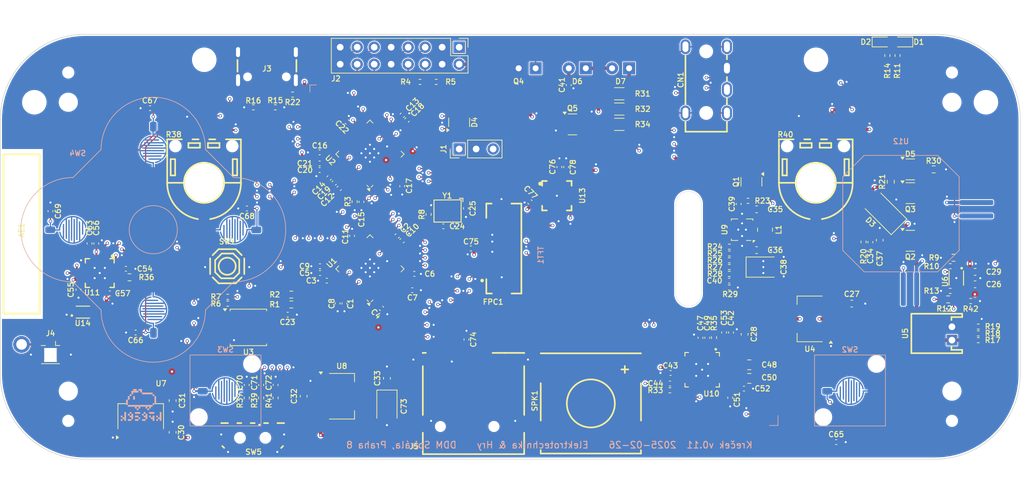
<source format=kicad_pcb>
(kicad_pcb (version 20241229) (generator "pcbnew") (generator_version "9.0")
  (title_block (title "Křeček") (date "2023-12-20") (rev "v0.9-wip") (company "DDM Spirála"))
  (layers (0 "F.Cu" signal) (4 "In1.Cu" signal) (6 "In2.Cu" signal) (2 "B.Cu" signal) (13 "F.Paste" user) (15 "B.Paste" user) (5 "F.SilkS" user "F.Silkscreen") (7 "B.SilkS" user "B.Silkscreen") (1 "F.Mask" user) (3 "B.Mask" user) (25 "Edge.Cuts" user))
  (net 0 "")
  (net 1 "Net-(U2-VREG_VOUT)")
  (net 2 "GND")
  (net 3 "+3.3V")
  (net 4 "Net-(U1-VREG_VOUT)")
  (net 5 "/RP2040/XIN")
  (net 6 "Net-(C25-Pad2)")
  (net 7 "+BATT")
  (net 8 "+5V")
  (net 9 "+3.3VA")
  (net 10 "VBUS")
  (net 11 "+3.3VSD")
  (net 12 "/Power/V_{USB{slash}BATT}")
  (net 13 "/Power/vina")
  (net 14 "Net-(U9-FB)")
  (net 15 "/Audio/IR")
  (net 16 "Net-(Q4-C)")
  (net 18 "/Audio/HP_{LEFT}")
  (net 19 "/Audio/HP_{RIGHT}")
  (net 20 "/Audio/HP_{SENSE}")
  (net 21 "Net-(AE1-A)")
  (net 22 "Net-(D4-Pad3)")
  (net 23 "Net-(D5-Pad2)")
  (net 24 "Net-(D6-K)")
  (net 25 "/Inputs/BTN_{SELECT}")
  (net 26 "/Inputs/BTN_{A}")
  (net 27 "/Inputs/BTN_{X}")
  (net 28 "/Inputs/BTN_{B}")
  (net 29 "/Inputs/BTN_{Y}")
  (net 30 "/Inputs/VOL_{UP}")
  (net 31 "Net-(D7-K)")
  (net 32 "/Inputs/VOL_{SW}")
  (net 33 "/Inputs/VOL_{DOWN}")
  (net 34 "/Power/~{CHG}")
  (net 35 "Net-(D1-A)")
  (net 36 "/Power/~{PG}")
  (net 37 "Net-(D2-A)")
  (net 39 "Net-(J1-Pin_1)")
  (net 40 "Net-(J1-Pin_3)")
  (net 41 "/RP2040/AUX4")
  (net 42 "/RP2040/AUX0")
  (net 43 "/RP2040/AUX5")
  (net 44 "/RP2040/AUX1")
  (net 45 "/RP2040/AUX6")
  (net 46 "/RP2040/AUX2")
  (net 47 "/RP2040/AUX7")
  (net 48 "/RP2040/AUX3")
  (net 49 "/Power/USB_{CC1}")
  (net 50 "/Power/USB-")
  (net 51 "/Power/USB+")
  (net 53 "/Power/USB_{CC2}")
  (net 56 "/MicroSD Card/SD_{CS}")
  (net 57 "/MicroSD Card/SD_{MOSI}")
  (net 58 "/MicroSD Card/SD_{SCLK}")
  (net 59 "/MicroSD Card/SD_{MISO}")
  (net 62 "/Inputs/JOY_{X}")
  (net 63 "/Inputs/JOY_{Y}")
  (net 64 "Net-(Q1-G)")
  (net 65 "/Display/TFT_{SCLK}")
  (net 66 "/Power/ON")
  (net 67 "/Power/OFF")
  (net 68 "/Audio/IR_{TX}")
  (net 69 "/Display/TFT_{CS}")
  (net 70 "/Display/TFT_{MOSI}")
  (net 71 "/RP2040/QSPI_SS")
  (net 72 "/Display/TFT_{MISO}")
  (net 73 "/RP2040/XOUT")
  (net 74 "/Display/TFT_{RST}")
  (net 75 "/Display/TFT_{DC}")
  (net 76 "Net-(U9-L1)")
  (net 77 "/Power/BAT_{Vsense}")
  (net 78 "Net-(U9-L2)")
  (net 79 "Net-(Q5-D)")
  (net 80 "Net-(R24-Pad2)")
  (net 81 "Net-(U1-USB_DP)")
  (net 82 "/Inputs/vol_cw")
  (net 83 "/Inputs/BRACK_{L}")
  (net 84 "/Inputs/vol_push")
  (net 85 "/Inputs/BRACK_{R}")
  (net 86 "/Inputs/vol_ccw")
  (net 87 "Net-(SPK1-+)")
  (net 90 "Net-(U1-USB_DM)")
  (net 91 "Net-(U2-QSPI_SS)")
  (net 92 "Net-(U6-ISET)")
  (net 93 "Net-(U6-PRETERM)")
  (net 94 "Net-(R25-Pad2)")
  (net 95 "Net-(R31-Pad2)")
  (net 96 "Net-(U10-RMICN)")
  (net 97 "/RP2040/SWCLK")
  (net 98 "/RP2040/RF_{CS}")
  (net 99 "/Power/ISET2")
  (net 100 "/Audio/CDATA")
  (net 101 "/Audio/CCLK")
  (net 102 "/Audio/DAC")
  (net 103 "/Audio/ADC")
  (net 105 "/Audio/LRCK")
  (net 106 "/Audio/SCLK")
  (net 107 "/RP2040/BUS0")
  (net 108 "/RP2040/BUS1")
  (net 109 "/RP2040/BUS2")
  (net 110 "/RP2040/BUS3")
  (net 112 "/RP2040/SWD")
  (net 113 "/RP2040/QSPI_SD3")
  (net 114 "/RP2040/QSPI_SCLK")
  (net 115 "/RP2040/QSPI_SD0")
  (net 116 "/RP2040/QSPI_SD2")
  (net 117 "/RP2040/QSPI_SD1")
  (net 118 "Net-(U10-LHP)")
  (net 120 "/Display/TOUCH_{MISO}")
  (net 123 "/Display/TOUCH_{CS}")
  (net 125 "/Display/TOUCH_{SCLK}")
  (net 127 "/Display/TOUCH_{MOSI}")
  (net 128 "/RP2040/RF_{XOSC}")
  (net 129 "/Power/TS")
  (net 131 "Net-(U10-RMICP)")
  (net 132 "Net-(U10-RHP)")
  (net 133 "Net-(U10-VREF)")
  (net 134 "Net-(U10-MICBIAS)")
  (net 135 "Net-(U11-RF_P)")
  (net 136 "/Power/vin")
  (net 137 "Net-(Q3-G)")
  (net 138 "Net-(U11-RF_N)")
  (net 139 "Net-(U11-DCOUPL)")
  (net 140 "Net-(U13-X-)")
  (net 141 "Net-(U13-Y-)")
  (net 142 "Net-(U13-Y+)")
  (net 143 "Net-(U13-X+)")
  (net 144 "Net-(R4-Pad2)")
  (net 145 "Net-(R7-Pad2)")
  (net 146 "Net-(R18-Pad1)")
  (net 147 "Net-(R26-Pad2)")
  (net 148 "Net-(R27-Pad2)")
  (net 149 "Net-(R32-Pad2)")
  (net 150 "Net-(U11-RBIAS)")
  (net 151 "Net-(U10-LSPKOUT)")
  (net 167 "/RP2040/XIN2")
  (footprint "LCSC:CONN-TH-2P-P2.00_S2B-PH-KL-LF-SN" (layer "F.Cu") (at 193.04 82.82 -90)
    (property "Reference" "U5")
    (property "Value" "JST-PH-2P" (hide yes))
  )
  (footprint "LCSC:OSC-SMD_4P-L3.2-W2.5-BL" (layer "F.Cu") (at 117.645 64.525 180)
    (property "Reference" "Y1")
    (property "Value" "12MHz" (hide yes))
  )
  (footprint "LCSC:SW-SMD_4P-L5.1-W5.1-P3.70-LS6.5-TL-2" (layer "F.Cu") (at 84.709 72.771 180)
    (property "Reference" "SW1")
    (property "Value" "SW_Push" (hide yes))
  )
  (footprint "Capacitor_SMD:C_0402_1005Metric" (layer "F.Cu") (at 135.763 45.692 -90)
    (property "Reference" "C41")
    (property "Value" "10u" (hide yes))
  )
  (footprint "Resistor_SMD:R_0603_1608Metric" (layer "F.Cu") (at 183.896 60.135 -90)
    (property "Reference" "R21")
    (property "Value" "150k" (hide yes))
  )
  (footprint "LCSC:WSON-10_L2.0-W2.0-P0.40-BL-EP" (layer "F.Cu") (at 193.694 74.5425 180)
    (property "Reference" "U6")
    (property "Value" "BQ24040DSQR" (hide yes))
  )
  (footprint "Resistor_SMD:R_0402_1005Metric" (layer "F.Cu") (at 157.48 83.441 -90)
    (property "Reference" "R35")
    (property "Value" "2.2k" (hide yes))
  )
  (footprint "Resistor_SMD:R_0402_1005Metric" (layer "F.Cu") (at 84.793999 77.343)
    (property "Reference" "R7")
    (property "Value" "1k" (hide yes))
  )
  (footprint "Resistor_SMD:R_0603_1608Metric" (layer "F.Cu") (at 193.269 71.501 180)
    (property "Reference" "R9")
    (property "Value" "560" (hide yes))
  )
  (footprint "Capacitor_SMD:C_0402_1005Metric" (layer "F.Cu") (at 71.021 82.677 180)
    (property "Reference" "C66")
    (property "Value" "100n" (hide yes))
  )
  (footprint "LED_SMD:LED_0603_1608Metric" (layer "F.Cu") (at 185.6995 39.243 180)
    (property "Reference" "D1")
    (property "Value" "yellow" (hide yes))
  )
  (footprint "Resistor_SMD:R_0402_1005Metric" (layer "F.Cu") (at 196.975001 81.788 180)
    (property "Reference" "R19")
    (property "Value" "1M" (hide yes))
  )
  (footprint "LCSC:QFN-20_L4.0-W4.0-P0.5-TL-EP" (layer "F.Cu") (at 65.659 73.787 -90)
    (property "Reference" "U11")
    (property "Value" "CC1101RGPR" (hide yes))
  )
  (footprint "Capacitor_SMD:C_0402_1005Metric" (layer "F.Cu") (at 102.657589 51.222589 135)
    (property "Reference" "C22")
    (property "Value" "10u" (hide yes))
  )
  (footprint "Capacitor_SMD:C_0603_1608Metric" (layer "F.Cu") (at 178.067 78.359)
    (property "Reference" "C27")
    (property "Value" "1u" (hide yes))
  )
  (footprint "Diode_SMD:D_SMA" (layer "F.Cu") (at 182.643214 64.406214 135)
    (property "Reference" "D3")
    (property "Value" "SS54" (hide yes))
  )
  (footprint "Krecek:ToolingHole" (layer "F.Cu") (at 193.04 95.885 180)
    (property "Reference" "H6" (hide yes))
    (property "Value" "ToolingHole" (hide yes))
  )
  (footprint "Capacitor_SMD:C_0402_1005Metric" (layer "F.Cu") (at 98.58 72.771 180)
    (property "Reference" "C9")
    (property "Value" "10u" (hide yes))
  )
  (footprint "Capacitor_SMD:C_0402_1005Metric" (layer "F.Cu") (at 112.367 76.3524)
    (property "Reference" "C7")
    (property "Value" "10u" (hide yes))
  )
  (footprint "Capacitor_SMD:C_0603_1608Metric" (layer "F.Cu") (at 163.843 70.358 180)
    (property "Reference" "C36")
    (property "Value" "4.7u" (hide yes))
  )
  (footprint "Capacitor_SMD:C_0402_1005Metric" (layer "F.Cu") (at 155.448 83.467 -90)
    (property "Reference" "C47")
    (property "Value" "1u" (hide yes))
  )
  (footprint "Capacitor_SMD:C_0603_1608Metric" (layer "F.Cu") (at 108.585 89.522 90)
    (property "Reference" "C33")
    (property "Value" "1u" (hide yes))
  )
  (footprint "Capacitor_SMD:C_0402_1005Metric" (layer "F.Cu") (at 110.871 60.805 -90)
    (property "Reference" "C17")
    (property "Value" "10u" (hide yes))
  )
  (footprint "MountingHole:MountingHole_2.2mm_M2" (layer "F.Cu") (at 193.04 48.26 180)
    (property "Reference" "H3" (hide yes))
    (property "Value" "MountingHole" (hide yes))
  )
  (footprint "LED_THT:LED_D5.0mm_Horizontal_O1.27mm_Z3.0mm_IRBlack" (layer "F.Cu") (at 130.81 43.18 180)
    (property "Reference" "Q4")
    (property "Value" "PT334" (hide yes))
  )
  (footprint "LCSC:VQFN-16_L4.0-W4.0-P0.65-TL-EP2.2" (layer "F.Cu") (at 133.985 62.23)
    (property "Reference" "U13")
    (property "Value" "TSC2046EIRGVR" (hide yes))
  )
  (footprint "MountingHole:MountingHole_2.2mm_M2" (layer "F.Cu") (at 193.04 91.44 180)
    (property "Reference" "H5" (hide yes))
    (property "Value" "MountingHole" (hide yes))
  )
  (footprint "Package_SON:Texas_DRC0010J_ThermalVias" (layer "F.Cu") (at 161.671 67.305 180)
    (property "Reference" "U9")
    (property "Value" "TPS63000" (hide yes))
  )
  (footprint "Package_TO_SOT_SMD:SOT-23" (layer "F.Cu") (at 119.38 51.2595 90)
    (property "Reference" "D4")
    (property "Value" "BAT54C" (hide yes))
  )
  (footprint "Capacitor_SMD:C_0402_1005Metric" (layer "F.Cu") (at 107.781411 79.079411 -45)
    (property "Reference" "C4")
    (property "Value" "10u" (hide yes))
  )
  (footprint "Capacitor_SMD:C_0402_1005Metric" (layer "F.Cu") (at 150.975 88.7222 180)
    (property "Reference" "C43")
    (property "Value" "10u" (hide yes))
  )
  (footprint "Resistor_SMD:R_0402_1005Metric" (layer "F.Cu") (at 114.808 65.026 -90)
    (property "Reference" "R8")
    (property "Value" "1k" (hide yes))
  )
  (footprint "LCSC:FPC-SMD_18P-P0.50_FPC-05F-18PH20" (layer "F.Cu") (at 124.46 70.075 90)
    (property "Reference" "FPC1")
    (property "Value" "FPC-05F-18PH20" (hide yes))
  )
  (footprint "MountingHole:MountingHole_2.2mm_M2" (layer "F.Cu") (at 60.96 48.26 90)
    (property "Reference" "H1" (hide yes))
    (property "Value" "MountingHole" (hide yes))
  )
  (footprint "Capacitor_SMD:C_0402_1005Metric" (layer "F.Cu") (at 120.4722 83.721 90)
    (property "Reference" "C74")
    (property "Value" "10u" (hide yes))
  )
  (footprint "Capacitor_SMD:C_0402_1005Metric" (layer "F.Cu") (at 180.848 69.1685 90)
    (property "Reference" "C34")
    (property "Value" "100n" (hide yes))
  )
  (footprint "Krecek:ToolingHole" (layer "F.Cu") (at 60.96 95.885 180)
    (property "Reference" "H8" (hide yes))
    (property "Value" "ToolingHole" (hide yes))
  )
  (footprint "Krecek:bracket_Left" (layer "F.Cu") (at 81.28 60.96)
    (property "Reference" "R38")
    (property "Value" "RDC506002A" (hide yes))
  )
  (footprint "Connector_Coaxial:U.FL_Hirose_U.FL-R-SMT-1_Vertical" (layer "F.Cu") (at 58.293 85.505 -90)
    (property "Reference" "J4")
    (property "Value" "U.FL" (hide yes))
  )
  (footprint "Resistor_SMD:R_0402_1005Metric" (layer "F.Cu") (at 184.912 41.277 90)
    (property "Reference" "R11")
    (property "Value" "4.7k" (hide yes))
  )
  (footprint "Resistor_SMD:R_0402_1005Metric" (layer "F.Cu") (at 94.488 47.117 180)
    (property "Reference" "R22")
    (property "Value" "100k" (hide yes))
  )
  (footprint "Capacitor_SMD:C_0402_1005Metric" (layer "F.Cu") (at 93.7488 80.01)
    (property "Reference" "C23")
    (property "Value" "100n" (hide yes))
  )
  (footprint "Capacitor_SMD:C_0603_1608Metric" (layer "F.Cu") (at 76.5556 92.85 -90)
    (property "Reference" "C31")
    (property "Value" "1u" (hide yes))
  )
  (footprint "Capacitor_SMD:C_0402_1005Metric" (layer "F.Cu") (at 87.63 90.523 90)
    (property "Reference" "C70")
    (property "Value" "100n" (hide yes))
  )
  (footprint "Resistor_SMD:R_1206_3216Metric" (layer "F.Cu") (at 143.3215 51.562 180)
    (property "Reference" "R34")
    (property "Value" "1" (hide yes))
  )
  (footprint "Capacitor_SMD:C_0402_1005Metric" (layer "F.Cu") (at 99.939789 59.572211 -135)
    (property "Reference" "C14")
    (property "Value" "10u" (hide yes))
  )
  (footprint "Resistor_SMD:R_0603_1608Metric" (layer "F.Cu") (at 94.297 77.0128)
    (property "Reference" "R2")
    (property "Value" "27" (hide yes))
  )
  (footprint "Connector_PinHeader_2.54mm:PinHeader_1x03_P2.54mm_Vertical" (layer "F.Cu") (at 119.38 55.245 90)
    (property "Reference" "J1")
    (property "Value" "DAP" (hide yes))
  )
  (footprint "Capacitor_SMD:C_0402_1005Metric" (layer "F.Cu") (at 103.378 68.227 90)
    (property "Reference" "C11")
    (property "Value" "10u" (hide yes))
  )
  (footprint "Resistor_SMD:R_0402_1005Metric" (layer "F.Cu") (at 192.784 72.771)
    (property "Reference" "R10")
    (property "Value" "2k" (hide yes))
  )
  (footprint "Capacitor_SMD:C_0402_1005Metric" (layer "F.Cu") (at 112.677 73.914)
    (property "Reference" "C6")
    (property "Value" "10u" (hide yes))
  )
  (footprint "Capacitor_SMD:C_0402_1005Metric" (layer "F.Cu") (at 129.962589 63.160589 135)
    (property "Reference" "C77")
    (property "Value" "10u" (hide yes))
  )
  (footprint "Capacitor_SMD:C_0402_1005Metric" (layer "F.Cu") (at 100.701789 60.334211 -135)
    (property "Reference" "C19")
    (property "Value" "10u" (hide yes))
  )
  (footprint "Capacitor_SMD:C_0402_1005Metric" (layer "F.Cu") (at 102.235 78.331 -90)
    (property "Reference" "C1")
    (property "Value" "10u" (hide yes))
  )
  (footprint "Package_SO:SOIC-8_5.23x5.23mm_P1.27mm" (layer "F.Cu") (at 87.884 81.915)
    (property "Reference" "U3")
    (property "Value" "W25Q128JVS" (hide yes))
  )
  (footprint "Resistor_SMD:R_1206_3216Metric" (layer "F.Cu") (at 143.3215 49.276)
    (property "Reference" "R32")
    (property "Value" "1" (hide yes))
  )
  (footprint "Resistor_SMD:R_0603_1608Metric" (layer "F.Cu") (at 192.469 77.724 180)
    (property "Reference" "R12")
    (property "Value" "39k" (hide yes))
  )
  (footprint "Capacitor_SMD:C_0402_1005Metric" (layer "F.Cu") (at 120.396 64.107 90)
    (property "Reference" "C25")
    (property "Value" "33p" (hide yes))
  )
  (footprint "Capacitor_SMD:C_0402_1005Metric" (layer "F.Cu") (at 159.738 74.93)
    (property "Reference" "C40")
    (property "Value" "10p" (hide yes))
  )
  (footprint "Package_TO_SOT_SMD:SOT-23" (layer "F.Cu") (at 163.068 60.149499 -90)
    (property "Reference" "Q1")
    (property "Value" "AO3401A" (hide yes))
  )
  (footprint "Resistor_SMD:R_0402_1005Metric" (layer "F.Cu") (at 103.759 63.117 90)
    (property "Reference" "R3")
    (property "Value" "1k" (hide yes))
  )
  (footprint "Capacitor_SMD:C_0402_1005Metric" (layer "F.Cu") (at 89.789 90.523 90)
    (property "Reference" "C71")
    (property "Value" "100n" (hide yes))
  )
  (footprint "Resistor_SMD:R_0402_1005Metric" (layer "F.Cu") (at 88.618 49.017 180)
    (property "Reference" "R16")
    (property "Value" "5.1k" (hide yes))
  )
  (footprint "Capacitor_SMD:C_0402_1005Metric" (layer "F.Cu") (at 98.524 58.3946 180)
    (property "Reference" "C20")
    (property "Value" "10u" (hide yes))
  )
  (footprint "Connector_PinHeader_2.54mm:PinHeader_2x08_P2.54mm_Vertical" (layer "F.Cu") (at 119.38 40.035 -90)
    (property "Reference" "J2")
    (property "Value" "AUX" (hide yes))
  )
  (footprint "Capacitor_SMD:C_0402_1005Metric" (layer "F.Cu") (at 99.596 74.93 180)
    (property "Reference" "C3")
    (property "Value" "10u" (hide yes))
  )
  (footprint "LCSC:TF-SMD_TF-012" (layer "F.Cu") (at 121.53 91.025)
    (property "Reference" "J5")
    (property "Value" "Micro_SD_Card_Det1" (hide yes))
  )
  (footprint "Capacitor_SMD:C_0402_1005Metric" (layer "F.Cu") (at 91.948 90.523 90)
    (property "Reference" "C72")
    (property "Value" "100n" (hide yes))
  )
  (footprint "Package_DFN_QFN:QFN-56-1EP_7x7mm_P0.4mm_EP3.2x3.2mm" (layer "F.Cu") (at 106.045 56.018629 135)
    (property "Reference" "U2")
    (property "Value" "RP2040" (hide yes))
  )
  (footprint "Capacitor_SMD:C_0402_1005Metric" (layer "F.Cu") (at 161.163001 63.472 -90)
    (property "Reference" "C39")
    (property "Value" "100n" (hide yes))
  )
  (footprint "Capacitor_SMD:C_0603_1608Metric" (layer "F.Cu") (at 182.245 68.8735 90)
    (property "Reference" "C37")
    (property "Value" "1u" (hide yes))
  )
  (footprint "Capacitor_SMD:C_0402_1005Metric" (layer "F.Cu") (at 67.155 76.835)
    (property "Reference" "C57")
    (property "Value" "10u" (hide yes))
  )
  (footprint "Krecek:ToolingHole" (layer "F.Cu") (at 193.04 43.815 180)
    (property "Reference" "H4" (hide yes))
    (property "Value" "ToolingHole" (hide yes))
  )
  (footprint "Capacitor_SMD:C_0402_1005Metric" (layer "F.Cu") (at 156.464 83.467 -90)
    (property "Reference" "C49")
    (property "Value" "1u" (hide yes))
  )
  (footprint "Capacitor_SMD:C_0402_1005Metric" (layer "F.Cu") (at 69.568 73.152)
    (property "Reference" "C54")
    (property "Value" "10u" (hide yes))
  )
  (footprint "Resistor_SMD:R_0402_1005Metric" (layer "F.Cu") (at 195.835999 77.978 180)
    (property "Reference" "R42")
    (property "Value" "10k" (hide yes))
  )
  (footprint "Capacitor_SMD:C_0402_1005Metric" (layer "F.Cu") (at 159.893 92.428 -90)
    (property "Reference" "C51")
    (property "Value" "10u" (hide yes))
  )
  (footprint "Capacitor_SMD:C_0402_1005Metric" (layer "F.Cu") (at 104.775 63.147 -90)
    (property "Reference" "C15")
    (property "Value" "10u" (hide yes))
  )
  (footprint "Capacitor_SMD:C_0402_1005Metric" (layer "F.Cu") (at 101.219 78.331 -90)
    (property "Reference" "C8")
    (property "Value" "10u" (hide yes))
  )
  (footprint "Capacitor_SMD:C_0402_1005Metric" (layer "F.Cu") (at 117.0152 66.802 180)
    (property "Reference" "C24")
    (property "Value" "33p" (hide yes))
  )
  (footprint "Capacitor_SMD:C_0805_2012Metric" (layer "F.Cu") (at 162.748 89.535)
    (property "Reference" "C50")
    (property "Value" "47u" (hide yes))
  )
  (footprint "Capacitor_SMD:C_0603_1608Metric" (layer "F.Cu") (at 196.501 73.6125)
    (property "Reference" "C29")
    (property "Value" "1u" (hide yes))
  )
  (footprint "Resistor_SMD:R_0603_1608Metric" (layer "F.Cu") (at 94.297 78.486)
    (property "Reference" "R1")
    (property "Value" "27" (hide yes))
  )
  (footprint "Resistor_SMD:R_0402_1005Metric" (layer "F.Cu") (at 183.388 41.277 90)
    (property "Reference" "R14")
    (property "Value" "4.7k" (hide yes))
  )
  (footprint "LCSC:QFN-32_L5.0-W5.0-P0.50-BL-EP2.7" (layer "F.Cu") (at 155.702 88.2335 180)
    (property "Reference" "U10")
    (property "Value" "NAU88C22YG" (hide yes))
  )
  (footprint "Resistor_SMD:R_0402_1005Metric" (layer "F.Cu") (at 113.54 45.212)
    (property "Reference" "R4")
    (property "Value" "1M" (hide yes))
  )
  (footprint "LCSC:FILTER-SMD_4P-L2.0-W1.2-BL-1" (layer "F.Cu") (at 63.138 79.63)
    (property "Reference" "U14")
    (property "Value" "BW21S5011A01TF" (hide yes))
  )
  (footprint "Capacitor_SMD:C_0402_1005Metric" (layer "F.Cu") (at 101.4476 61.1352 -135)
    (property "Reference" "C12")
    (property "Value" "10u" (hide yes))
  )
  (footprint "Capacitor_SMD:C_0805_2012Metric" (layer "F.Cu") (at 162.748 87.503)
    (property "Reference" "C48")
    (property "Value" "47u" (hide yes))
  )
  (footprint "Capacitor_Tantalum_SMD:CP_EIA-3528-21_Kemet-B" (layer "F.Cu") (at 108.585 93.7395 -90)
    (property "Reference" "C73")
    (property "Value" "100u" (hide yes))
  )
  (footprint "Package_TO_SOT_SMD:SOT-223-3_TabPin2" (layer "F.Cu") (at 101.834 92.202)
    (property "Reference" "U8")
    (property "Value" "AMS1117-3.3" (hide yes))
  )
  (footprint "Resistor_SMD:R_0402_1005Metric" (layer "F.Cu") (at 87.63 92.454001 -90)
    (property "Reference" "R37")
    (property "Value" "3.3k" (hide yes))
  )
  (footprint "LCSC:SW-SMD_TM-2023-1" (layer "F.Cu") (at 88.518 98.497 180)
    (property "Reference" "SW5")
    (property "Value" "TM-2023" (hide yes))
  )
  (footprint "Resistor_SMD:R_0402_1005Metric" (layer "F.Cu") (at 192.784 76.454)
    (property "Reference" "R13")
    (property "Value" "10k" (hide yes))
  )
  (footprint "LED_THT:LED_D5.0mm_Horizontal_O1.27mm_Z3.0mm_Clear" (layer "F.Cu") (at 144.78 43.18 180)
    (property "Reference" "D7")
    (property "Value" "IR333" (hide yes))
  )
  (footprint "Package_TO_SOT_SMD:SOT-23" (layer "F.Cu") (at 186.817 61.849)
    (property "Reference" "Q3")
    (property "Value" "AO3400A" (hide yes))
  )
  (footprint "Capacitor_SMD:C_0402_1005Metric" (layer "F.Cu") (at 160.02 82.677 90)
    (property "Reference" "C42")
    (property "Value" "10u" (hide yes))
  )
  (footprint "Capacitor_SMD:C_0402_1005Metric" (layer "F.Cu") (at 158.984 82.6735 -90)
    (property "Reference" "C53")
    (property "Value" "4.7u" (hide yes))
  )
  (footprint "LED_SMD:LED_0603_1608Metric" (layer "F.Cu") (at 182.6005 39.243)
    (property "Reference" "D2")
    (property "Value" "red" (hide yes))
  )
  (footprint "MountingHole:MountingHole_2.2mm_M2" (layer "F.Cu") (at 60.96 91.44 180)
    (property "Reference" "H7" (hide yes))
    (property "Value" "MountingHole" (hide yes))
  )
  (footprint "Capacitor_SMD:C_0603_1608Metric" (layer "F.Cu") (at 96.139 92.202 90)
    (property "Reference" "C32")
    (property "Value" "1u" (hide yes))
  )
  (footprint "Resistor_SMD:R_0402_1005Metric" (layer "F.Cu") (at 196.975001 82.804)
    (property "Reference" "R18")
    (property "Value" "1M" (hide yes))
  )
  (footprint "LED_THT:LED_D5.0mm_Horizontal_O1.27mm_Z3.0mm_Clear" (layer "F.Cu") (at 138.31 43.18 180)
    (property "Reference" "D6")
    (property "Value" "IR333" (hide yes))
  )
  (footprint "LCSC:ANT-TH_T14-433M" (layer "F.Cu") (at 53.975 84.455 180)
    (property "Reference" "AE1")
    (property "Value" "Antenna" (hide yes))
  )
  (footprint "Package_TO_SOT_SMD:SOT-23" (layer "F.Cu") (at 186.817 68.961)
    (property "Reference" "Q2")
    (property "Value" "AO3401A" (hide yes))
  )
  (footprint "Capacitor_SMD:C_0402_1005Metric" (layer "F.Cu") (at 161.953 91.059 180)
    (property "Reference" "C52")
    (property "Value" "4.7u" (hide yes))
  )
  (footprint "Resistor_SMD:R_0402_1005Metric" (layer "F.Cu") (at 162.561999 62.992 180)
    (property "Reference" "R23")
    (property "Value" "100" (hide yes))
  )
  (footprint "Resistor_SMD:R_1206_3216Metric" (layer "F.Cu") (at 143.3215 46.99 180)
    (property "Reference" "R31")
    (property "Value" "1" (hide yes))
  )
  (footprint "Package_TO_SOT_SMD:SOT-223-3_TabPin2" (layer "F.Cu") (at 171.806 80.645 180)
    (property "Reference" "U4")
    (property "Value" "AMS1117-3.3" (hide yes))
  )
  (footprint "Package_DFN_QFN:QFN-56-1EP_7x7mm_P0.4mm_EP3.2x3.2mm" (layer "F.Cu") (at 106.045 73.163629 135)
    (property "Reference" "U1")
    (property "Value" "RP2040" (hide yes))
  )
  (footprint "Resistor_SMD:R_0402_1005Metric" (layer "F.Cu") (at 159.764 70.866 180)
    (property "Reference" "R25")
    (property "Value" "200k" (hide yes))
  )
  (footprint "Resistor_SMD:R_0402_1005Metric" (layer "F.Cu") (at 150.876 91.313 180)
    (property "Reference" "R33")
    (property "Value" "1k" (hide yes))
  )
  (footprint "Capacitor_SMD:C_0603_1608Metric" (layer "F.Cu") (at 162.052 82.944 90)
    (property "Reference" "C28")
    (property "Value" "1u" (hide yes))
  )
  (footprint "Capacitor_SMD:C_0402_1005Metric" (layer "F.Cu") (at 111.591411 50.917789 45)
    (property "Reference" "C18")
    (property "Value" "10u" (hide yes))
  )
  (footprint "Package_TO_SOT_SMD:SOT-23" (layer "F.Cu") (at 136.31875 51.562)
    (property "Reference" "Q5")
    (property "Value" "AO3400A" (hide yes))
  )
  (footprint "Inductor_SMD:L_1008_2520Metric" (layer "F.Cu") (at 165.1 67.31 90)
    (property "Reference" "L1")
    (property "Value" "2.2u" (hide yes))
  )
  (footprint "Capacitor_SMD:C_0402_1005Metric" (layer "F.Cu") (at 87.658 64.135 180)
    (property "Reference" "C68")
    (property "Value" "100n" (hide yes))
  )
  (footprint "Resistor_SMD:R_0603_1608Metric" (layer "F.Cu") (at 190.309 58.293 180)
    (property "Reference" "R30")
    (property "Value" "330k" (hide yes))
  )
  (footprint "Capacitor_SMD:C_0402_1005Metric" (layer "F.Cu") (at 175.74 99.06)
    (property "Reference" "C65")
    (property "Value" "100n" (hide yes))
  )
  (footprint "Resistor_SMD:R_0402_1005Metric" (layer "F.Cu") (at 159.767999 73.914)
    (property "Reference" "R28")
    (property "Value" "100k" (hide yes))
  )
  (footprint "Resistor_SMD:R_0402_1005Metric" (layer "F.Cu") (at 91.948 92.454001 -90)
    (property "Reference" "R41")
    (property "Value" "3.3k" (hide yes))
  )
  (footprint "Package_TO_SOT_SMD:SOT-23" (layer "F.Cu") (at 186.817 58.293)
    (property "Reference" "D5")
    (property "Value" "BAT54C" (hide yes))
  )
  (footprint "Capacitor_SMD:C_0402_1005Metric" (layer "F.Cu") (at 98.58 73.787 180)
    (property "Reference" "C5")
    (property "Value" "10u" (hide yes))
  )
  (footprint "Capacitor_SMD:C_0402_1005Metric" (layer "F.Cu") (at 64.135 69.37 90)
    (property "Reference" "C63")
    (property "Value" "100n" (hide yes))
  )
  (footprint "Capacitor_SMD:C_0402_1005Metric" (layer "F.Cu") (at 135.382 57.94 90)
    (property "Reference" "C78")
    (property "Value" "10u" (hide yes))
  )
  (footprint "Capacitor_SMD:C_0402_1005Metric" (layer "F.Cu") (at 110.118211 68.240589 45)
    (property "Reference" "C2")
    (property "Value" "10u" (hide yes))
  )
  (footprint "Resistor_SMD:R_0402_1005Metric" (layer "F.Cu") (at 84.793999 78.359 180)
    (property "Reference" "R6")
    (property "Value" "33k" (hide yes))
  )
  (footprint "Capacitor_SMD:C_0402_1005Metric" (layer "F.Cu") (at 134.366 57.94 90)
    (property "Reference" "C76")
    (property "Value" "10u" (hide yes))
  )
  (footprint "Capacitor_SMD:C_0402_1005Metric" (layer "F.Cu") (at 150.904 90.297)
    (property "Reference" "C44")
    (property "Value" "1u" (hide yes))
  )
  (footprint "LCSC:BUZ-SMD_5P-L15.0-W15.0-P13.7-BL" (layer "F.Cu") (at 139.065 92.837 180)
    (property "Reference" "SPK1")
    (property "Value" "FS-1540" (hide yes))
  )
  (footprint "Capacitor_SMD:C_0603_1608Metric" (layer "F.Cu") (at 76.5556 97.6 90)
    (property "Reference" "C30")
    (property "Value" "1u" (hide yes))
  )
  (footprint "Capacitor_SMD:C_0402_1005Metric" (layer "F.Cu") (at 73.18 49.149 180)
    (property "Reference" "C67")
    (property "Value" "100n" (hide yes))
  )
  (footprint "Capacitor_Tantalum_SMD:CP_EIA-3528-21_Kemet-B" (layer "F.Cu") (at 164.7325 72.898)
    (property "Reference" "C38")
    (property "Value" "100u" (hide yes))
  )
  (footprint "Resistor_SMD:R_0603_1608Metric" (layer "F.Cu") (at 70.104 74.422)
    (property "Reference" "R36")
    (property "Value" "56k" (hide yes))
  )
  (footprint "Capacitor_SMD:C_0402_1005Metric" (layer "F.Cu") (at 98.524 55.753 180)
    (property "Reference" "C16")
    (property "Value" "10u" (hide yes))
  )
  (footprint "Capacitor_SMD:C_0402_1005Metric" (layer "F.Cu") (at 65.151 69.37 90)
    (property "Reference" "C56")
    (property "Value" "10u" (hide yes))
  )
  (footprint "Capacitor_SMD:C_0402_1005Metric" (layer "F.Cu") (at 121.13 70.104 180)
    (property "Reference" "C75")
    (property "Value" "10u" (hide yes))
  )
  (footprint "LCSC:USB-C-SMD_TYPEC-304J-BCP16" (layer "F.Cu") (at 90.65 43.24 180)
    (property "Reference" "J3")
    (property "Value" "USB_C_Receptacle_USB2.0" (hide yes))
  )
  (footprint "Capacitor_SMD:C_0402_1005Metric" (layer "F.Cu") (at 110.843 68.961 45)
    (property "Reference" "C10")
    (property "Value" "10u" (hide yes))
  )
  (footprint "Resistor_SMD:R_0402_1005Metric" (layer "F.Cu") (at 159.767999 75.946)
    (property "Reference" "R29")
    (property "Value" "100k" (hide yes))
  )
  (footprint "Capacitor_SMD:C_0402_1005Metric" (layer "F.Cu") (at 62.484 76.267 -90)
    (property "Reference" "C55")
    (property "Value" "10u" (hide yes))
  )
  (footprint "Resistor_SMD:R_0402_1005Metric" (layer "F.Cu") (at 159.767999 69.85)
    (property "Reference" "R24")
    (property "Value" "200k" (hide yes))
  )
  (footprint "Resistor_SMD:R_0402_1005Metric" (layer "F.Cu") (at 89.789 92.454001 -90)
    (property "Reference" "R39")
    (property "Value" "3.3k" (hide yes))
  )
  (footprint "Resistor_SMD:R_0402_1005Metric" (layer "F.Cu") (at 115.949 45.212)
    (property "Reference" "R5")
    (property "Value" "1M" (hide yes))
  )
  (footprint "Resistor_SMD:R_0402_1005Metric" (layer "F.Cu") (at 159.764001 71.882)
    (property "Reference" "R26")
    (property "Value" "200k" (hide yes))
  )
  (footprint "Resistor_SMD:R_0402_1005Metric" (layer "F.Cu") (at 196.975001 83.82 180)
    (property "Reference" "R17")
    (property "Value" "1M" (hide yes))
  )
  (footprint "Capacitor_SMD:C_0603_1608Metric" (layer "F.Cu") (at 196.501 75.4725)
    (property "Reference" "C26")
    (property "Value" "1u" (hide yes))
  )
  (footprint "Capacitor_SMD:C_0603_1608Metric" (layer "F.Cu") (at 163.843 64.262 180)
    (property "Reference" "C35")
    (property "Value" "4.7u" (hide yes))
  )
  (footprint "Krecek:bracket_Right" (layer "F.Cu") (at 172.72 60.96)
    (property "Reference" "R40")
    (property "Value" "RDC506002A" (hide yes))
  )
  (footprint "Capacitor_SMD:C_0402_1005Metric" (layer "F.Cu") (at 98.524 57.404 180)
    (property "Reference" "C21")
    (property "Value" "10u" (hide yes))
  )
  (footprint "Capacitor_SMD:C_0402_1005Metric" (layer "F.Cu") (at 110.880211 50.206589 45)
    (property "Reference" "C13")
    (property "Value" "10u" (hide yes))
  )
  (footprint "Resistor_SMD:R_0402_1005Metric" (layer "F.Cu") (at 179.832 69.1385 -90)
    (property "Reference" "R20")
    (property "Value" "100k" (hide yes))
  )
  (footprint "Krecek:ToolingHole" (layer "F.Cu") (at 60.96 43.815 90)
    (property "Reference" "H2" (hide yes))
    (property "Value" "ToolingHole" (hide yes))
  )
  (footprint "Resistor_SMD:R_0402_1005Metric" (layer "F.Cu") (at 159.764 72.898 180)
    (property "Reference" "R27")
    (property "Value" "200k" (hide yes))
  )
  (footprint "Capacitor_SMD:C_0402_1005Metric" (layer "F.Cu") (at 58.293 64.544 90)
    (property "Reference" "C69")
    (property "Value" "100n" (hide yes))
  )
  (footprint "LCSC:AUDIO-TH_PJ-313B6-B" (layer "F.Cu") (at 156.308 44.909 -90)
    (property "Reference" "CN1")
    (property "Value" "PJ-313B6-B" (hide yes))
  )
  (footprint "Package_TO_SOT_SMD:SOT-223-3_TabPin2" (layer "F.Cu") (at 71.7804 95.225 90)
    (property "Reference" "U7")
    (property "Value" "AMS1117-3.3" (hide yes))
  )
  (footprint "Resistor_SMD:R_0402_1005Metric" (layer "F.Cu") (at 91.902 49.017)
    (property "Reference" "R15")
    (property "Value" "5.1k" (hide yes))
  )
  (footprint "Krecek:ABXY" (layer "B.Cu") (at 73.66 67.31 180)
    (property "Reference" "SW4")
    (property "Value" "~" (hide yes))
  )
  (footprint "Krecek:FlatJoyCon" (layer "B.Cu") (at 185.42 64.9)
    (property "Reference" "U12")
    (property "Value" "FlatJoyCon" (hide yes))
  )
  (footprint "Krecek:RubberButton" (layer "B.Cu") (at 177.8 91.44 180)
    (property "Reference" "SW2")
    (property "Value" "~" (hide yes))
  )
  (footprint "Krecek:Panel" (layer "B.Cu") (at 132.08 71.12 -90)
    (property "Reference" "TFT1")
    (property "Value" "Panel" (hide yes))
    (fp_line (start -7.62 -19.685) (end 5.715 -19.685) (stroke (width 0.05)) (layer "Edge.Cuts"))
    (fp_line (start 5.715 -23.495) (end -7.62 -23.495) (stroke (width 0.05)) (layer "Edge.Cuts"))
    (fp_arc (start -7.62 -19.685) (mid -9.525 -21.59) (end -7.62 -23.495) (stroke (width 0.05)) (layer "Edge.Cuts"))
    (fp_arc (start 5.715 -23.495) (mid 7.62 -21.59) (end 5.715 -19.685) (stroke (width 0.05)) (layer "Edge.Cuts"))
  )
  (footprint "Krecek:RubberButton" (layer "B.Cu") (at 84.455 91.44 180)
    (property "Reference" "SW3")
    (property "Value" "~" (hide yes))
  )
  (gr_poly (pts (xy 73.56475 95.885) (xy 73.829334 95.885) (xy 73.829334 95.09125) (xy 73.56475 95.09125)) (fill yes) (layer "B.SilkS"))
  (gr_poly (pts (xy 70.654334 92.71) (xy 70.918917 92.71) (xy 70.918917 92.180833) (xy 70.654334 92.180833)) (fill yes) (layer "B.SilkS"))
  (gr_poly (pts (xy 72.241834 95.355833) (xy 72.506417 95.355833) (xy 72.506417 95.09125) (xy 72.241834 95.09125)) (fill yes) (layer "B.SilkS"))
  (gr_poly (pts (xy 71.448084 91.387083) (xy 71.712667 91.387083) (xy 71.712667 91.1225) (xy 71.448084 91.1225)) (fill yes) (layer "B.SilkS"))
  (gr_poly (pts (xy 71.712667 91.651667) (xy 71.97725 91.651667) (xy 71.97725 91.1225) (xy 71.712667 91.1225)) (fill yes) (layer "B.SilkS"))
  (gr_poly (pts (xy 70.918917 94.032917) (xy 71.183501 94.032917) (xy 71.183501 93.768333) (xy 70.918917 93.768333)) (fill yes) (layer "B.SilkS"))
  (gr_poly (pts (xy 70.918917 95.885) (xy 71.448084 95.885) (xy 71.448084 95.620416) (xy 70.918917 95.620416)) (fill yes) (layer "B.SilkS"))
  (gr_poly (pts (xy 72.506417 94.032917) (xy 72.771 94.032917) (xy 72.771 93.768333) (xy 72.506417 93.768333)) (fill yes) (layer "B.SilkS"))
  (gr_poly (pts (xy 70.389751 95.620416) (xy 70.654334 95.620416) (xy 70.654334 94.826666) (xy 70.389751 94.826666)) (fill yes) (layer "B.SilkS"))
  (gr_poly (pts (xy 73.56475 92.180833) (xy 73.829334 92.180833) (xy 73.829334 91.91625) (xy 73.56475 91.91625)) (fill yes) (layer "B.SilkS"))
  (gr_poly (pts (xy 74.093917 95.355833) (xy 74.3585 95.355833) (xy 74.3585 95.09125) (xy 74.093917 95.09125)) (fill yes) (layer "B.SilkS"))
  (gr_poly (pts (xy 72.771 94.2975) (xy 73.035584 94.2975) (xy 73.035584 94.032917) (xy 72.771 94.032917)) (fill yes) (layer "B.SilkS"))
  (gr_poly (pts (xy 73.035584 94.826666) (xy 73.829334 94.826666) (xy 73.829334 94.562083) (xy 73.035584 94.562083)) (fill yes) (layer "B.SilkS"))
  (gr_poly (pts (xy 70.125167 92.180833) (xy 70.389751 92.180833) (xy 70.389751 91.91625) (xy 70.125167 91.91625)) (fill yes) (layer "B.SilkS"))
  (gr_poly (pts (xy 70.389751 91.651667) (xy 71.448084 91.651667) (xy 71.448084 91.387083) (xy 70.389751 91.387083)) (fill yes) (layer "B.SilkS"))
  (gr_poly (pts (xy 71.97725 95.885) (xy 72.506417 95.885) (xy 72.506417 95.620416) (xy 71.97725 95.620416)) (fill yes) (layer "B.SilkS"))
  (gr_poly (pts (xy 69.860584 95.09125) (xy 70.125167 95.09125) (xy 70.125167 94.826666) (xy 69.860584 94.826666)) (fill yes) (layer "B.SilkS"))
  (gr_poly (pts (xy 69.596 93.50375) (xy 69.860584 93.50375) (xy 69.860584 92.71) (xy 69.596 92.71)) (fill yes) (layer "B.SilkS"))
  (gr_poly (pts (xy 69.860584 95.885) (xy 70.389751 95.885) (xy 70.389751 95.620416) (xy 69.860584 95.620416)) (fill yes) (layer "B.SilkS"))
  (gr_poly (pts (xy 68.802251 95.885) (xy 69.066834 95.885) (xy 69.066834 95.620416) (xy 68.802251 95.620416)) (fill yes) (layer "B.SilkS"))
  (gr_poly (pts (xy 70.389751 91.91625) (xy 70.654334 91.91625) (xy 70.654334 91.651667) (xy 70.389751 91.651667)) (fill yes) (layer "B.SilkS"))
  (gr_poly (pts (xy 70.918917 94.826666) (xy 71.712667 94.826666) (xy 71.712667 94.562083) (xy 70.918917 94.562083)) (fill yes) (layer "B.SilkS"))
  (gr_poly (pts (xy 71.448084 94.032917) (xy 71.712667 94.032917) (xy 71.712667 93.768333) (xy 71.448084 93.768333)) (fill yes) (layer "B.SilkS"))
  (gr_poly (pts (xy 71.97725 95.09125) (xy 72.241834 95.09125) (xy 72.241834 94.826666) (xy 71.97725 94.826666)) (fill yes) (layer "B.SilkS"))
  (gr_poly (pts (xy 68.802251 95.355833) (xy 69.066834 95.355833) (xy 69.066834 95.09125) (xy 68.802251 95.09125)) (fill yes) (layer "B.SilkS"))
  (gr_poly (pts (xy 71.448084 95.620416) (xy 71.712667 95.620416) (xy 71.712667 95.355833) (xy 71.448084 95.355833)) (fill yes) (layer "B.SilkS"))
  (gr_poly (pts (xy 74.093917 95.885) (xy 74.3585 95.885) (xy 74.3585 95.620416) (xy 74.093917 95.620416)) (fill yes) (layer "B.SilkS"))
  (gr_poly (pts (xy 74.3585 95.620416) (xy 74.623084 95.620416) (xy 74.623084 95.355833) (xy 74.3585 95.355833)) (fill yes) (layer "B.SilkS"))
  (gr_poly (pts (xy 70.125167 95.355833) (xy 70.389751 95.355833) (xy 70.389751 95.09125) (xy 70.125167 95.09125)) (fill yes) (layer "B.SilkS"))
  (gr_poly (pts (xy 73.829334 93.239167) (xy 74.093917 93.239167) (xy 74.093917 92.180833) (xy 73.829334 92.180833)) (fill yes) (layer "B.SilkS"))
  (gr_poly (pts (xy 72.506417 95.620416) (xy 72.771 95.620416) (xy 72.771 94.826666) (xy 72.506417 94.826666)) (fill yes) (layer "B.SilkS"))
  (gr_poly (pts (xy 71.97725 91.91625) (xy 73.56475 91.91625) (xy 73.56475 91.651667) (xy 71.97725 91.651667)) (fill yes) (layer "B.SilkS"))
  (gr_poly (pts (xy 69.066834 95.620416) (xy 69.331417 95.620416) (xy 69.331417 95.355833) (xy 69.066834 95.355833)) (fill yes) (layer "B.SilkS"))
  (gr_poly (pts (xy 69.860584 92.71) (xy 70.125167 92.71) (xy 70.125167 92.180833) (xy 69.860584 92.180833)) (fill yes) (layer "B.SilkS"))
  (gr_poly (pts (xy 73.56475 93.50375) (xy 73.829334 93.50375) (xy 73.829334 93.239167) (xy 73.56475 93.239167)) (fill yes) (layer "B.SilkS"))
  (gr_poly (pts (xy 71.183501 94.2975) (xy 71.448084 94.2975) (xy 71.448084 94.032917) (xy 71.183501 94.032917)) (fill yes) (layer "B.SilkS"))
  (gr_poly (pts (xy 74.623084 95.885) (xy 74.887667 95.885) (xy 74.887667 94.562083) (xy 74.623084 94.562083)) (fill yes) (layer "B.SilkS"))
  (gr_poly (pts (xy 70.918917 95.355833) (xy 71.448084 95.355833) (xy 71.448084 95.09125) (xy 70.918917 95.09125)) (fill yes) (layer "B.SilkS"))
  (gr_poly (pts (xy 73.035584 94.032917) (xy 73.300167 94.032917) (xy 73.300167 93.768333) (xy 73.035584 93.768333)) (fill yes) (layer "B.SilkS"))
  (gr_poly (pts (xy 73.300167 95.620416) (xy 73.56475 95.620416) (xy 73.56475 95.355833) (xy 73.300167 95.355833)) (fill yes) (layer "B.SilkS"))
  (gr_poly (pts (xy 70.125167 94.826666) (xy 70.389751 94.826666) (xy 70.389751 94.562083) (xy 70.125167 94.562083)) (fill yes) (layer "B.SilkS"))
  (gr_poly (pts (xy 69.860584 93.768333) (xy 73.56475 93.768333) (xy 73.56475 93.50375) (xy 69.860584 93.50375)) (fill yes) (layer "B.SilkS"))
  (gr_poly (pts (xy 69.331417 95.885) (xy 69.596 95.885) (xy 69.596 94.562083) (xy 69.331417 94.562083)) (fill yes) (layer "B.SilkS"))
  (gr_poly (pts (xy 70.654334 91.387083) (xy 71.183501 91.387083) (xy 71.183501 91.1225) (xy 70.654334 91.1225)) (fill yes) (layer "B.SilkS"))
  (gr_poly (pts (xy 73.035584 95.355833) (xy 73.300167 95.355833) (xy 73.300167 95.09125) (xy 73.035584 95.09125)) (fill yes) (layer "B.SilkS"))
  (gr_poly (pts (xy 72.241834 94.826666) (xy 72.506417 94.826666) (xy 72.506417 94.562083) (xy 72.241834 94.562083)) (fill yes) (layer "B.SilkS"))
  (gr_arc (start 190.5 38.1) (mid 199.504037 41.806725) (end 203.236797 50.8) (stroke (width 0.1)) (layer "Edge.Cuts"))
  (gr_line (start 203.236744 50.8) (end 203.236744 88.9) (stroke (width 0.1)) (layer "Edge.Cuts"))
  (gr_line (start 63.5 101.6) (end 190.5 101.6) (stroke (width 0.1)) (layer "Edge.Cuts"))
  (gr_arc (start 203.236797 88.9) (mid 199.504037 97.893275) (end 190.5 101.6) (stroke (width 0.1)) (layer "Edge.Cuts"))
  (gr_line (start 50.8 50.8) (end 50.8 88.9) (stroke (width 0.1)) (layer "Edge.Cuts"))
  (gr_line (start 63.5 38.1) (end 190.5 38.1) (stroke (width 0.1)) (layer "Edge.Cuts"))
  (gr_arc (start 63.5 101.6) (mid 54.519744 97.880256) (end 50.8 88.9) (stroke (width 0.1)) (layer "Edge.Cuts"))
  (gr_arc (start 50.8 50.8) (mid 54.519744 41.819744) (end 63.5 38.1) (stroke (width 0.1)) (layer "Edge.Cuts"))
  (gr_text "Kreček v0.11  2025-02-26    Elektrotechnika & Hry    DDM Spirála, Praha 8" (at 163.322 100.076 0) (layer "B.SilkS") (effects (font (size 1 1)) (justify left bottom mirror)))
  (segment (start 101.787011 60.795789) (end 102.362 60.2208) (width 0.17) (layer "F.Cu") (net 1))
  (segment (start 110.5408 50.6743) (end 110.5408 50.546) (width 0.2) (layer "F.Cu") (net 1))
  (segment (start 102.987322 56.530722) (end 102.341528 57.176516) (width 0.2) (layer "F.Cu") (net 1))
  (segment (start 102.341528 57.176516) (end 102.341528 57.158131) (width 0.17) (layer "F.Cu") (net 1))
  (segment (start 107.4941 53.721) (end 108.051415 53.163685) (width 0.17) (layer "F.Cu") (net 1))
  (segment (start 102.362 60.2208) (end 102.362 59.984472) (width 0.17) (layer "F.Cu") (net 1))
  (segment (start 104.394 57.952472) (end 103.755742 58.59073) (width 0.17) (layer "F.Cu") (net 1))
  (segment (start 102.362 59.984472) (end 103.755742 58.59073) (width 0.17) (layer "F.Cu") (net 1))
  (segment (start 108.075515 53.163685) (end 108.051415 53.163685) (width 0.17) (layer "F.Cu") (net 1))
  (segment (start 104.394 57.9374) (end 104.394 57.952472) (width 0.17) (layer "F.Cu") (net 1))
  (segment (start 102.335484 57.176516) (end 100.2792 59.2328) (width 0.2) (layer "F.Cu") (net 1))
  (segment (start 108.051415 53.163685) (end 110.5408 50.6743) (width 0.2) (layer "F.Cu") (net 1))
  (segment (start 107.442 53.721) (end 107.4941 53.721) (width 0.17) (layer "F.Cu") (net 1))
  (segment (start 102.341528 57.176516) (end 102.335484 57.176516) (width 0.17) (layer "F.Cu") (net 1))
  (via (at 104.394 57.9374) (size 0.5) (drill 0.3) (layers "F.Cu" "B.Cu") (net 1))
  (via (at 102.987322 56.530722) (size 0.5) (drill 0.3) (layers "F.Cu" "B.Cu") (net 1))
  (via (at 107.442 53.721) (size 0.5) (drill 0.3) (layers "F.Cu" "B.Cu") (net 1))
  (segment (start 160.8845 82.1935) (end 162.0275 82.1935) (width 0.3) (layer "F.Cu") (net 2))
  (segment (start 98.044 58.3946) (end 98.044 57.404) (width 0.17) (layer "F.Cu") (net 2))
  (segment (start 159.893 92.908) (end 159.893 93.726) (width 0.3) (layer "F.Cu") (net 2))
  (segment (start 111.182411 68.621589) (end 111.185011 68.621589) (width 0.17) (layer "F.Cu") (net 2))
  (segment (start 120.4722 82.423) (end 120.4722 83.241) (width 0.5) (layer "F.Cu") (net 2))
  (segment (start 60.706 80.01) (end 62.258 80.01) (width 0.28) (layer "F.Cu") (net 2))
  (segment (start 89.789 89.281) (end 90.297 88.773) (width 0.17) (layer "F.Cu") (net 2))
  (segment (start 94.2288 80.01) (end 95.123 80.01) (width 0.3) (layer "F.Cu") (net 2))
  (segment (start 94.998 44.988) (end 94.97 44.96) (width 0.17) (layer "F.Cu") (net 2))
  (segment (start 88.009 70.921) (end 88.009 72.896) (width 0.17) (layer "F.Cu") (net 2))
  (segment (start 98.044 55.753) (end 96.774 55.753) (width 0.3) (layer "F.Cu") (net 2))
  (segment (start 67.614 98.375) (end 69.4804 98.375) (width 0.5) (layer "F.Cu") (net 2))
  (segment (start 70.929 74.422) (end 70.993 74.358) (width 0.28) (layer "F.Cu") (net 2))
  (segment (start 118.745 65.405) (end 118.745 66.802) (width 0.3) (layer "F.Cu") (net 2))
  (segment (start 96.139 90.544) (end 96.781 89.902) (width 0.5) (layer "F.Cu") (net 2))
  (segment (start 84.284 83.82) (end 85.725 83.82) (width 0.5) (layer "F.Cu") (net 2))
  (segment (start 76.5556 94.488) (end 76.5556 93.625) (width 0.5) (layer "F.Cu") (net 2))
  (segment (start 134.366 57.46) (end 134.366 56.642) (width 0.17) (layer "F.Cu") (net 2))
  (segment (start 113.73 86.725) (end 112.538 86.725) (width 0.3) (layer "F.Cu") (net 2))
  (segment (start 101.219 78.811) (end 101.219 79.502) (width 0.3) (layer "F.Cu") (net 2))
  (segment (start 96.781 89.902) (end 97.155 89.902) (width 0.5) (layer "F.Cu") (net 2))
  (segment (start 70.541 82.677) (end 69.596 82.677) (width 0.17) (layer "F.Cu") (net 2))
  (segment (start 58.293 64.064) (end 58.293 63.246) (width 0.17) (layer "F.Cu") (net 2))
  (segment (start 113.665 76.3524) (end 112.847 76.3524) (width 0.17) (layer "F.Cu") (net 2))
  (segment (start 55.373 85.98) (end 55.372 85.979) (width 0.17) (layer "F.Cu") (net 2))
  (segment (start 154.452 89.515) (end 154.813 89.154) (width 0.28) (layer "F.Cu") (net 2))
  (segment (start 129.623178 62.821178) (end 129.198356 63.246) (width 0.3) (layer "F.Cu") (net 2))
  (segment (start 120.65 70.104) (end 120.65 70.993) (width 0.5) (layer "F.Cu") (net 2))
  (segment (start 136.469 46.172) (end 135.763 46.172) (width 0.5) (layer "F.Cu") (net 2))
  (segment (start 197.485 81.788) (end 197.485 80.645) (width 0.17) (layer "F.Cu") (net 2))
  (segment (start 111.185011 68.621589) (end 111.9124 67.8942) (width 0.3) (layer "F.Cu") (net 2))
  (segment (start 108.585 95.277) (end 108.585 96.52) (width 0.5) (layer "F.Cu") (net 2))
  (segment (start 87.63 90.043) (end 87.63 89.281) (width 0.17) (layer "F.Cu") (net 2))
  (segment (start 162.0275 82.1935) (end 162.052 82.169) (width 0.17) (layer "F.Cu") (net 2))
  (segment (start 98.646622 59.911622) (end 98.044 59.309) (width 0.3) (layer "F.Cu") (net 2))
  (segment (start 111.930822 49.911) (end 111.930822 50.578378) (width 0.3) (layer "F.Cu") (net 2))
  (segment (start 125.71 62.738) (end 125.71 64.135) (width 0.5) (layer "F.Cu") (net 2))
  (segment (start 129.667 86.725) (end 128.38 86.725) (width 0.3) (layer "F.Cu") (net 2))
  (segment (start 157.452 90.6435) (end 157.452 90.142) (width 0.28) (layer "F.Cu") (net 2))
  (segment (start 192.274 76.454) (end 191.408 76.454) (width 0.22) (layer "F.Cu") (net 2))
  (segment (start 154.488 82.987) (end 155.448 82.987) (width 0.17) (layer "F.Cu") (net 2))
  (segment (start 113.157 73.914) (end 113.665 73.914) (width 0.3) (layer "F.Cu") (net 2))
  (segment (start 120.396 64.587) (end 120.396 65.405) (width 0.3) (layer "F.Cu") (net 2))
  (segment (start 98.1 72.771) (end 97.282 72.771) (width 0.3) (layer "F.Cu") (net 2))
  (segment (start 72.7 49.149) (end 71.755 49.149) (width 0.17) (layer "F.Cu") (net 2))
  (segment (start 154.452 90.6435) (end 154.452 89.515) (width 0.28) (layer "F.Cu") (net 2))
  (segment (start 81.409 70.921) (end 88.009 70.921) (width 0.17) (layer "F.Cu") (net 2))
  (segment (start 156.6225 89.3125) (end 156.6225 89.154) (width 0.28) (layer "F.Cu") (net 2))
  (segment (start 98.684 89.902) (end 97.155 89.902) (width 0.5) (layer "F.Cu") (net 2))
  (segment (start 115.189 63.645) (end 116.545 63.645) (width 0.3) (layer "F.Cu") (net 2))
  (segment (start 192.274 72.771) (end 191.77 72.771) (width 0.17) (layer "F.Cu") (net 2))
  (segment (start 99.116 74.93) (end 98.298 74.93) (width 0.3) (layer "F.Cu") (net 2))
  (segment (start 191.134 58.293) (end 192.151 58.293) (width 0.17) (layer "F.Cu") (net 2))
  (segment (start 100.584 61.976) (end 101.085389 61.474611) (width 0.3) (layer "F.Cu") (net 2))
  (segment (start 81.409 70.921) (end 81.409 72.896) (width 0.17) (layer "F.Cu") (net 2))
  (segment (start 108.120822 79.418822) (end 108.6485 79.9465) (width 0.3) (layer "F.Cu") (net 2))
  (segment (start 81.409 72.896) (end 81.407 72.898) (width 0.17) (layer "F.Cu") (net 2))
  (segment (start 101.108189 61.419433) (end 100.362378 60.673622) (width 0.3) (layer "F.Cu") (net 2))
  (segment (start 110.871 61.285) (end 110.871 62.047) (width 0.17) (layer "F.Cu") (net 2))
  (segment (start 192.444 71.501) (end 191.389 71.501) (width 0.22) (layer "F.Cu") (net 2))
  (segment (start 193.694 73.6125) (end 193.694 74.5425) (width 0.22) (layer "F.Cu") (net 2))
  (segment (start 182.245 68.0985) (end 182.245 67.056) (width 0.5) (layer "F.Cu") (net 2))
  (segment (start 184.724 62.799) (end 185.8795 62.799) (width 0.5) (layer "F.Cu") (net 2))
  (segment (start 191.77 72.771) (end 191.389 72.39) (width 0.17) (layer "F.Cu") (net 2))
  (segment (start 163.070999 67.305) (end 162.245999 67.305) (width 0.25) (layer "F.Cu") (net 2))
  (segment (start 134.325 62.57) (end 133.985 62.23) (width 0.3) (layer "F.Cu") (net 2))
  (segment (start 118.28 85.725) (end 118.28 87.0204) (width 0.5) (layer "F.Cu") (net 2))
  (segment (start 113.7412 86.7362) (end 113.9746 86.9696) (width 0.17) (layer "F.Cu") (net 2))
  (segment (start 103.759 63.627) (end 103.759 64.389) (width 0.3) (layer "F.Cu") (net 2))
  (segment (start 160.271 67.805) (end 161.171 67.805) (width 0.25) (layer "F.Cu") (net 2))
  (segment (start 120.396 65.405) (end 118.745 65.405) (width 0.3) (layer "F.Cu") (net 2))
  (segment (start 67.659 73.287) (end 66.683 73.287) (width 0.28) (layer "F.Cu") (net 2))
  (segment (start 66.659 74.787) (end 66.421 74.549) (width 0.28) (layer "F.Cu") (net 2))
  (segment (start 99.600378 59.911622) (end 100.362378 60.673622) (width 0.3) (layer "F.Cu") (net 2))
  (segment (start 178.842 78.359) (end 180.086 78.359) (width 0.5) (layer "F.Cu") (net 2))
  (segment (start 161.163 63.952) (end 161.163 64.417) (width 0.5) (layer "F.Cu") (net 2))
  (segment (start 108.585 88.747) (end 108.585 87.757) (width 0.5) (layer "F.Cu") (net 2))
  (segment (start 104.775 63.627) (end 104.775 64.389) (width 0.3) (layer "F.Cu") (net 2))
  (segment (start 66.683 73.287) (end 66.421 73.025) (width 0.28) (layer "F.Cu") (net 2))
  (segment (start 87.45 45.72) (end 87.09 45.72) (width 0.5) (layer "F.Cu") (net 2))
  (segment (start 56.818 85.98) (end 55.373 85.98) (width 0.3) (layer "F.Cu") (net 2))
  (segment (start 88.009 72.896) (end 88.011 72.898) (width 0.17) (layer "F.Cu") (net 2))
  (segment (start 113.73 96.325) (end 114.749 96.325) (width 0.3) (layer "F.Cu") (net 2))
  (segment (start 91.948 90.043) (end 91.948 89.281) (width 0.17) (layer "F.Cu") (net 2))
  (segment (start 122.144 74.325) (end 123.17 74.325) (width 0.17) (layer "F.Cu") (net 2))
  (segment (start 108.613842 54.864) (end 109.182786 54.295056) (width 0.17) (layer "F.Cu") (net 2))
  (segment (start 156.6225 89.154) (end 156.591 89.154) (width 0.17) (layer "F.Cu") (net 2))
  (segment (start 125.75 76.015) (end 125.75 74.422) (width 0.5) (layer "F.Cu") (net 2))
  (segment (start 113.7206 86.7156) (end 113.7412 86.7156) (width 0.17) (layer "F.Cu") (net 2))
  (segment (start 164.618 64.262) (end 165.989 64.262) (width 0.3) (layer "F.Cu") (net 2))
  (segment (start 103.378 67.183) (end 103.378 67.747) (width 0.3) (layer "F.Cu") (net 2))
  (segment (start 101.085389 61.474611) (end 101.108189 61.474611) (width 0.3) (layer "F.Cu") (net 2))
  (segment (start 87.09 45.72) (end 86.33 44.96) (width 0.5) (layer "F.Cu") (net 2))
  (segment (start 158.112 88.4835) (end 155.952 88.4835) (width 0.28) (layer "F.Cu") (net 2))
  (segment (start 135.985 62.57) (end 134.325 62.57) (width 0.3) (layer "F.Cu") (net 2))
  (segment (start 108.613842 72.009) (end 109.182786 71.440056) (width 0.17) (layer "F.Cu") (net 2))
  (segment (start 98.1 73.787) (end 97.282 73.787) (width 0.3) (layer "F.Cu") (net 2))
  (segment (start 161.671 68.254999) (end 161.670999 69.723) (width 0.75) (layer "F.Cu") (net 2))
  (segment (start 197.276 74.549) (end 197.276 75.4725) (width 0.5) (layer "F.Cu") (net 2))
  (segment (start 62.258 80.01) (end 62.268 80) (width 0.17) (layer "F.Cu") (net 2))
  (segment (start 94.998 47.117) (end 94.998 44.988) (width 0.5) (layer "F.Cu") (net 2))
  (segment (start 176.22 99.06) (end 177.165 99.06) (width 0.17) (layer "F.Cu") (net 2))
  (segment (start 98.044 58.3946) (end 98.044 59.309) (width 0.3) (layer "F.Cu") (net 2))
  (segment (start 158.984 82.1935) (end 160.0165 82.1935) (width 0.3) (layer "F.Cu") (net 2))
  (segment (start 121.793 74.676) (end 122.144 74.325) (width 0.17) (layer "F.Cu") (net 2))
  (segment (start 162.433 91.059) (end 163.322 91.059) (width 0.28) (layer "F.Cu") (net 2))
  (segment (start 62.484 76.747) (end 62.484 77.47) (width 0.3) (layer "F.Cu") (net 2))
  (segment (start 160.0165 82.1935) (end 160.02 82.197) (width 0.17) (layer "F.Cu") (net 2))
  (segment (start 76.5556 96.012) (end 76.5556 96.875) (width 0.5) (layer "F.Cu") (net 2))
  (segment (start 170.16 50.312) (end 170.16 52.41) (width 0.3) (layer "F.Cu") (net 2))
  (segment (start 67.659 74.787) (end 66.659 74.787) (width 0.28) (layer "F.Cu") (net 2))
  (segment (start 191.389 72.39) (end 191.389 71.501) (width 0.17) (layer "F.Cu") (net 2))
  (segment (start 157.452 90.142) (end 156.6225 89.3125) (width 0.28) (layer "F.Cu") (net 2))
  (segment (start 96.139 91.427) (end 96.139 90.544) (width 0.5) (layer "F.Cu") (net 2))
  (segment (start 113.7412 86.7156) (end 113.7412 86.7362) (width 0.17) (layer "F.Cu") (net 2))
  (segment (start 129.33 96.325) (end 128.202 96.325) (width 0.3) (layer "F.Cu") (net 2))
  (segment (start 128.202 96.325) (end 127.762 95.885) (width 0.3) (layer "F.Cu") (net 2))
  (segment (start 174.956 84.709) (end 174.956 82.945) (width 0.5) (layer "F.Cu") (net 2))
  (segment (start 102.235 78.811) (end 102.235 79.502) (width 0.3) (layer "F.Cu") (net 2))
  (segment (start 160.277998 75.946) (end 161.036 75.946) (width 0.3) (layer "F.Cu") (net 2))
  (segment (start 161.171 67.805) (end 161.671 67.305) (width 0.17) (layer "F.Cu") (net 2))
  (segment (start 93.2408 49.017) (end 92.412 49.017) (width 0.17) (layer "F.Cu") (net 2))
  (segment (start 161.671 64.925) (end 161.670999 66.393001) (width 0.75) (layer "F.Cu") (net 2))
  (segment (start 135.38125 52.48125) (end 133.83975 52.48125) (width 0.5) (layer "F.Cu") (net 2))
  (segment (start 65.969 68.89) (end 65.151 68.89) (width 0.28) (layer "F.Cu") (net 2))
  (segment (start 89.789 90.043) (end 89.789 89.281) (width 0.17) (layer "F.Cu") (net 2))
  (segment (start 94.21 45.72) (end 94.97 44.96) (width 0.5) (layer "F.Cu") (net 2))
  (segment (start 197.231 77.978) (end 196.345998 77.978) (width 0.17) (layer "F.Cu") (net 2))
  (segment (start 102.889678 50.311678) (end 102.318178 50.883178) (width 0.3) (layer "F.Cu") (net 2))
  (segment (start 61.341 85.98) (end 59.768 85.98) (width 0.3) (layer "F.Cu") (net 2))
  (segment (start 68.453 76.835) (end 67.635 76.835) (width 0.5) (layer "F.Cu") (net 2))
  (segment (start 160.8845 82.1935) (end 160.0165 82.1935) (width 0.3) (layer "F.Cu") (net 2))
  (segment (start 70.993 74.358) (end 70.993 73.152) (width 0.5) (layer "F.Cu") (net 2))
  (segment (start 197.276 73.6125) (end 197.276 74.549) (width 0.3) (layer "F.Cu") (net 2))
  (segment (start 117.4952 66.802) (end 118.745 66.802) (width 0.3) (layer "F.Cu") (net 2))
  (segment (start 111.887 49.867178) (end 111.219622 49.867178) (width 0.3) (layer "F.Cu") (net 2))
  (segment (start 70.048 73.152) (end 70.993 73.152) (width 0.5) (layer "F.Cu") (net 2))
  (segment (start 78.72 50.419) (end 78.72 52.41) (width 0.17) (layer "F.Cu") (net 2))
  (segment (start 93.85 45.72) (end 94.21 45.72) (width 0.5) (layer "F.Cu") (net 2))
  (segment (start 114.749 96.325) (end 115.189 95.885) (width 0.3) (layer "F.Cu") (net 2))
  (segment (start 155.952 88.4835) (end 155.702 88.2335) (width 0.28) (layer "F.Cu") (net 2))
  (segment (start 135.382 57.46) (end 135.382 56.642) (width 0.17) (layer "F.Cu") (net 2))
  (segment (start 64.135 68.89) (end 65.151 68.89) (width 0.28) (layer "F.Cu") (net 2))
  (segment (start 129.198356 63.246) (end 129.159 63.246) (width 0.3) (layer "F.Cu") (net 2))
  (segment (start 87.178 64.135) (end 86.36 64.135) (width 0.17) (layer "F.Cu") (net 2))
  (segment (start 110.457622 67.901178) (end 111.0996 67.2592) (width 0.3) (layer "F.Cu") (net 2))
  (segment (start 113.73 86.725) (end 113.7206 86.7156) (width 0.17) (layer "F.Cu") (net 2))
  (segment (start 99.600378 59.911622) (end 98.646622 59.911622) (width 0.3) (layer "F.Cu") (net 2))
  (segment (start 101.108189 61.474611) (end 101.108189 61.419433) (width 0.17) (layer "F.Cu") (net 2))
  (segment (start 155.452 87.9835) (end 155.702 88.2335) (width 0.28) (layer "F.Cu") (net 2))
  (segment (start 87.2464 49.017) (end 88.108 49.017) (width 0.17) (layer "F.Cu") (net 2))
  (segment (start 150.495 88.7222) (end 149.479 88.7222) (width 0.28) (layer "F.Cu") (net 2))
  (segment (start 153.292 87.9835) (end 155.452 87.9835) (width 0.28) (layer "F.Cu") (net 2))
  (segment (start 161.163 64.417) (end 161.671 64.925) (width 0.5) (layer "F.Cu") (net 2))
  (segment (start 111.930822 49.911) (end 111.887 49.867178) (width 0.3) (layer "F.Cu") (net 2))
  (via (at 113.919 60.071) (size 0.5) (drill 0.3) (layers "F.Cu" "B.Cu") (net 2))
  (via (at 91.059 61.468) (size 0.5) (drill 0.3) (layers "F.Cu" "B.Cu") (net 2))
  (via (at 115.57 81.534) (size 0.5) (drill 0.3) (layers "F.Cu" "B.Cu") (net 2))
  (via (at 118.28 87.0204) (size 0.5) (drill 0.3) (layers "F.Cu" "B.Cu") (net 2))
  (via (at 161.036 75.946) (size 0.5) (drill 0.3) (layers "F.Cu" "B.Cu") (net 2))
  (via (at 154.813 89.154) (size 0.5) (drill 0.3) (layers "F.Cu" "B.Cu") (net 2))
  (via (at 67.564 78.359) (size 0.5) (drill 0.3) (layers "F.Cu" "B.Cu") (net 2))
  (via (at 107.315 55.88) (size 0.5) (drill 0.3) (layers "F.Cu" "B.Cu") (net 2))
  (via (at 83.818 97.917) (size 0.5) (drill 0.3) (layers "F.Cu" "B.Cu") (net 2))
  (via (at 147.828 80.772) (size 0.5) (drill 0.3) (layers "F.Cu" "B.Cu") (net 2))
  (via (at 76.5556 94.488) (size 0.5) (drill 0.3) (layers "F.Cu" "B.Cu") (net 2))
  (via (at 64.897 74.549) (size 0.5) (drill 0.3) (layers "F.Cu" "B.Cu") (net 2))
  (via (at 154.813 87.376) (size 0.5) (drill 0.3) (layers "F.Cu" "B.Cu") (net 2))
  (via (at 104.267 48.895) (size 0.5) (drill 0.3) (layers "F.Cu" "B.Cu") (net 2))
  (via (at 120.396 65.405) (size 0.5) (drill 0.3) (layers "F.Cu" "B.Cu") (net 2))
  (via (at 120.015 76.454) (size 0.5) (drill 0.3) (layers "F.Cu" "B.Cu") (net 2))
  (via (at 65.969 68.89) (size 0.5) (drill 0.3) (layers "F.Cu" "B.Cu") (net 2))
  (via (at 98.298 74.93) (size 0.5) (drill 0.3) (layers "F.Cu" "B.Cu") (net 2))
  (via (at 192.151 58.293) (size 0.5) (drill 0.3) (layers "F.Cu" "B.Cu") (net 2))
  (via (at 164.846 72.009) (size 0.5) (drill 0.3) (layers "F.Cu" "B.Cu") (net 2))
  (via (at 67.614 98.375) (size 0.5) (drill 0.3) (layers "F.Cu" "B.Cu") (net 2))
  (via (at 101.092 64.643) (size 0.5) (drill 0.3) (layers "F.Cu" "B.Cu") (net 2))
  (via (at 192.278 79.121) (size 0.5) (drill 0.3) (layers "F.Cu" "B.Cu") (net 2))
  (via (at 108.585 87.757) (size 0.5) (drill 0.3) (layers "F.Cu" "B.Cu") (net 2))
  (via (at 106.045 73.025) (size 0.5) (drill 0.3) (layers "F.Cu" "B.Cu") (net 2))
  (via (at 103.759 64.389) (size 0.5) (drill 0.3) (layers "F.Cu" "B.Cu") (net 2))
  (via (at 129.667 86.725) (size 0.5) (drill 0.3) (layers "F.Cu" "B.Cu") (net 2))
  (via (at 156.591 87.376) (size 0.5) (drill 0.3) (layers "F.Cu" "B.Cu") (net 2))
  (via (at 79.756 92.329) (size 0.5) (drill 0.3) (layers "F.Cu" "B.Cu") (net 2))
  (via (at 68.453 76.835) (size 0.5) (drill 0.3) (layers "F.Cu" "B.Cu") (net 2))
  (via (at 111.9124 67.8942) (size 0.5) (drill 0.3) (layers "F.Cu" "B.Cu") (net 2))
  (via (at 118.237 74.295) (size 0.5) (drill 0.3) (layers "F.Cu" "B.Cu") (net 2))
  (via (at 151.638 45.974) (size 0.5) (drill 0.3) (layers "F.Cu" "B.Cu") (net 2))
  (via (at 71.755 49.149) (size 0.5) (drill 0.3) (layers "F.Cu" "B.Cu") (net 2))
  (via (at 70.993 73.152) (size 0.5) (drill 0.3) (layers "F.Cu" "B.Cu") (net 2))
  (via (at 113.538 69.723) (size 0.5) (drill 0.3) (layers "F.Cu" "B.Cu") (net 2))
  (via (at 84.838 100.527) (size 0.5) (drill 0.3) (layers "F.Cu" "B.Cu") (net 2))
  (via (at 108.585 96.52) (size 0.5) (drill 0.3) (layers "F.Cu" "B.Cu") (net 2))
  (via (at 88.011 72.898) (size 0.5) (drill 0.3) (layers "F.Cu" "B.Cu") (net 2))
  (via (at 161.670999 69.723) (size 0.5) (drill 0.3) (layers "F.Cu" "B.Cu") (net 2))
  (via (at 160.8845 82.1935) (size 0.5) (drill 0.3) (layers "F.Cu" "B.Cu") (net 2))
  (via (at 197.485 80.645) (size 0.5) (drill 0.3) (layers "F.Cu" "B.Cu") (net 2))
  (via (at 96.012 68.58) (size 0.5) (drill 0.3) (layers "F.Cu" "B.Cu") (net 2))
  (via (at 167.894 71.374) (size 0.5) (drill 0.3) (layers "F.Cu" "B.Cu") (net 2))
  (via (at 154.813 92.964) (size 0.5) (drill 0.3) (layers "F.Cu" "B.Cu") (net 2))
  (via (at 97.79 68.58) (size 0.5) (drill 0.3) (layers "F.Cu" "B.Cu") (net 2))
  (via (at 98.044 59.309) (size 0.5) (drill 0.3) (layers "F.Cu" "B.Cu") (net 2))
  (via (at 121.793 74.676) (size 0.5) (drill 0.3) (layers "F.Cu" "B.Cu") (net 2))
  (via (at 102.743 46.863) (size 0.5) (drill 0.3) (layers "F.Cu" "B.Cu") (net 2))
  (via (at 151.511 55.499) (size 0.5) (drill 0.3) (layers "F.Cu" "B.Cu") (net 2))
  (via (at 181.483 59.944) (size 0.5) (drill 0.3) (layers "F.Cu" "B.Cu") (net 2))
  (via (at 93.218 97.917) (size 0.5) (drill 0.3) (layers "F.Cu" "B.Cu") (net 2))
  (via (at 175.387 67.818) (size 0.5) (drill 0.3) (layers "F.Cu" "B.Cu") (net 2))
  (via (at 156.591 89.154) (size 0.5) (drill 0.3) (layers "F.Cu" "B.Cu") (net 2))
  (via (at 104.775 64.389) (size 0.5) (drill 0.3) (layers "F.Cu" "B.Cu") (net 2))
  (via (at 58.293 63.246) (size 0.5) (drill 0.3) (layers "F.Cu" "B.Cu") (net 2))
  (via (at 68.961 71.12) (size 0.5) (drill 0.3) (layers "F.Cu" "B.Cu") (net 2))
  (via (at 67.691 69.342) (size 0.5) (drill 0.3) (layers "F.Cu" "B.Cu") (net 2))
  (via (at 184.724 62.799) (size 0.5) (drill 0.3) (layers "F.Cu" "B.Cu") (net 2))
  (via (at 89.518 96.467) (size 0.5) (drill 0.3) (layers "F.Cu" "B.Cu") (net 2))
  (via (at 107.315 73.025) (size 0.5) (drill 0.3) (layers "F.Cu" "B.Cu") (net 2))
  (via (at 106.045 57.15) (size 0.5) (drill 0.3) (layers "F.Cu" "B.Cu") (net 2))
  (via (at 155.702 88.2335) (size 0.5) (drill 0.3) (layers "F.Cu" "B.Cu") (net 2))
  (via (at 170.16 50.312) (size 0.5) (drill 0.3) (layers "F.Cu" "B.Cu") (net 2))
  (via (at 89.154 61.468) (size 0.5) (drill 0.3) (layers "F.Cu" "B.Cu") (net 2))
  (via (at 61.341 85.98) (size 0.5) (drill 0.3) (layers "F.Cu" "B.Cu") (net 2))
  (via (at 134.366 56.642) (size 0.5) (drill 0.3) (layers "F.Cu" "B.Cu") (net 2))
  (via (at 106.68 72.39) (size 0.5) (drill 0.3) (layers "F.Cu" "B.Cu") (net 2))
  (via (at 198.501 72.39) (size 0.5) (drill 0.3) (layers "F.Cu" "B.Cu") (net 2))
  (via (at 95.123 80.01) (size 0.5) (drill 0.3) (layers "F.Cu" "B.Cu") (net 2))
  (via (at 120.65 70.993) (size 0.5) (drill 0.3) (layers "F.Cu" "B.Cu") (net 2))
  (via (at 93.2408 49.017) (size 0.5) (drill 0.3) (layers "F.Cu" "B.Cu") (net 2))
  (via (at 80.391 77.724) (size 0.5) (drill 0.3) (layers "F.Cu" "B.Cu") (net 2))
  (via (at 175.133 48.514) (size 0.5) (drill 0.3) (layers "F.Cu" "B.Cu") (net 2))
  (via (at 94.615 51.181) (size 0.5) (drill 0.3) (layers "F.Cu" "B.Cu") (net 2))
  (via (at 62.484 77.47) (size 0.5) (drill 0.3) (layers "F.Cu" "B.Cu") (net 2))
  (via (at 113.665 76.3524) (size 0.5) (drill 0.3) (layers "F.Cu" "B.Cu") (net 2))
  (via (at 115.189 63.645) (size 0.5) (drill 0.3) (layers "F.Cu" "B.Cu") (net 2))
  (via (at 129.413 69.85) (size 0.5) (drill 0.3) (layers "F.Cu" "B.Cu") (net 2))
  (via (at 116.84 77.851) (size 0.5) (drill 0.3) (layers "F.Cu" "B.Cu") (net 2))
  (via (at 163.322 91.059) (size 0.5) (drill 0.3) (layers "F.Cu" "B.Cu") (net 2))
  (via (at 97.282 73.787) (size 0.5) (drill 0.3) (layers "F.Cu" "B.Cu") (net 2))
  (via (at 139.827 57.531) (size 0.5) (drill 0.3) (layers "F.Cu" "B.Cu") (net 2))
  (via (at 96.774 55.753) (size 0.5) (drill 0.3) (layers "F.Cu" "B.Cu") (net 2))
  (via (at 133.985 62.23) (size 0.5) (drill 0.3) (layers "F.Cu" "B.Cu") (net 2))
  (via (at 113.919 58.801) (size 0.5) (drill 0.3) (layers "F.Cu" "B.Cu") (net 2))
  (via (at 164.846 72.898) (size 0.5) (drill 0.3) (layers "F.Cu" "B.Cu") (net 2))
  (via (at 91.948 89.281) (size 0.5) (drill 0.3) (layers "F.Cu" "B.Cu") (net 2))
  (via (at 106.045 54.61) (size 0.5) (drill 0.3) (layers "F.Cu" "B.Cu") (net 2))
  (via (at 113.665 73.914) (size 0.5) (drill 0.3) (layers "F.Cu" "B.Cu") (net 2))
  (via (at 105.41 55.245) (size 0.5) (drill 0.3) (layers "F.Cu" "B.Cu") (net 2))
  (via (at 76.5556 96.012) (size 0.5) (drill 0.3) (layers "F.Cu" "B.Cu") (net 2))
  (via (at 77.216 69.088) (size 0.5) (drill 0.3) (layers "F.Cu" "B.Cu") (net 2))
  (via (at 106.045 55.88) (size 0.5) (drill 0.3) (layers "F.Cu" "B.Cu") (net 2))
  (via (at 80.391 80.518) (size 0.5) (drill 0.3) (layers "F.Cu" "B.Cu") (net 2))
  (via (at 77.851 83.947) (size 0.5) (drill 0.3) (layers "F.Cu" "B.Cu") (net 2))
  (via (at 188.595 71.12) (size 0.5) (drill 0.3) (layers "F.Cu" "B.Cu") (net 2))
  (via (at 112.538 86.725) (size 0.5) (drill 0.3) (layers "F.Cu" "B.Cu") (net 2))
  (via (at 90.297 88.773) (size 0.5) (drill 0.3) (layers "F.Cu" "B.Cu") (net 2))
  (via (at 108.613842 54.864) (size 0.5) (drill 0.3) (layers "F.Cu" "B.Cu") (net 2))
  (via (at 108.613842 72.009) (size 0.5) (drill 0.3) (layers "F.Cu" "B.Cu") (net 2))
  (via (at 124.333 69.088) (size 0.5) (drill 0.3) (layers "F.Cu" "B.Cu") (net 2))
  (via (at 85.725 83.82) (size 0.5) (drill 0.3) (layers "F.Cu" "B.Cu") (net 2))
  (via (at 146.304 54.61) (size 0.5) (drill 0.3) (layers "F.Cu" "B.Cu") (net 2))
  (via (at 114.935 78.994) (size 0.5) (drill 0.3) (layers "F.Cu" "B.Cu") (net 2))
  (via (at 66.421 73.025) (size 0.5) (drill 0.3) (layers "F.Cu" "B.Cu") (net 2))
  (via (at 136.469 46.172) (size 0.5) (drill 0.3) (layers "F.Cu" "B.Cu") (net 2))
  (via (at 125.71 62.738) (size 0.5) (drill 0.3) (layers "F.Cu" "B.Cu") (net 2))
  (via (at 86.36 64.135) (size 0.5) (drill 0.3) (layers "F.Cu" "B.Cu") (net 2))
  (via (at 113.538 72.009) (size 0.5) (drill 0.3) (layers "F.Cu" "B.Cu") (net 2))
  (via (at 108.6485 79.9465) (size 0.5) (drill 0.3) (layers "F.Cu" "B.Cu") (net 2))
  (via (at 62.865 71.882) (size 0.5) (drill 0.3) (layers "F.Cu" "B.Cu") (net 2))
  (via (at 111.0996 67.2592) (size 0.5) (drill 0.3) (layers "F.Cu" "B.Cu") (net 2))
  (via (at 167.894 74.295) (size 0.5) (drill 0.3) (layers "F.Cu" "B.Cu") (net 2))
  (via (at 182.245 67.056) (size 0.5) (drill 0.3) (layers "F.Cu" "B.Cu") (net 2))
  (via (at 102.235 79.502) (size 0.5) (drill 0.3) (layers "F.Cu" "B.Cu") (net 2))
  (via (at 192.278 62.357) (size 0.5) (drill 0.3) (layers "F.Cu" "B.Cu") (net 2))
  (via (at 89.154 63.246) (size 0.5) (drill 0.3) (layers "F.Cu" "B.Cu") (net 2))
  (via (at 136.017 66.436003) (size 0.5) (drill 0.3) (layers "F.Cu" "B.Cu") (net 2))
  (via (at 180.086 78.359) (size 0.5) (drill 0.3) (layers "F.Cu" "B.Cu") (net 2))
  (via (at 115.57 83.312) (size 0.5) (drill 0.3) (layers "F.Cu" "B.Cu") (net 2))
  (via (at 100.584 61.976) (size 0.5) (drill 0.3) (layers "F.Cu" "B.Cu") (net 2))
  (via (at 124.333 70.612) (size 0.5) (drill 0.3) (layers "F.Cu" "B.Cu") (net 2))
  (via (at 159.893 93.726) (size 0.5) (drill 0.3) (layers "F.Cu" "B.Cu") (net 2))
  (via (at 104.775 73.025) (size 0.5) (drill 0.3) (layers "F.Cu" "B.Cu") (net 2))
  (via (at 109.22 62.103) (size 0.5) (drill 0.3) (layers "F.Cu" "B.Cu") (net 2))
  (via (at 94.615 87.884) (size 0.5) (drill 0.3) (layers "F.Cu" "B.Cu") (net 2))
  (via (at 196.596 72.39) (size 0.5) (drill 0.3) (layers "F.Cu" "B.Cu") (net 2))
  (via (at 87.63 89.281) (size 0.5) (drill 0.3) (layers "F.Cu" "B.Cu") (net 2))
  (via (at 109.093 60.579) (size 0.5) (drill 0.3) (layers "F.Cu" "B.Cu") (net 2))
  (via (at 191.389 71.501) (size 0.5) (drill 0.3) (layers "F.Cu" "B.Cu") (net 2))
  (via (at 134.239 66.04) (size 0.5) (drill 0.3) (layers "F.Cu" "B.Cu") (net 2))
  (via (at 66.421 74.549) (size 0.5) (drill 0.3) (layers "F.Cu" "B.Cu") (net 2))
  (via (at 180.721 51.435) (size 0.5) (drill 0.3) (layers "F.Cu" "B.Cu") (net 2))
  (via (at 106.045 71.755) (size 0.5) (drill 0.3) (layers "F.Cu" "B.Cu") (net 2))
  (via (at 64.897 73.025) (size 0.5) (drill 0.3) (layers "F.Cu" "B.Cu") (net 2))
  (via (at 87.2464 49.017) (size 0.5) (drill 0.3) (layers "F.Cu" "B.Cu") (net 2))
  (via (at 106.299 63.373) (size 0.5) (drill 0.3) (layers "F.Cu" "B.Cu") (net 2))
  (via (at 94.488 54.102) (size 0.5) (drill 0.3) (layers "F.Cu" "B.Cu") (net 2))
  (via (at 65.659 73.787) (size 0.5) (drill 0.3) (layers "F.Cu" "B.Cu") (net 2))
  (via (at 139.192 49.657) (size 0.5) (drill 0.3) (layers "F.Cu" "B.Cu") (net 2))
  (via (at 187.452 66.421) (size 0.5) (drill 0.3) (layers "F.Cu" "B.Cu") (net 2))
  (via (at 197.276 74.549) (size 0.5) (drill 0.3) (layers "F.Cu" "B.Cu") (net 2))
  (via (at 106.68 56.515) (size 0.5) (drill 0.3) (layers "F.Cu" "B.Cu") (net 2))
  (via (at 177.292 45.212) (size 0.5) (drill 0.3) (layers "F.Cu" "B.Cu") (net 2))
  (via (at 104.775 55.88) (size 0.5) (drill 0.3) (layers "F.Cu" "B.Cu") (net 2))
  (via (at 113.538 70.866) (size 0.5) (drill 0.3) (layers "F.Cu" "B.Cu") (net 2))
  (via (at 193.421 66.167) (size 0.5) (drill 0.3) (layers "F.Cu" "B.Cu") (net 2))
  (via (at 130.937 49.911) (size 0.5) (drill 0.3) (layers "F.Cu" "B.Cu") (net 2))
  (via (at 97.155 89.902) (size 0.5) (drill 0.3) (layers "F.Cu" "B.Cu") (net 2))
  (via (at 154.488 82.987) (size 0.5) (drill 0.3) (layers "F.Cu" "B.Cu") (net 2))
  (via (at 60.833 74.676) (size 0.5) (drill 0.3) (layers "F.Cu" "B.Cu") (net 2))
  (via (at 177.165 99.06) (size 0.5) (drill 0.3) (layers "F.Cu" "B.Cu") (net 2))
  (via (at 129.159 63.246) (size 0.5) (drill 0.3) (layers "F.Cu" "B.Cu") (net 2))
  (via (at 193.694 74.5425) (size 0.5) (drill 0.3) (layers "F.Cu" "B.Cu") (net 2))
  (via (at 110.871 62.047) (size 0.5) (drill 0.3) (layers "F.Cu" "B.Cu") (net 2))
  (via (at 125.75 74.422) (size 0.5) (drill 0.3) (layers "F.Cu" "B.Cu") (net 2))
  (via (at 92.198 100.527) (size 0.5) (drill 0.3) (layers "F.Cu" "B.Cu") (net 2))
  (via (at 60.706 80.01) (size 0.5) (drill 0.3) (layers "F.Cu" "B.Cu") (net 2))
  (via (at 55.372 85.979) (size 0.5) (drill 0.3) (layers "F.Cu" "B.Cu") (net 2))
  (via (at 110.617 52.451) (size 0.5) (drill 0.3) (layers "F.Cu" "B.Cu") (net 2))
  (via (at 156.972 45.339) (size 0.5) (drill 0.3) (layers "F.Cu" "B.Cu") (net 2))
  (via (at 185.801 72.136) (size 0.5) (drill 0.3) (layers "F.Cu" "B.Cu") (net 2))
  (via (at 164.846 73.787) (size 0.5) (drill 0.3) (layers "F.Cu" "B.Cu") (net 2))
  (via (at 105.41 73.66) (size 0.5) (drill 0.3) (layers "F.Cu" "B.Cu") (net 2))
  (via (at 111.930822 49.911) (size 0.5) (drill 0.3) (layers "F.Cu" "B.Cu") (net 2))
  (via (at 69.596 82.677) (size 0.5) (drill 0.3) (layers "F.Cu" "B.Cu") (net 2))
  (via (at 109.474 50.038) (size 0.5) (drill 0.3) (layers "F.Cu" "B.Cu") (net 2))
  (via (at 97.282 72.771) (size 0.5) (drill 0.3) (layers "F.Cu" "B.Cu") (net 2))
  (via (at 101.219 79.502) (size 0.5) (drill 0.3) (layers "F.Cu" "B.Cu") (net 2))
  (via (at 135.382 56.642) (size 0.5) (drill 0.3) (layers "F.Cu" "B.Cu") (net 2))
  (via (at 94.742 60.833) (size 0.5) (drill 0.3) (layers "F.Cu" "B.Cu") (net 2))
  (via (at 85.979 51.562) (size 0.5) (drill 0.3) (layers "F.Cu" "B.Cu") (net 2))
  (via (at 120.4722 82.423) (size 0.5) (drill 0.3) (layers "F.Cu" "B.Cu") (net 2))
  (via (at 102.889678 50.311678) (size 0.5) (drill 0.3) (layers "F.Cu" "B.Cu") (net 2))
  (via (at 161.671 64.925) (size 0.5) (drill 0.3) (layers "F.Cu" "B.Cu") (net 2))
  (via (at 165.989 64.262) (size 0.5) (drill 0.3) (layers "F.Cu" "B.Cu") (net 2))
  (via (at 99.695 68.58) (size 0.5) (drill 0.3) (layers "F.Cu" "B.Cu") (net 2))
  (via (at 92.71 72.009) (size 0.5) (drill 0.3) (layers "F.Cu" "B.Cu") (net 2))
  (via (at 106.045 74.295) (size 0.5) (drill 0.3) (layers "F.Cu" "B.Cu") (net 2))
  (via (at 191.408 76.454) (size 0.5) (drill 0.3) (layers "F.Cu" "B.Cu") (net 2))
  (via (at 165.989 70.358) (size 0.5) (drill 0.3) (layers "F.Cu" "B.Cu") (net 2))
  (via (at 149.479 88.7222) (size 0.5) (drill 0.3) (layers "F.Cu" "B.Cu") (net 2))
  (via (at 81.407 72.898) (size 0.5) (drill 0.3) (layers "F.Cu" "B.Cu") (net 2))
  (via (at 88.9 75.692) (size 0.5) (drill 0.3) (layers "F.Cu" "B.Cu") (net 2))
  (via (at 86.233 76.454) (size 0.5) (drill 0.3) (layers "F.Cu" "B.Cu") (net 2))
  (via (at 106.68 73.66) (size 0.5) (drill 0.3) (layers "F.Cu" "B.Cu") (net 2))
  (via (at 174.956 84.709) (size 0.5) (drill 0.3) (layers "F.Cu" "B.Cu") (net 2))
  (via (at 127.762 95.885) (size 0.5) (drill 0.3) (layers "F.Cu" "B.Cu") (net 2))
  (via (at 113.03 54.991) (size 0.5) (drill 0.3) (layers "F.Cu" "B.Cu") (net 2))
  (via (at 78.72 50.419) (size 0.5) (drill 0.3) (layers "F.Cu" "B.Cu") (net 2))
  (via (at 106.68 55.245) (size 0.5) (drill 0.3) (layers "F.Cu" "B.Cu") (net 2))
  (via (at 151.511 53.467) (size 0.5) (drill 0.3) (layers "F.Cu" "B.Cu") (net 2))
  (via (at 110.363 64.897) (size 0.5) (drill 0.3) (layers "F.Cu" "B.Cu") (net 2))
  (via (at 197.231 77.978) (size 0.5) (drill 0.3) (layers "F.Cu" "B.Cu") (net 2))
  (via (at 116.84 51.308) (size 0.5) (drill 0.3) (layers "F.Cu" "B.Cu") (net 2))
  (via (at 103.378 67.183) (size 0.5) (drill 0.3) (layers "F.Cu" "B.Cu") (net 2))
  (via (at 133.83975 52.48125) (size 0.5) (drill 0.3) (layers "F.Cu" "B.Cu") (net 2))
  (via (at 162.306 93.98) (size 0.5) (drill 0.3) (layers "F.Cu" "B.Cu") (net 2))
  (via (at 105.41 72.39) (size 0.5) (drill 0.3) (layers "F.Cu" "B.Cu") (net 2))
  (via (at 118.745 66.802) (size 0.5) (drill 0.3) (layers "F.Cu" "B.Cu") (net 2))
  (via (at 105.41 56.515) (size 0.5) (drill 0.3) (layers "F.Cu" "B.Cu") (net 2))
  (via (at 115.189 95.885) (size 0.5) (drill 0.3) (layers "F.Cu" "B.Cu") (net 2))
  (via (at 124.333 68.072) (size 0.5) (drill 0.3) (layers "F.Cu" "B.Cu") (net 2))
  (segment (start 151.149781 87.884) (end 151.455 88.189219) (width 0.5) (layer "F.Cu") (net 3))
  (segment (start 66.294 76.835) (end 66.159 76.7) (width 0.28) (layer "F.Cu") (net 3))
  (segment (start 93.2688 80.4418) (end 93.2688 80.01) (width 0.5) (layer "F.Cu") (net 3))
  (segment (start 151.455 88.189219) (end 151.455 88.7222) (width 0.5) (layer "F.Cu") (net 3))
  (segment (start 87.63 78.359) (end 87.63 76.708) (width 0.5) (layer "F.Cu") (net 3))
  (segment (start 98.806 56.515) (end 96.266 56.515) (width 0.3) (layer "F.Cu") (net 3))
  (segment (start 134.945 60.23) (end 134.945 59.365) (width 0.3) (layer "F.Cu") (net 3))
  (segment (start 66.659 76.819) (end 66.675 76.835) (width 0.17) (layer "F.Cu") (net 3))
  (segment (start 69.088 70.231) (end 68.961 70.231) (width 0.3) (layer "F.Cu") (net 3))
  (segment (start 84.328 75.438) (end 73.3806 86.3854) (width 0.5) (layer "F.Cu") (net 3))
  (segment (start 66.659 83.1055) (end 69.977 86.4235) (width 0.5) (layer "F.Cu") (net 3))
  (segment (start 180.721 52.324) (end 178.816 52.324) (width 0.5) (layer "F.Cu") (net 3))
  (segment (start 110.6424 76.3524) (end 111.887 76.3524) (width 0.17) (layer "F.Cu") (net 3))
  (segment (start 65.159 70.739) (end 65.159 70.612) (width 0.3) (layer "F.Cu") (net 3))
  (segment (start 71.882 76.327) (end 70.612 77.597) (width 0.3) (layer "F.Cu") (net 3))
  (segment (start 62.873 74.287) (end 63.659 74.287) (width 0.28) (layer "F.Cu") (net 3))
  (segment (start 110.6424 76.3524) (end 109.182786 74.892786) (width 0.17) (layer "F.Cu") (net 3))
  (segment (start 66.659 77.597) (end 66.659 76.819) (width 0.3) (layer "F.Cu") (net 3))
  (segment (start 62.484 75.787) (end 62.484 75.184) (width 0.3) (layer "F.Cu") (net 3))
  (segment (start 67.659 73.787) (end 68.072 73.787) (width 0.28) (layer "F.Cu") (net 3))
  (segment (start 62.484 75.184) (end 62.103 74.803) (width 0.3) (layer "F.Cu") (net 3))
  (segment (start 91.484 80.01) (end 93.2688 80.01) (width 0.3) (layer "F.Cu") (net 3))
  (segment (start 135.382 58.42) (end 134.366 58.42) (width 0.5) (layer "F.Cu") (net 3))
  (segment (start 70.5485 71.6915) (end 69.088 70.231) (width 0.3) (layer "F.Cu") (net 3))
  (segment (start 69.977 86.4235) (end 69.977 88.265) (width 0.5) (layer "F.Cu") (net 3))
  (segment (start 62.238 74.287) (end 62.873 74.287) (width 0.3) (layer "F.Cu") (net 3))
  (segment (start 69.977 88.265) (end 71.7804 90.0684) (width 0.5) (layer "F.Cu") (net 3))
  (segment (start 65.159 69.858) (end 65.151 69.85) (width 0.17) (layer "F.Cu") (net 3))
  (segment (start 86.36 75.438) (end 84.328 75.438) (width 0.5) (layer "F.Cu") (net 3))
  (segment (start 71.7804 90.1446) (end 71.7804 92.075) (width 0.5) (layer "F.Cu") (net 3))
  (segment (start 121.61 71.064) (end 121.61 70.104) (width 0.5) (layer "F.Cu") (net 3))
  (segment (start 83.72 52.41) (end 85.938 52.41) (width 0.3) (layer "F.Cu") (net 3))
  (segment (start 132.995 64.23) (end 131.032 64.23) (width 0.3) (layer "F.Cu") (net 3))
  (segment (start 104.321427 52.880843) (end 103.002584 51.562) (width 0.2) (layer "F.Cu") (net 3))
  (segment (start 110.871 59.430416) (end 110.871 60.325) (width 0.17) (layer "F.Cu") (net 3))
  (segment (start 135.382 58.928) (end 135.382 58.42) (width 0.3) (layer "F.Cu") (net 3))
  (segment (start 139.827 58.42) (end 135.382 58.42) (width 0.5) (layer "F.Cu") (net 3))
  (segment (start 90.932 78.359) (end 91.484 78.911) (width 0.5) (layer "F.Cu") (net 3))
  (segment (start 76.5556 92.075) (end 71.7804 92.075) (width 0.5) (layer "F.Cu") (net 3))
  (segment (start 100.60378 77.851) (end 97.71478 80.74) (width 0.5) (layer "F.Cu") (net 3))
  (segment (start 178.816 52.324) (end 175.895 49.403) (width 0.5) (layer "F.Cu") (net 3))
  (segment (start 175.133 49.403) (end 175.133 52.383) (width 0.5) (layer "F.Cu") (net 3))
  (segment (start 175.133 52.383) (end 175.16 52.41) (width 0.5) (layer "F.Cu") (net 3))
  (segment (start 61.722 74.803) (end 62.238 74.287) (width 0.3) (layer "F.Cu") (net 3))
  (segment (start 65.159 70.612) (end 65.159 69.858) (width 0.28) (layer "F.Cu") (net 3))
  (segment (start 70.612 77.597) (end 66.659 77.597) (width 0.3) (layer "F.Cu") (net 3))
  (segment (start 85.303998 78.359) (end 87.63 78.359) (width 0.5) (layer "F.Cu") (net 3))
  (segment (start 119.38 42.575) (end 122.458 42.575) (width 0.5) (layer "F.Cu") (net 3))
  (segment (start 71.7804 90.0684) (end 71.7804 92.075) (width 0.5) (layer "F.Cu") (net 3))
  (segment (start 71.882 73.025) (end 71.882 76.327) (width 0.3) (layer "F.Cu") (net 3))
  (segment (start 73.3806 86.3854) (end 73.3806 88.5444) (width 0.5) (layer "F.Cu") (net 3))
  (segment (start 68.072 73.787) (end 68.707 73.152) (width 0.28) (layer "F.Cu") (net 3))
  (segment (start 110.117186 51.6636) (end 110.8456 51.6636) (width 0.2) (layer "F.Cu") (net 3))
  (segment (start 85.938 52.41) (end 85.979 52.451) (width 0.3) (layer "F.Cu") (net 3))
  (segment (start 66.159 76.7) (end 66.159 75.787) (width 0.28) (layer "F.Cu") (net 3))
  (segment (start 70.5485 71.6915) (end 69.088 73.152) (width 0.3) (layer "F.Cu") (net 3))
  (segment (start 93.567 80.74) (end 93.2688 80.4418) (width 0.5) (layer "F.Cu") (net 3))
  (segment (start 66.659 75.787) (end 66.659 76.819) (width 0.28) (layer "F.Cu") (net 3))
  (segment (start 103.472899 58.325101) (end 103.472899 58.307887) (width 0.17) (layer "F.Cu") (net 3))
  (segment (start 134.295 58.491) (end 134.295 60.23) (width 0.3) (layer "F.Cu") (net 3))
  (segment (start 109.182786 57.742202) (end 110.617 59.176416) (width 0.17) (layer "F.Cu") (net 3))
  (segment (start 104.321427 70.025843) (end 103.378 69.082416) (width 0.2) (layer "F.Cu") (net 3))
  (segment (start 70.5485 71.6915) (end 71.882 73.025) (width 0.3) (layer "F.Cu") (net 3))
  (segment (start 122.458 42.575) (end 130.302 50.419) (width 0.5) (layer "F.Cu") (net 3))
  (segment (start 108.334258 53.446528) (end 110.117186 51.6636) (width 0.2) (layer "F.Cu") (net 3))
  (segment (start 103.002584 51.562) (end 102.997 51.562) (width 0.17) (layer "F.Cu") (net 3))
  (segment (start 96.266 56.515) (end 95.885 56.134) (width 0.3) (layer "F.Cu") (net 3))
  (segment (start 109.625375 69.300411) (end 110.503589 69.300411) (width 0.2) (layer "F.Cu") (net 3))
  (segment (start 87.63 76.708) (end 86.36 75.438) (width 0.5) (layer "F.Cu") (net 3))
  (segment (start 149.479 87.884) (end 151.149781 87.884) (width 0.5) (layer "F.Cu") (net 3))
  (segment (start 87.63 78.359) (end 90.932 78.359) (width 0.5) (layer "F.Cu") (net 3))
  (segment (start 101.775843 55.426427) (end 101.756027 55.426427) (width 0.17) (layer "F.Cu") (net 3))
  (segment (start 65.159 71.787) (end 65.159 70.739) (width 0.28) (layer "F.Cu") (net 3))
  (segment (start 68.707 73.152) (end 69.088 73.152) (width 0.28) (layer "F.Cu") (net 3))
  (segment (start 101.219 77.851) (end 100.60378 77.851) (width 0.5) (layer "F.Cu") (net 3))
  (segment (start 175.895 49.403) (end 175.133 49.403) (width 0.5) (layer "F.Cu") (net 3))
  (segment (start 91.484 78.911) (end 91.484 80.01) (width 0.5) (layer "F.Cu") (net 3))
  (segment (start 97.71478 80.74) (end 93.567 80.74) (width 0.5) (layer "F.Cu") (net 3))
  (segment (start 95.885 56.134) (end 95.885 55.753) (width 0.3) (layer "F.Cu") (net 3))
  (segment (start 66.659 77.597) (end 66.659 83.1055) (width 0.5) (layer "F.Cu") (net 3))
  (segment (start 66.675 76.835) (end 66.294 76.835) (width 0.28) (layer "F.Cu") (net 3))
  (segment (start 62.484 75.787) (end 64.659 75.787) (width 0.3) (layer "F.Cu") (net 3))
  (segment (start 110.617 59.176416) (end 110.871 59.430416) (width 0.17) (layer "F.Cu") (net 3))
  (segment (start 110.8456 51.6636) (end 111.252 51.2572) (width 0.2) (layer "F.Cu") (net 3))
  (segment (start 131.032 64.23) (end 130.302 63.5) (width 0.3) (layer "F.Cu") (net 3))
  (segment (start 62.103 74.803) (end 61.722 74.803) (width 0.3) (layer "F.Cu") (net 3))
  (segment (start 101.775843 55.426427) (end 101.775843 55.420843) (width 0.17) (layer "F.Cu") (net 3))
  (segment (start 103.378 69.082416) (end 103.378 68.707) (width 0.2) (layer "F.Cu") (net 3))
  (segment (start 134.945 59.365) (end 135.382 58.928) (width 0.3) (layer "F.Cu") (net 3))
  (segment (start 109.182786 74.892786) (end 109.182786 74.887202) (width 0.17) (layer "F.Cu") (net 3))
  (segment (start 73.3806 88.5444) (end 71.7804 90.1446) (width 0.5) (layer "F.Cu") (net 3))
  (segment (start 130.302 63.5) (end 129.54 64.262) (width 0.5) (layer "F.Cu") (net 3))
  (segment (start 71.7804 92.075) (end 71.7804 98.375) (width 0.5) (layer "F.Cu") (net 3))
  (segment (start 108.334258 70.591528) (end 109.625375 69.300411) (width 0.2) (layer "F.Cu") (net 3))
  (segment (start 99.0548 57.4548) (end 99.004 57.404) (width 0.17) (layer "F.Cu") (net 3))
  (segment (start 134.366 58.42) (end 134.295 58.491) (width 0.3) (layer "F.Cu") (net 3))
  (via (at 130.302 50.419) (size 0.5) (drill 0.3) (layers "F.Cu" "B.Cu") (net 3))
  (via (at 85.979 52.451) (size 0.5) (drill 0.3) (layers "F.Cu" "B.Cu") (net 3))
  (via (at 180.721 52.324) (size 0.5) (drill 0.3) (layers "F.Cu" "B.Cu") (net 3))
  (via (at 108.458 56.896) (size 0.5) (drill 0.3) (layers "F.Cu" "B.Cu") (net 3))
  (via (at 121.61 71.064) (size 0.5) (drill 0.3) (layers "F.Cu" "B.Cu") (net 3))
  (via (at 65.159 70.612) (size 0.5) (drill 0.3) (layers "F.Cu" "B.Cu") (net 3))
  (via (at 61.722 74.803) (size 0.5) (drill 0.3) (layers "F.Cu" "B.Cu") (net 3))
  (via (at 129.54 64.262) (size 0.5) (drill 0.3) (layers "F.Cu" "B.Cu") (net 3))
  (via (at 149.479 87.884) (size 0.5) (drill 0.3) (layers "F.Cu" "B.Cu") (net 3))
  (via (at 95.885 55.753) (size 0.5) (drill 0.3) (layers "F.Cu" "B.Cu") (net 3))
  (via (at 112.4585 55.5625) (size 0.5) (drill 0.3) (layers "F.Cu" "B.Cu") (net 3))
  (via (at 139.827 58.42) (size 0.5) (drill 0.3) (layers "F.Cu" "B.Cu") (net 3))
  (via (at 175.133 49.403) (size 0.5) (drill 0.3) (layers "F.Cu" "B.Cu") (net 3))
  (via (at 192.278 63.246) (size 0.5) (drill 0.3) (layers "F.Cu" "B.Cu") (net 3))
  (via (at 76.454 88.519) (size 0.5) (drill 0.3) (layers "F.Cu" "B.Cu") (net 3))
  (via (at 68.961 70.231) (size 0.5) (drill 0.3) (layers "F.Cu" "B.Cu") (net 3))
  (via (at 107.315 81.915) (size 0.5) (drill 0.3) (layers "F.Cu" "B.Cu") (net 3))
  (via (at 66.659 77.597) (size 0.5) (drill 0.3) (layers "F.Cu" "B.Cu") (net 3))
  (via (at 188.595 72.009) (size 0.5) (drill 0.3) (layers "F.Cu" "B.Cu") (net 3))
  (segment (start 188.595 72.009) (end 187.77 72.834) (width 0.5) (layer "B.Cu") (net 3))
  (segment (start 192.282 63.25) (end 192.278 63.246) (width 0.5) (layer "B.Cu") (net 3))
  (segment (start 196.72 63.25) (end 192.282 63.25) (width 0.5) (layer "B.Cu") (net 3))
  (segment (start 187.77 72.834) (end 187.77 76.2) (width 0.5) (layer "B.Cu") (net 3))
  (segment (start 108.051415 70.308685) (end 108.051415 70.307385) (width 0.17) (layer "F.Cu") (net 4))
  (segment (start 102.341528 74.315472) (end 102.341528 74.321516) (width 0.17) (layer "F.Cu") (net 4))
  (segment (start 104.394 75.097472) (end 103.755742 75.73573) (width 0.2) (layer "F.Cu") (net 4))
  (segment (start 101.733044 74.93) (end 100.076 74.93) (width 0.2) (layer "F.Cu") (net 4))
  (segment (start 104.394 75.0824) (end 104.394 75.097472) (width 0.2) (layer "F.Cu") (net 4))
  (segment (start 103.755742 75.73573) (end 102.235 77.256472) (width 0.2) (layer "F.Cu") (net 4))
  (segment (start 107.46805 70.89205) (end 108.051415 70.308685) (width 0.17) (layer "F.Cu") (net 4))
  (segment (start 102.235 77.256472) (end 102.235 77.851) (width 0.2) (layer "F.Cu") (net 4))
  (segment (start 102.9843 73.6727) (end 102.341528 74.315472) (width 0.17) (layer "F.Cu") (net 4))
  (segment (start 108.051415 70.307385) (end 109.7788 68.58) (width 0.2) (layer "F.Cu") (net 4))
  (segment (start 102.341528 74.321516) (end 101.733044 74.93) (width 0.2) (layer "F.Cu") (net 4))
  (via (at 102.9843 73.6727) (size 0.5) (drill 0.3) (layers "F.Cu" "B.Cu") (net 4))
  (via (at 107.46805 70.89205) (size 0.5) (drill 0.3) (layers "F.Cu" "B.Cu") (net 4))
  (via (at 104.394 75.0824) (size 0.5) (drill 0.3) (layers "F.Cu" "B.Cu") (net 4))
  (segment (start 116.5352 65.4148) (end 116.545 65.405) (width 0.17) (layer "F.Cu") (net 5))
  (segment (start 116.5352 66.802) (end 116.5352 65.4148) (width 0.17) (layer "F.Cu") (net 5))
  (segment (start 114.681 66.802) (end 116.5352 66.802) (width 0.17) (layer "F.Cu") (net 5))
  (segment (start 109.572158 70.485) (end 110.998 70.485) (width 0.17) (layer "F.Cu") (net 5))
  (segment (start 110.998 70.485) (end 114.681 66.802) (width 0.17) (layer "F.Cu") (net 5))
  (segment (start 108.899944 71.157214) (end 109.572158 70.485) (width 0.17) (layer "F.Cu") (net 5))
  (segment (start 114.808 64.516) (end 117.475 64.516) (width 0.17) (layer "F.Cu") (net 6))
  (segment (start 117.838 63.645) (end 118.745 63.645) (width 0.17) (layer "F.Cu") (net 6))
  (segment (start 117.729 63.754) (end 117.838 63.645) (width 0.17) (layer "F.Cu") (net 6))
  (segment (start 118.763 63.627) (end 118.745 63.645) (width 0.17) (layer "F.Cu") (net 6))
  (segment (start 120.396 63.627) (end 118.763 63.627) (width 0.3) (layer "F.Cu") (net 6))
  (segment (start 117.729 64.262) (end 117.729 63.754) (width 0.17) (layer "F.Cu") (net 6))
  (segment (start 117.475 64.516) (end 117.729 64.262) (width 0.17) (layer "F.Cu") (net 6))
  (segment (start 189.103 83.82) (end 187.7545 82.4715) (width 0.5) (layer "F.Cu") (net 7))
  (segment (start 193.607401 83.82) (end 189.103 83.82) (width 0.5) (layer "F.Cu") (net 7))
  (segment (start 200.406 61.595) (end 200.406 76.708) (width 0.17) (layer "F.Cu") (net 7))
  (segment (start 187.7545 82.4715) (end 187.7545 68.961) (width 0.5) (layer "F.Cu") (net 7))
  (segment (start 183.388 41.787) (end 184.912 41.787) (width 0.17) (layer "F.Cu") (net 7))
  (segment (start 200.152 76.962) (end 196.469 76.962) (width 0.17) (layer "F.Cu") (net 7))
  (segment (start 200.406 76.708) (end 200.152 76.962) (width 0.17) (layer "F.Cu") (net 7))
  (segment (start 184.912 46.101) (end 200.406 61.595) (width 0.17) (layer "F.Cu") (net 7))
  (segment (start 184.912 41.787) (end 184.912 46.101) (width 0.17) (layer "F.Cu") (net 7))
  (segment (start 195.726 76.219) (end 196.469 76.962) (width 0.5) (layer "F.Cu") (net 7))
  (segment (start 195.726 75.4725) (end 195.726 76.219) (width 0.5) (layer "F.Cu") (net 7))
  (segment (start 196.465002 83.82) (end 193.04 83.82) (width 0.5) (layer "F.Cu") (net 7))
  (segment (start 196.465002 83.82) (end 193.607401 83.82) (width 0.17) (layer "F.Cu") (net 7))
  (via (at 196.469 76.962) (size 0.5) (drill 0.3) (layers "F.Cu" "B.Cu") (net 7))
  (segment (start 157.48 77.089) (end 158.242 77.851) (width 0.5) (layer "F.Cu") (net 8))
  (segment (start 173.242 78.345) (end 174.956 78.345) (width 0.5) (layer "F.Cu") (net 8))
  (segment (start 118.999 98.044) (end 122.936 94.107) (width 0.5) (layer "F.Cu") (net 8))
  (segment (start 160.782 91.948) (end 167.386 91.948) (width 0.5) (layer "F.Cu") (net 8))
  (segment (start 174.97 78.359) (end 174.956 78.345) (width 0.17) (layer "F.Cu") (net 8))
  (segment (start 151.511 56.388) (end 157.48 62.357) (width 0.5) (layer "F.Cu") (net 8))
  (segment (start 74.0804 98.375) (end 76.5556 98.375) (width 0.5) (layer "F.Cu") (net 8))
  (segment (start 137.668 45.212) (end 135.763 45.212) (width 0.5) (layer "F.Cu") (net 8))
  (segment (start 98.684 98.039) (end 98.684 94.502) (width 0.5) (layer "F.Cu") (net 8))
  (segment (start 140.208 47.752) (end 137.668 45.212) (width 0.5) (layer "F.Cu") (net 8))
  (segment (start 122.936 94.107) (end 133.745 94.107) (width 0.5) (layer "F.Cu") (net 8))
  (segment (start 177.292 78.359) (end 174.97 78.359) (width 0.5) (layer "F.Cu") (net 8))
  (segment (start 160.274 95.123) (end 160.782 94.615) (width 0.5) (layer "F.Cu") (net 8))
  (segment (start 159.893 90.424) (end 159.893 91.948) (width 0.28) (layer "F.Cu") (net 8))
  (segment (start 135.763 45.212) (end 135.763 45.085) (width 0.17) (layer "F.Cu") (net 8))
  (segment (start 158.242 77.851) (end 162.56 77.851) (width 0.5) (layer "F.Cu") (net 8))
  (segment (start 160.782 94.615) (end 160.782 91.948) (width 0.5) (layer "F.Cu") (net 8))
  (segment (start 135.763 45.085) (end 135.77 45.078) (width 0.17) (layer "F.Cu") (net 8))
  (segment (start 162.56 77.851) (end 163.195 77.216) (width 0.5) (layer "F.Cu") (net 8))
  (segment (start 160.274 73.915999) (end 160.274 74.928001) (width 0.25) (layer "F.Cu") (net 8))
  (segment (start 167.386 91.948) (end 172.466 86.868) (width 0.5) (layer "F.Cu") (net 8))
  (segment (start 172.466 86.868) (end 172.466 79.121) (width 0.5) (layer "F.Cu") (net 8))
  (segment (start 98.684 94.502) (end 96.788 94.502) (width 0.5) (layer "F.Cu") (net 8))
  (segment (start 140.208 49.657) (end 140.208 47.752) (width 0.5) (layer "F.Cu") (net 8))
  (segment (start 158.9525 89.4835) (end 159.893 90.424) (width 0.28) (layer "F.Cu") (net 8))
  (segment (start 98.684 98.039) (end 98.689 98.044) (width 0.5) (layer "F.Cu") (net 8))
  (segment (start 133.745 94.107) (end 134.761 95.123) (width 0.5) (layer "F.Cu") (net 8))
  (segment (start 76.5556 98.375) (end 78.867 98.375) (width 0.5) (layer "F.Cu") (net 8))
  (segment (start 159.893 91.948) (end 160.782 91.948) (width 0.5) (layer "F.Cu") (net 8))
  (segment (start 157.48 62.357) (end 157.48 77.089) (width 0.5) (layer "F.Cu") (net 8))
  (segment (start 135.77 45.078) (end 135.77 43.18) (width 0.5) (layer "F.Cu") (net 8))
  (segment (start 158.112 89.4835) (end 158.9525 89.4835) (width 0.28) (layer "F.Cu") (net 8))
  (segment (start 134.761 95.123) (end 160.274 95.123) (width 0.5) (layer "F.Cu") (net 8))
  (segment (start 96.788 94.502) (end 96.139 93.853) (width 0.5) (layer "F.Cu") (net 8))
  (segment (start 96.139 93.853) (end 96.139 92.977) (width 0.5) (layer "F.Cu") (net 8))
  (segment (start 163.195 77.216) (end 163.195 72.898) (width 0.5) (layer "F.Cu") (net 8))
  (segment (start 98.689 98.044) (end 118.999 98.044) (width 0.5) (layer "F.Cu") (net 8))
  (segment (start 172.466 79.121) (end 173.242 78.345) (width 0.5) (layer "F.Cu") (net 8))
  (via (at 140.208 49.657) (size 0.5) (drill 0.3) (layers "F.Cu" "B.Cu") (net 8))
  (via (at 78.867 98.375) (size 0.5) (drill 0.3) (layers "F.Cu" "B.Cu") (net 8))
  (via (at 98.684 98.039) (size 0.5) (drill 0.3) (layers "F.Cu" "B.Cu") (net 8))
  (via (at 151.511 56.388) (size 0.5) (drill 0.3) (layers "F.Cu" "B.Cu") (net 8))
  (segment (start 166.497 80.645) (end 170.307 80.645) (width 0.5) (layer "F.Cu") (net 9))
  (segment (start 160.02 83.157) (end 160.02 85.725) (width 0.28) (layer "F.Cu") (net 9))
  (segment (start 161.4805 83.82) (end 160.8175 83.157) (width 0.28) (layer "F.Cu") (net 9))
  (segment (start 151.386 92.077) (end 151.386 91.313) (width 0.17) (layer "F.Cu") (net 9))
  (segment (start 160.8175 83.157) (end 160.02 83.157) (width 0.28) (layer "F.Cu") (net 9))
  (segment (start 176.4665 80.645) (end 174.956 80.645) (width 0.17) (layer "F.Cu") (net 9))
  (segment (start 163.322 83.82) (end 166.497 80.645) (width 0.5) (layer "F.Cu") (net 9))
  (segment (start 162.052 83.82) (end 163.322 83.82) (width 0.5) (layer "F.Cu") (net 9))
  (segment (start 176.911 81.0895) (end 176.4665 80.645) (width 0.17) (layer "F.Cu") (net 9))
  (segment (start 173.228 80.645) (end 174.956 80.645) (width 0.5) (layer "F.Cu") (net 9))
  (segment (start 162.306 94.869) (end 166.37 94.869) (width 0.17) (layer "F.Cu") (net 9))
  (segment (start 151.638 92.329) (end 151.386 92.077) (width 0.17) (layer "F.Cu") (net 9))
  (segment (start 176.911 84.328) (end 176.911 81.0895) (width 0.17) (layer "F.Cu") (net 9))
  (segment (start 162.052 83.82) (end 161.4805 83.82) (width 0.28) (layer "F.Cu") (net 9))
  (segment (start 160.02 85.725) (end 158.7615 86.9835) (width 0.28) (layer "F.Cu") (net 9))
  (segment (start 155.321 92.329) (end 151.638 92.329) (width 0.17) (layer "F.Cu") (net 9))
  (segment (start 158.7615 86.9835) (end 158.112 86.9835) (width 0.28) (layer "F.Cu") (net 9))
  (segment (start 166.37 94.869) (end 176.911 84.328) (width 0.17) (layer "F.Cu") (net 9))
  (via (at 170.307 80.645) (size 0.5) (drill 0.3) (layers "F.Cu" "B.Cu") (net 9))
  (via (at 162.306 94.869) (size 0.5) (drill 0.3) (layers "F.Cu" "B.Cu") (net 9))
  (via (at 173.228 80.645) (size 0.5) (drill 0.3) (layers "F.Cu" "B.Cu") (net 9))
  (via (at 155.321 92.329) (size 0.5) (drill 0.3) (layers "F.Cu" "B.Cu") (net 9))
  (segment (start 185.8795 68.011) (end 194.122 68.011) (width 0.5) (layer "F.Cu") (net 10))
  (segment (start 180.975 61.468) (end 180.975 62.738) (width 0.5) (layer "F.Cu") (net 10))
  (segment (start 96.266 46.99) (end 95.441 47.815) (width 0.5) (layer "F.Cu") (net 10))
  (segment (start 93.05 45.72) (end 93.05 46.949) (width 0.5) (layer "F.Cu") (net 10))
  (segment (start 185.8795 66.9775) (end 186.436 66.421) (width 0.5) (layer "F.Cu") (net 10))
  (segment (start 194.122 68.011) (end 195.726 69.615) (width 0.5) (layer "F.Cu") (net 10))
  (segment (start 195.726 73.6125) (end 195.726 72.39) (width 0.5) (layer "F.Cu") (net 10))
  (segment (start 94.356001 47.815) (end 93.978 47.436999) (width 0.5) (layer "F.Cu") (net 10))
  (segment (start 95.441 47.815) (end 94.356001 47.815) (width 0.5) (layer "F.Cu") (net 10))
  (segment (start 93.218 47.117) (end 93.978 47.117) (width 0.5) (layer "F.Cu") (net 10))
  (segment (start 96.266 45.212) (end 96.266 46.99) (width 0.5) (layer "F.Cu") (net 10))
  (segment (start 191.644 77.724) (end 190.392 77.724) (width 0.22) (layer "F.Cu") (net 10))
  (segment (start 183.896 60.96) (end 181.483 60.96) (width 0.5) (layer "F.Cu") (net 10))
  (segment (start 93.978 47.436999) (end 93.978 47.117) (width 0.5) (layer "F.Cu") (net 10))
  (segment (start 181.483 60.96) (end 180.975 61.468) (width 0.5) (layer "F.Cu") (net 10))
  (segment (start 180.975 62.738) (end 181.229 62.992) (width 0.5) (layer "F.Cu") (net 10))
  (segment (start 93.05 46.949) (end 93.218 47.117) (width 0.5) (layer "F.Cu") (net 10))
  (segment (start 195.726 69.615) (end 195.726 72.39) (width 0.5) (layer "F.Cu") (net 10))
  (segment (start 185.8795 68.011) (end 185.8795 66.9775) (width 0.5) (layer "F.Cu") (net 10))
  (via (at 190.392 77.724) (size 0.5) (drill 0.3) (layers "F.Cu" "B.Cu") (net 10))
  (via (at 96.266 45.212) (size 0.5) (drill 0.3) (layers "F.Cu" "B.Cu") (net 10))
  (via (at 195.726 72.39) (size 0.5) (drill 0.3) (layers "F.Cu" "B.Cu") (net 10))
  (via (at 181.483 60.96) (size 0.5) (drill 0.3) (layers "F.Cu" "B.Cu") (net 10))
  (via (at 186.436 66.421) (size 0.5) (drill 0.3) (layers "F.Cu" "B.Cu") (net 10))
  (segment (start 108.585 92.202) (end 108.585 90.297) (width 0.5) (layer "F.Cu") (net 11))
  (segment (start 108.585 92.202) (end 118.3005 92.202) (width 0.7) (layer "F.Cu") (net 11))
  (segment (start 118.3005 92.202) (end 120.48 90.0225) (width 0.7) (layer "F.Cu") (net 11))
  (segment (start 120.4722 84.201) (end 120.4722 85.7172) (width 0.7) (layer "F.Cu") (net 11))
  (segment (start 120.48 90.0225) (end 120.48 85.725) (width 0.7) (layer "F.Cu") (net 11))
  (segment (start 98.684 92.202) (end 104.984 92.202) (width 0.7) (layer "F.Cu") (net 11))
  (segment (start 108.585 92.202) (end 104.984 92.202) (width 0.7) (layer "F.Cu") (net 11))
  (segment (start 120.4722 85.7172) (end 120.48 85.725) (width 0.17) (layer "F.Cu") (net 11))
  (segment (start 164.719 57.15) (end 162.941 57.15) (width 0.5) (layer "F.Cu") (net 12))
  (segment (start 165.989 58.42) (end 164.719 57.15) (width 0.5) (layer "F.Cu") (net 12))
  (segment (start 172.527 69.911) (end 170.688 68.072) (width 0.5) (layer "F.Cu") (net 12))
  (segment (start 185.8795 69.911) (end 184.15 69.911) (width 0.5) (layer "F.Cu") (net 12))
  (segment (start 162.118 57.973) (end 162.118 59.211999) (width 0.5) (layer "F.Cu") (net 12))
  (segment (start 184.15 69.911) (end 172.527 69.911) (width 0.5) (layer "F.Cu") (net 12))
  (segment (start 184.277 69.784) (end 184.277 66.04) (width 0.5) (layer "F.Cu") (net 12))
  (segment (start 165.989 60.452) (end 165.989 58.42) (width 0.5) (layer "F.Cu") (net 12))
  (segment (start 170.688 68.072) (end 170.688 65.151) (width 0.5) (layer "F.Cu") (net 12))
  (segment (start 170.688 65.151) (end 165.989 60.452) (width 0.5) (layer "F.Cu") (net 12))
  (segment (start 162.941 57.15) (end 162.118 57.973) (width 0.5) (layer "F.Cu") (net 12))
  (segment (start 184.277 66.04) (end 184.057428 65.820428) (width 0.5) (layer "F.Cu") (net 12))
  (segment (start 184.15 69.911) (end 184.277 69.784) (width 0.5) (layer "F.Cu") (net 12))
  (segment (start 158.115 74.549) (end 158.496 74.93) (width 0.3) (layer "F.Cu") (net 14))
  (segment (start 159.258 68.58) (end 159.258 69.85) (width 0.25) (layer "F.Cu") (net 14))
  (segment (start 159.533001 68.305) (end 159.258 68.58) (width 0.25) (layer "F.Cu") (net 14))
  (segment (start 158.496 74.93) (end 159.258 74.93) (width 0.3) (layer "F.Cu") (net 14))
  (segment (start 160.270999 68.305) (end 159.533001 68.305) (width 0.25) (layer "F.Cu") (net 14))
  (segment (start 158.5595 69.85) (end 158.115 70.2945) (width 0.3) (layer "F.Cu") (net 14))
  (segment (start 159.258 74.931999) (end 159.258 75.944001) (width 0.25) (layer "F.Cu") (net 14))
  (segment (start 158.115 70.2945) (end 158.115 74.549) (width 0.3) (layer "F.Cu") (net 14))
  (segment (start 159.258 69.85) (end 158.5595 69.85) (width 0.3) (layer "F.Cu") (net 14))
  (segment (start 152.146 91.567) (end 152.146 90.551) (width 0.17) (layer "F.Cu") (net 15))
  (segment (start 154.952 91.555) (end 154.686 91.821) (width 0.17) (layer "F.Cu") (net 15))
  (segment (start 154.686 91.821) (end 152.4 91.821) (width 0.17) (layer "F.Cu") (net 15))
  (segment (start 152.146 90.551) (end 151.892 90.297) (width 0.17) (layer "F.Cu") (net 15))
  (segment (start 152.4 91.821) (end 152.146 91.567) (width 0.17) (layer "F.Cu") (net 15))
  (segment (start 151.892 90.297) (end 151.384 90.297) (width 0.17) (layer "F.Cu") (net 15))
  (segment (start 154.952 90.6435) (end 154.952 91.555) (width 0.17) (layer "F.Cu") (net 15))
  (segment (start 150.424 90.297) (end 150.424 91.255) (width 0.17) (layer "F.Cu") (net 16))
  (segment (start 148.463 81.534) (end 148.463 80.607969) (width 0.17) (layer "F.Cu") (net 16))
  (segment (start 131.445 41.148) (end 130.81 41.783) (width 0.17) (layer "F.Cu") (net 16))
  (segment (start 147.828 42.545) (end 146.431 41.148) (width 0.17) (layer "F.Cu") (net 16))
  (segment (start 147.828 79.972969) (end 147.828 42.545) (width 0.17) (layer "F.Cu") (net 16))
  (segment (start 148.463 80.607969) (end 147.828 79.972969) (width 0.17) (layer "F.Cu") (net 16))
  (segment (start 130.81 41.783) (end 130.81 43.18) (width 0.17) (layer "F.Cu") (net 16))
  (segment (start 146.431 41.148) (end 131.445 41.148) (width 0.17) (layer "F.Cu") (net 16))
  (segment (start 147.193 90.297) (end 150.424 90.297) (width 0.17) (layer "F.Cu") (net 16))
  (segment (start 150.424 91.255) (end 150.366 91.313) (width 0.17) (layer "F.Cu") (net 16))
  (via (at 148.463 81.534) (size 0.5) (drill 0.3) (layers "F.Cu" "B.Cu") (net 16))
  (via (at 147.193 90.297) (size 0.5) (drill 0.3) (layers "F.Cu" "B.Cu") (net 16))
  (segment (start 171.323 85.725) (end 171.323 79.121) (width 0.17) (layer "F.Cu") (net 18))
  (segment (start 158.4845 49.859) (end 157.0355 51.308) (width 0.17) (layer "F.Cu") (net 18))
  (segment (start 171.323 79.121) (end 170.434 78.232) (width 0.17) (layer "F.Cu") (net 18))
  (segment (start 169.545 87.503) (end 171.323 85.725) (width 0.17) (layer "F.Cu") (net 18))
  (segment (start 150.241 81.026) (end 148.717 79.502) (width 0.17) (layer "F.Cu") (net 18))
  (segment (start 163.698 87.503) (end 169.545 87.503) (width 0.17) (layer "F.Cu") (net 18))
  (segment (start 148.717 51.308) (end 150.166 49.859) (width 0.17) (layer "F.Cu") (net 18))
  (segment (start 167.767 78.232) (end 164.973 81.026) (width 0.17) (layer "F.Cu") (net 18))
  (segment (start 148.717 79.502) (end 148.717 51.308) (width 0.17) (layer "F.Cu") (net 18))
  (segment (start 170.434 78.232) (end 167.767 78.232) (width 0.17) (layer "F.Cu") (net 18))
  (segment (start 157.0355 51.308) (end 155.6385 51.308) (width 0.17) (layer "F.Cu") (net 18))
  (segment (start 164.973 81.026) (end 150.241 81.026) (width 0.17) (layer "F.Cu") (net 18))
  (segment (start 159.408 49.859) (end 158.4845 49.859) (width 0.17) (layer "F.Cu") (net 18))
  (segment (start 154.1895 49.859) (end 153.208 49.859) (width 0.17) (layer "F.Cu") (net 18))
  (segment (start 150.166 49.859) (end 153.208 49.859) (width 0.17) (layer "F.Cu") (net 18))
  (segment (start 155.6385 51.308) (end 154.1895 49.859) (width 0.17) (layer "F.Cu") (net 18))
  (segment (start 150.495 80.518) (end 149.098 79.121) (width 0.17) (layer "F.Cu") (net 19))
  (segment (start 167.619782 77.724) (end 164.825782 80.518) (width 0.17) (layer "F.Cu") (net 19))
  (segment (start 149.098 53.467) (end 150.114 52.451) (width 0.17) (layer "F.Cu") (net 19))
  (segment (start 168.402 89.535) (end 171.831 86.106) (width 0.17) (layer "F.Cu") (net 19))
  (segment (start 164.825782 80.518) (end 150.495 80.518) (width 0.17) (layer "F.Cu") (net 19))
  (segment (start 171.831 78.994) (end 170.561 77.724) (width 0.17) (layer "F.Cu") (net 19))
  (segment (start 149.098 79.121) (end 149.098 53.467) (width 0.17) (layer "F.Cu") (net 19))
  (segment (start 170.561 77.724) (end 167.619782 77.724) (width 0.17) (layer "F.Cu") (net 19))
  (segment (start 171.831 86.106) (end 171.831 78.994) (width 0.17) (layer "F.Cu") (net 19))
  (segment (start 150.114 52.451) (end 151.511 52.451) (width 0.17) (layer "F.Cu") (net 19))
  (segment (start 163.698 89.535) (end 168.402 89.535) (width 0.17) (layer "F.Cu") (net 19))
  (via (at 151.511 52.451) (size 0.5) (drill 0.3) (layers "F.Cu" "B.Cu") (net 19))
  (segment (start 88.392 51.562) (end 88.392 61.595) (width 0.17) (layer "F.Cu") (net 20))
  (segment (start 85.09 47.752) (end 85.09 48.26) (width 0.17) (layer "F.Cu") (net 20))
  (segment (start 85.09 48.26) (end 88.392 51.562) (width 0.17) (layer "F.Cu") (net 20))
  (segment (start 149.987 81.534) (end 148.297 79.844) (width 0.17) (layer "F.Cu") (net 20))
  (segment (start 101.538786 71.203) (end 93.174 71.203) (width 0.17) (layer "F.Cu") (net 20))
  (segment (start 156.464 82.987) (end 157.424 82.987) (width 0.17) (layer "F.Cu") (net 20))
  (segment (start 93.174 71.203) (end 91.567 69.596) (width 0.17) (layer "F.Cu") (net 20))
  (segment (start 155.321 39.116) (end 154.478 39.959) (width 0.17) (layer "F.Cu") (net 20))
  (segment (start 159.408 39.959) (end 158.196 39.959) (width 0.17) (layer "F.Cu") (net 20))
  (segment (start 157.48 82.042) (end 156.972 81.534) (width 0.17) (layer "F.Cu") (net 20))
  (segment (start 88.392 61.595) (end 89.154 62.357) (width 0.17) (layer "F.Cu") (net 20))
  (segment (start 148.297 79.844) (end 148.297 44.87) (width 0.17) (layer "F.Cu") (net 20))
  (segment (start 158.196 39.959) (end 157.353 39.116) (width 0.17) (layer "F.Cu") (net 20))
  (segment (start 157.48 82.931) (end 157.48 82.042) (width 0.17) (layer "F.Cu") (net 20))
  (segment (start 154.478 39.959) (end 153.208 39.959) (width 0.17) (layer "F.Cu") (net 20))
  (segment (start 91.567 62.865) (end 91.059 62.357) (width 0.17) (layer "F.Cu") (net 20))
  (segment (start 91.567 69.596) (end 91.567 62.865) (width 0.17) (layer "F.Cu") (net 20))
  (segment (start 102.341528 72.005742) (end 101.538786 71.203) (width 0.17) (layer "F.Cu") (net 20))
  (segment (start 157.424 82.987) (end 157.48 82.931) (width 0.17) (layer "F.Cu") (net 20))
  (segment (start 156.972 81.534) (end 149.987 81.534) (width 0.17) (layer "F.Cu") (net 20))
  (segment (start 148.297 44.87) (end 153.208 39.959) (width 0.17) (layer "F.Cu") (net 20))
  (segment (start 157.353 39.116) (end 155.321 39.116) (width 0.17) (layer "F.Cu") (net 20))
  (via (at 91.059 62.357) (size 0.5) (drill 0.3) (layers "F.Cu" "B.Cu") (net 20))
  (via (at 85.09 47.752) (size 0.5) (drill 0.3) (layers "F.Cu" "B.Cu") (net 20))
  (via (at 89.154 62.357) (size 0.5) (drill 0.3) (layers "F.Cu" "B.Cu") (net 20))
  (segment (start 58.293 84.455) (end 53.975 84.455) (width 0.28) (layer "F.Cu") (net 21))
  (segment (start 62.268 79.25) (end 59.942 79.25) (width 0.28) (layer "F.Cu") (net 21))
  (segment (start 59.942 79.25) (end 58.293 80.899) (width 0.28) (layer "F.Cu") (net 21))
  (segment (start 58.293 80.899) (end 58.293 84.455) (width 0.28) (layer "F.Cu") (net 21))
  (segment (start 116.84 50.322) (end 119.38 50.322) (width 0.17) (layer "F.Cu") (net 22))
  (segment (start 79.756 72.517) (end 79.756 78.232) (width 0.17) (layer "F.Cu") (net 22))
  (segment (start 79.756 81.28) (end 79.756 91.44) (width 0.17) (layer "F.Cu") (net 22))
  (segment (start 77.216 69.977) (end 79.756 72.517) (width 0.17) (layer "F.Cu") (net 22))
  (segment (start 79.735999 91.460001) (end 79.756 91.44) (width 0.3) (layer "F.Cu") (net 22))
  (via (at 79.756 78.232) (size 0.5) (drill 0.3) (layers "F.Cu" "B.Cu") (net 22))
  (via (at 116.84 50.322) (size 0.5) (drill 0.3) (layers "F.Cu" "B.Cu") (net 22))
  (via (at 79.756 81.28) (size 0.5) (drill 0.3) (layers "F.Cu" "B.Cu") (net 22))
  (via (at 79.756 91.44) (size 0.5) (drill 0.3) (layers "F.Cu" "B.Cu") (net 22))
  (via (at 77.216 69.977) (size 0.5) (drill 0.3) (layers "F.Cu" "B.Cu") (net 22))
  (segment (start 81.029999 91.44) (end 81.05 91.460001) (width 0.3) (layer "B.Cu") (net 22))
  (segment (start 79.756 91.44) (end 81.029999 91.44) (width 0.3) (layer "B.Cu") (net 22))
  (segment (start 185.8795 59.243) (end 183.963 59.243) (width 0.17) (layer "F.Cu") (net 23))
  (segment (start 183.963 59.243) (end 183.896 59.31) (width 0.17) (layer "F.Cu") (net 23))
  (segment (start 142.24 43.18) (end 138.31 43.18) (width 0.5) (layer "F.Cu") (net 24))
  (segment (start 95.758 100.584) (end 174.625 100.584) (width 0.17) (layer "F.Cu") (net 25))
  (segment (start 103.462436 61.160903) (end 104.013995 61.160903) (width 0.17) (layer "F.Cu") (net 25))
  (segment (start 100.076 64.547339) (end 103.462436 61.160903) (width 0.17) (layer "F.Cu") (net 25))
  (segment (start 100.584 68.58) (end 100.584 66.548) (width 0.17) (layer "F.Cu") (net 25))
  (segment (start 95.25 100.076) (end 95.758 100.584) (width 0.17) (layer "F.Cu") (net 25))
  (segment (start 93.726 95.25) (end 95.25 96.774) (width 0.17) (layer "F.Cu") (net 25))
  (segment (start 175.26 99.949) (end 175.26 99.06) (width 0.17) (layer "F.Cu") (net 25))
  (segment (start 175.26 93.472) (end 175.26 99.06) (width 0.17) (layer "F.Cu") (net 25))
  (segment (start 100.584 66.548) (end 100.076 66.04) (width 0.17) (layer "F.Cu") (net 25))
  (segment (start 174.8155 93.0275) (end 175.26 93.472) (width 0.17) (layer "F.Cu") (net 25))
  (segment (start 95.25 96.774) (end 95.25 100.076) (width 0.17) (layer "F.Cu") (net 25))
  (segment (start 100.076 66.04) (end 100.076 64.547339) (width 0.17) (layer "F.Cu") (net 25))
  (segment (start 93.726 87.884) (end 93.726 95.25) (width 0.17) (layer "F.Cu") (net 25))
  (segment (start 174.625 100.584) (end 175.26 99.949) (width 0.17) (layer "F.Cu") (net 25))
  (segment (start 104.013995 61.160903) (end 105.169955 60.004943) (width 0.17) (layer "F.Cu") (net 25))
  (via (at 100.584 68.58) (size 0.5) (drill 0.3) (layers "F.Cu" "B.Cu") (net 25))
  (via (at 174.8155 93.0275) (size 0.5) (drill 0.3) (layers "F.Cu" "B.Cu") (net 25))
  (via (at 93.726 87.884) (size 0.5) (drill 0.3) (layers "F.Cu" "B.Cu") (net 25))
  (segment (start 174.395 92.607) (end 174.395 91.46) (width 0.17) (layer "B.Cu") (net 25))
  (segment (start 174.8155 93.0275) (end 174.395 92.607) (width 0.17) (layer "B.Cu") (net 25))
  (segment (start 99.6315 51.1175) (end 99.6315 45.9105) (width 0.17) (layer "F.Cu") (net 26))
  (segment (start 101.6 53.086) (end 102.829528 53.086) (width 0.17) (layer "F.Cu") (net 26))
  (segment (start 72.517 54.991) (end 72.517 82.677) (width 0.17) (layer "F.Cu") (net 26))
  (segment (start 71.501 82.677) (end 72.517 82.677) (width 0.17) (layer "F.Cu") (net 26))
  (segment (start 99.6315 45.9105) (end 96.774 43.053) (width 0.17) (layer "F.Cu") (net 26))
  (segment (start 99.6315 51.1175) (end 101.6 53.086) (width 0.17) (layer "F.Cu") (net 26))
  (segment (start 84.455 43.053) (end 72.517 54.991) (width 0.17) (layer "F.Cu") (net 26))
  (segment (start 96.774 43.053) (end 84.455 43.053) (width 0.17) (layer "F.Cu") (net 26))
  (segment (start 102.829528 53.086) (end 103.472899 53.729371) (width 0.17) (layer "F.Cu") (net 26))
  (via (at 72.517 82.677) (size 0.5) (drill 0.3) (layers "F.Cu" "B.Cu") (net 26))
  (segment (start 73.637 82.677) (end 73.69 82.73) (width 0.17) (layer "B.Cu") (net 26))
  (segment (start 72.517 82.677) (end 73.637 82.677) (width 0.17) (layer "B.Cu") (net 26))
  (segment (start 84.709 43.434) (end 84.201 43.942) (width 0.17) (layer "F.Cu") (net 27))
  (segment (start 98.806 45.847) (end 96.393 43.434) (width 0.17) (layer "F.Cu") (net 27))
  (segment (start 89.154 64.135) (end 88.138 64.135) (width 0.17) (layer "F.Cu") (net 27))
  (segment (start 84.201 43.942) (end 84.201 48.514) (width 0.17) (layer "F.Cu") (net 27))
  (segment (start 87.63 51.943) (end 87.63 61.722) (width 0.17) (layer "F.Cu") (net 27))
  (segment (start 102.561842 53.384) (end 101.136 53.384) (width 0.17) (layer "F.Cu") (net 27))
  (segment (start 98.806 51.054) (end 98.806 45.847) (width 0.17) (layer "F.Cu") (net 27))
  (segment (start 88.138 62.23) (end 88.138 64.135) (width 0.17) (layer "F.Cu") (net 27))
  (segment (start 87.63 61.722) (end 88.138 62.23) (width 0.17) (layer "F.Cu") (net 27))
  (segment (start 96.393 43.434) (end 84.709 43.434) (width 0.17) (layer "F.Cu") (net 27))
  (segment (start 84.201 48.514) (end 87.63 51.943) (width 0.17) (layer "F.Cu") (net 27))
  (segment (start 103.190056 54.012214) (end 102.561842 53.384) (width 0.17) (layer "F.Cu") (net 27))
  (segment (start 101.136 53.384) (end 98.806 51.054) (width 0.17) (layer "F.Cu") (net 27))
  (via (at 89.154 64.135) (size 0.5) (drill 0.3) (layers "F.Cu" "B.Cu") (net 27))
  (segment (start 89.154 67.246) (end 89.06 67.34) (width 0.17) (layer "B.Cu") (net 27))
  (segment (start 89.154 64.135) (end 89.154 67.246) (width 0.17) (layer "B.Cu") (net 27))
  (segment (start 103.058214 52.749) (end 102.025 52.749) (width 0.17) (layer "F.Cu") (net 28))
  (segment (start 100.33 45.847) (end 97.155 42.672) (width 0.17) (layer "F.Cu") (net 28))
  (segment (start 58.293 65.024) (end 58.293 66.04) (width 0.17) (layer "F.Cu") (net 28))
  (segment (start 103.755742 53.446528) (end 103.058214 52.749) (width 0.17) (layer "F.Cu") (net 28))
  (segment (start 102.025 52.749) (end 100.33 51.054) (width 0.17) (layer "F.Cu") (net 28))
  (segment (start 100.33 51.054) (end 100.33 45.847) (width 0.17) (layer "F.Cu") (net 28))
  (segment (start 61.849 65.024) (end 58.293 65.024) (width 0.17) (layer "F.Cu") (net 28))
  (segment (start 97.155 42.672) (end 84.201 42.672) (width 0.17) (layer "F.Cu") (net 28))
  (segment (start 84.201 42.672) (end 61.849 65.024) (width 0.17) (layer "F.Cu") (net 28))
  (via (at 58.293 66.04) (size 0.5) (drill 0.3) (layers "F.Cu" "B.Cu") (net 28))
  (segment (start 58.293 66.04) (end 58.293 67.277) (width 0.17) (layer "B.Cu") (net 28))
  (segment (start 58.293 67.277) (end 58.26 67.31) (width 0.17) (layer "B.Cu") (net 28))
  (segment (start 97.409 42.291) (end 83.947 42.291) (width 0.17) (layer "F.Cu") (net 29))
  (segment (start 83.947 42.291) (end 77.089 49.149) (width 0.17) (layer "F.Cu") (net 29))
  (segment (start 101.1555 46.0375) (end 97.409 42.291) (width 0.17) (layer "F.Cu") (net 29))
  (segment (start 77.089 49.149) (end 73.66 49.149) (width 0.17) (layer "F.Cu") (net 29))
  (segment (start 104.038585 53.163685) (end 103.3259 52.451) (width 0.17) (layer "F.Cu") (net 29))
  (segment (start 103.3259 52.451) (end 103.124 52.451) (width 0.17) (layer "F.Cu") (net 29))
  (segment (start 73.66 49.149) (end 73.66 50.419) (width 0.17) (layer "F.Cu") (net 29))
  (segment (start 101.1555 51.1175) (end 101.1555 46.0375) (width 0.17) (layer "F.Cu") (net 29))
  (segment (start 103.124 52.451) (end 102.489 52.451) (width 0.17) (layer "F.Cu") (net 29))
  (segment (start 102.489 52.451) (end 101.1555 51.1175) (width 0.17) (layer "F.Cu") (net 29))
  (via (at 73.66 50.419) (size 0.5) (drill 0.3) (layers "F.Cu" "B.Cu") (net 29))
  (segment (start 73.67 51.91) (end 73.67 50.429) (width 0.17) (layer "B.Cu") (net 29))
  (segment (start 73.67 50.429) (end 73.66 50.419) (width 0.17) (layer "B.Cu") (net 29))
  (segment (start 92.385 91.003) (end 91.948 91.003) (width 0.17) (layer "F.Cu") (net 30))
  (segment (start 92.583 87.884) (end 92.583 90.805) (width 0.17) (layer "F.Cu") (net 30))
  (segment (start 98.679 65.522903) (end 103.339 60.862903) (width 0.17) (layer "F.Cu") (net 30))
  (segment (start 103.339 60.862903) (end 103.746311 60.862903) (width 0.17) (layer "F.Cu") (net 30))
  (segment (start 103.746311 60.862903) (end 104.887113 59.722101) (width 0.17) (layer "F.Cu") (net 30))
  (segment (start 92.583 90.805) (end 92.385 91.003) (width 0.17) (layer "F.Cu") (net 30))
  (segment (start 98.679 68.58) (end 98.679 65.522903) (width 0.17) (layer "F.Cu") (net 30))
  (segment (start 91.948 91.944002) (end 91.948 91.003) (width 0.17) (layer "F.Cu") (net 30))
  (via (at 98.679 68.58) (size 0.5) (drill 0.3) (layers "F.Cu" "B.Cu") (net 30))
  (via (at 92.583 87.884) (size 0.5) (drill 0.3) (layers "F.Cu" "B.Cu") (net 30))
  (segment (start 144.78 43.18) (end 144.78 46.986) (width 0.5) (layer "F.Cu") (net 31))
  (segment (start 144.78 46.986) (end 144.784 46.99) (width 0.17) (layer "F.Cu") (net 31))
  (segment (start 91.44 87.884) (end 91.44 88.754485) (width 0.17) (layer "F.Cu") (net 32))
  (segment (start 90.932 90.551) (end 90.48 91.003) (width 0.17) (layer "F.Cu") (net 32))
  (segment (start 96.901 68.58) (end 96.901 66.879467) (width 0.17) (layer "F.Cu") (net 32))
  (segment (start 96.901 66.879467) (end 103.041 60.739467) (width 0.17) (layer "F.Cu") (net 32))
  (segment (start 89.789 91.944002) (end 89.789 91.003) (width 0.17) (layer "F.Cu") (net 32))
  (segment (start 103.041 60.436842) (end 104.321427 59.156415) (width 0.17) (layer "F.Cu") (net 32))
  (segment (start 90.48 91.003) (end 89.789 91.003) (width 0.17) (layer "F.Cu") (net 32))
  (segment (start 91.44 88.754485) (end 90.932 89.262485) (width 0.17) (layer "F.Cu") (net 32))
  (segment (start 90.932 89.262485) (end 90.932 90.551) (width 0.17) (layer "F.Cu") (net 32))
  (segment (start 103.041 60.739467) (end 103.041 60.436842) (width 0.17) (layer "F.Cu") (net 32))
  (via (at 91.44 87.884) (size 0.5) (drill 0.3) (layers "F.Cu" "B.Cu") (net 32))
  (via (at 96.901 68.58) (size 0.5) (drill 0.3) (layers "F.Cu" "B.Cu") (net 32))
  (segment (start 90.297 87.884) (end 88.519 89.662) (width 0.17) (layer "F.Cu") (net 33))
  (segment (start 88.519 89.662) (end 88.519 90.551) (width 0.17) (layer "F.Cu") (net 33))
  (segment (start 94.869 68.490031) (end 102.743 60.616031) (width 0.17) (layer "F.Cu") (net 33))
  (segment (start 87.63 91.944002) (end 87.63 91.003) (width 0.17) (layer "F.Cu") (net 33))
  (segment (start 102.743 60.616031) (end 102.743 60.169158) (width 0.17) (layer "F.Cu") (net 33))
  (segment (start 88.067 91.003) (end 87.63 91.003) (width 0.17) (layer "F.Cu") (net 33))
  (segment (start 94.869 68.58) (end 94.869 68.490031) (width 0.17) (layer "F.Cu") (net 33))
  (segment (start 88.519 90.551) (end 88.067 91.003) (width 0.17) (layer "F.Cu") (net 33))
  (segment (start 102.743 60.169158) (end 104.038585 58.873573) (width 0.17) (layer "F.Cu") (net 33))
  (via (at 94.869 68.58) (size 0.5) (drill 0.3) (layers "F.Cu" "B.Cu") (net 33))
  (via (at 90.297 87.884) (size 0.5) (drill 0.3) (layers "F.Cu" "B.Cu") (net 33))
  (segment (start 194.183 77.851) (end 194.183 76.527112) (width 0.17) (layer "F.Cu") (net 34))
  (segment (start 186.487 39.243) (end 186.487 47.168) (width 0.17) (layer "F.Cu") (net 34))
  (segment (start 198.755 78.994) (end 195.326 78.994) (width 0.17) (layer "F.Cu") (net 34))
  (segment (start 193.694 76.038112) (end 193.694 75.4725) (width 0.17) (layer "F.Cu") (net 34))
  (segment (start 200.787 76.962) (end 198.755 78.994) (width 0.17) (layer "F.Cu") (net 34))
  (segment (start 195.326 78.994) (end 194.183 77.851) (width 0.17) (layer "F.Cu") (net 34))
  (segment (start 194.183 76.527112) (end 193.694 76.038112) (width 0.17) (layer "F.Cu") (net 34))
  (segment (start 186.487 47.168) (end 200.787 61.468) (width 0.17) (layer "F.Cu") (net 34))
  (segment (start 200.787 61.468) (end 200.787 76.962) (width 0.17) (layer "F.Cu") (net 34))
  (segment (start 184.912 39.243) (end 184.912 40.767) (width 0.17) (layer "F.Cu") (net 35))
  (segment (start 199.517 72.39) (end 200.025 71.882) (width 0.17) (layer "F.Cu") (net 36))
  (segment (start 181.813 43.637) (end 181.813 39.243) (width 0.17) (layer "F.Cu") (net 36))
  (segment (start 192.024 73.6125) (end 192.894 73.6125) (width 0.22) (layer "F.Cu") (net 36))
  (segment (start 200.025 61.849) (end 181.813 43.637) (width 0.17) (layer "F.Cu") (net 36))
  (segment (start 200.025 71.882) (end 200.025 61.849) (width 0.17) (layer "F.Cu") (net 36))
  (via (at 192.024 73.6125) (size 0.5) (drill 0.3) (layers "F.Cu" "B.Cu") (net 36))
  (via (at 199.517 72.39) (size 0.5) (drill 0.3) (layers "F.Cu" "B.Cu") (net 36))
  (segment (start 183.388 39.243) (end 183.388 40.767) (width 0.17) (layer "F.Cu") (net 37))
  (segment (start 110.363 65.786) (end 108.458 67.691) (width 0.17) (layer "F.Cu") (net 39))
  (segment (start 108.458 68.77073) (end 107.48573 69.743) (width 0.17) (layer "F.Cu") (net 39))
  (segment (start 108.458 67.691) (end 108.458 68.77073) (width 0.17) (layer "F.Cu") (net 39))
  (via (at 110.363 65.786) (size 0.5) (drill 0.3) (layers "F.Cu" "B.Cu") (net 39))
  (segment (start 108.839 68.199) (end 108.839 68.955416) (width 0.17) (layer "F.Cu") (net 40))
  (segment (start 110.363 66.675) (end 108.839 68.199) (width 0.17) (layer "F.Cu") (net 40))
  (segment (start 108.839 68.955416) (end 107.768573 70.025843) (width 0.17) (layer "F.Cu") (net 40))
  (via (at 110.363 66.675) (size 0.5) (drill 0.3) (layers "F.Cu" "B.Cu") (net 40))
  (segment (start 106.68 44.3865) (end 106.68 42.575) (width 0.17) (layer "F.Cu") (net 41))
  (segment (start 113.792 49.2125) (end 109.7915 45.212) (width 0.17) (layer "F.Cu") (net 41))
  (segment (start 109.748472 54.860742) (end 111.142214 53.467) (width 0.17) (layer "F.Cu") (net 41))
  (segment (start 111.142214 53.467) (end 112.014 53.467) (width 0.17) (layer "F.Cu") (net 41))
  (segment (start 107.5055 45.212) (end 106.68 44.3865) (width 0.17) (layer "F.Cu") (net 41))
  (segment (start 113.792 51.689) (end 113.792 49.2125) (width 0.17) (layer "F.Cu") (net 41))
  (segment (start 109.7915 45.212) (end 107.5055 45.212) (width 0.17) (layer "F.Cu") (net 41))
  (segment (start 112.014 53.467) (end 113.792 51.689) (width 0.17) (layer "F.Cu") (net 41))
  (segment (start 116.459 45.212) (end 116.459 46.99) (width 0.17) (layer "F.Cu") (net 42))
  (segment (start 112.268 57.531) (end 110.66864 57.531) (width 0.17) (layer "F.Cu") (net 42))
  (segment (start 115.824 53.975) (end 112.268 57.531) (width 0.17) (layer "F.Cu") (net 42))
  (segment (start 110.66864 57.531) (end 110.031314 56.893674) (width 0.17) (layer "F.Cu") (net 42))
  (segment (start 116.459 46.99) (end 115.824 47.625) (width 0.17) (layer "F.Cu") (net 42))
  (segment (start 115.951 44.196) (end 114.681 44.196) (width 0.17) (layer "F.Cu") (net 42))
  (segment (start 114.3 43.815) (end 114.3 42.575) (width 0.17) (layer "F.Cu") (net 42))
  (segment (start 116.459 45.212) (end 116.459 44.704) (width 0.17) (layer "F.Cu") (net 42))
  (segment (start 116.459 44.704) (end 115.951 44.196) (width 0.17) (layer "F.Cu") (net 42))
  (segment (start 115.824 47.625) (end 115.824 53.975) (width 0.17) (layer "F.Cu") (net 42))
  (segment (start 114.681 44.196) (end 114.3 43.815) (width 0.17) (layer "F.Cu") (net 42))
  (segment (start 113.277673 51.435) (end 113.277673 49.523673) (width 0.17) (layer "F.Cu") (net 43))
  (segment (start 105.41 44.069) (end 105.41 41.305) (width 0.17) (layer "F.Cu") (net 43))
  (segment (start 107.061 45.72) (end 105.41 44.069) (width 0.17) (layer "F.Cu") (net 43))
  (segment (start 111.753673 52.959) (end 113.277673 51.435) (width 0.17) (layer "F.Cu") (net 43))
  (segment (start 113.277673 49.523673) (end 109.474 45.72) (width 0.17) (layer "F.Cu") (net 43))
  (segment (start 109.474 45.72) (end 107.061 45.72) (width 0.17) (layer "F.Cu") (net 43))
  (segment (start 111.084528 52.959) (end 111.753673 52.959) (width 0.17) (layer "F.Cu") (net 43))
  (segment (start 105.41 41.305) (end 106.68 40.035) (width 0.17) (layer "F.Cu") (net 43))
  (segment (start 109.465629 54.577899) (end 111.084528 52.959) (width 0.17) (layer "F.Cu") (net 43))
  (segment (start 114.3 40.035) (end 113.03 41.305) (width 0.17) (layer "F.Cu") (net 44))
  (segment (start 113.03 45.212) (end 113.03 46.101) (width 0.17) (layer "F.Cu") (net 44))
  (segment (start 115.316 48.387) (end 115.316 53.848) (width 0.17) (layer "F.Cu") (net 44))
  (segment (start 113.03 46.101) (end 115.316 48.387) (width 0.17) (layer "F.Cu") (net 44))
  (segment (start 115.316 53.848) (end 112.014 57.15) (width 0.17) (layer "F.Cu") (net 44))
  (segment (start 113.03 45.212) (end 113.03 41.305) (width 0.17) (layer "F.Cu") (net 44))
  (segment (start 110.853326 57.15) (end 110.314157 56.610831) (width 0.17) (layer "F.Cu") (net 44))
  (segment (start 112.014 57.15) (end 110.853326 57.15) (width 0.17) (layer "F.Cu") (net 44))
  (segment (start 107.95 51.00236) (end 107.95 48.26) (width 0.17) (layer "F.Cu") (net 45))
  (segment (start 104.14 44.45) (end 104.14 42.575) (width 0.17) (layer "F.Cu") (net 45))
  (segment (start 107.95 48.26) (end 104.14 44.45) (width 0.17) (layer "F.Cu") (net 45))
  (segment (start 106.920045 52.032315) (end 107.95 51.00236) (width 0.17) (layer "F.Cu") (net 45))
  (segment (start 111.257584 54.483) (end 110.314157 55.426427) (width 0.17) (layer "F.Cu") (net 46))
  (segment (start 111.76 45.593) (end 114.808 48.641) (width 0.17) (layer "F.Cu") (net 46))
  (segment (start 112.268 54.483) (end 111.257584 54.483) (width 0.17) (layer "F.Cu") (net 46))
  (segment (start 111.76 42.575) (end 111.76 45.593) (width 0.17) (layer "F.Cu") (net 46))
  (segment (start 114.808 51.943) (end 112.268 54.483) (width 0.17) (layer "F.Cu") (net 46))
  (segment (start 114.808 48.641) (end 114.808 51.943) (width 0.17) (layer "F.Cu") (net 46))
  (segment (start 107.442 48.387) (end 102.87 43.815) (width 0.17) (layer "F.Cu") (net 47))
  (segment (start 102.87 41.305) (end 104.14 40.035) (width 0.17) (layer "F.Cu") (net 47))
  (segment (start 106.637202 51.749472) (end 107.442 50.944674) (width 0.17) (layer "F.Cu") (net 47))
  (segment (start 107.442 50.944674) (end 107.442 48.387) (width 0.17) (layer "F.Cu") (net 47))
  (segment (start 102.87 43.815) (end 102.87 41.305) (width 0.17) (layer "F.Cu") (net 47))
  (segment (start 114.3 48.895) (end 110.49 45.085) (width 0.17) (layer "F.Cu") (net 48))
  (segment (start 110.49 45.085) (end 110.49 41.305) (width 0.17) (layer "F.Cu") (net 48))
  (segment (start 114.3 51.816) (end 114.3 48.895) (width 0.17) (layer "F.Cu") (net 48))
  (segment (start 111.199898 53.975) (end 112.141 53.975) (width 0.17) (layer "F.Cu") (net 48))
  (segment (start 110.49 41.305) (end 111.76 40.035) (width 0.17) (layer "F.Cu") (net 48))
  (segment (start 112.141 53.975) (end 114.3 51.816) (width 0.17) (layer "F.Cu") (net 48))
  (segment (start 110.031314 55.143584) (end 111.199898 53.975) (width 0.17) (layer "F.Cu") (net 48))
  (segment (start 102.074158 70.607) (end 93.420872 70.607) (width 0.17) (layer "F.Cu") (net 49))
  (segment (start 102.907214 71.440056) (end 102.074158 70.607) (width 0.17) (layer "F.Cu") (net 49))
  (segment (start 91.392 49.017) (end 91.392 47.4856) (width 0.17) (layer "F.Cu") (net 49))
  (segment (start 93.420872 70.607) (end 92.329 69.515128) (width 0.17) (layer "F.Cu") (net 49))
  (segment (start 91.392 50.371) (end 91.392 49.017) (width 0.17) (layer "F.Cu") (net 49))
  (segment (start 91.9 46.9776) (end 91.9 45.72) (width 0.17) (layer "F.Cu") (net 49))
  (segment (start 92.329 69.515128) (end 92.329 51.308) (width 0.17) (layer "F.Cu") (net 49))
  (segment (start 92.329 51.308) (end 91.392 50.371) (width 0.17) (layer "F.Cu") (net 49))
  (segment (start 91.392 47.4856) (end 91.9 46.9776) (width 0.17) (layer "F.Cu") (net 49))
  (segment (start 91.4 46.36) (end 91.4 45.72) (width 0.17) (layer "F.Cu") (net 50))
  (segment (start 91.1072 46.6528) (end 91.4 46.36) (width 0.17) (layer "F.Cu") (net 50))
  (segment (start 91.1072 46.6528) (end 90.4 46.6528) (width 0.17) (layer "F.Cu") (net 50))
  (segment (start 90.4 46.6528) (end 90.4 45.72) (width 0.17) (layer "F.Cu") (net 50))
  (segment (start 93.472 77.0128) (end 91.785236 77.0128) (width 0.17) (layer "F.Cu") (net 50))
  (segment (start 90.4 75.627564) (end 90.4 46.6528) (width 0.17) (layer "F.Cu") (net 50))
  (segment (start 91.785236 77.0128) (end 90.4 75.627564) (width 0.17) (layer "F.Cu") (net 50))
  (segment (start 90.102 46.508) (end 89.9 46.306) (width 0.17) (layer "F.Cu") (net 51))
  (segment (start 90.102 55.753) (end 90.102 46.508) (width 0.17) (layer "F.Cu") (net 51))
  (segment (start 90.102 55.753) (end 90.102 75.751) (width 0.17) (layer "F.Cu") (net 51))
  (segment (start 89.9 45.069) (end 90.037 44.932) (width 0.17) (layer "F.Cu") (net 51))
  (segment (start 89.9 46.306) (end 89.9 45.72) (width 0.17) (layer "F.Cu") (net 51))
  (segment (start 90.9 45.069) (end 90.9 45.72) (width 0.17) (layer "F.Cu") (net 51))
  (segment (start 90.102 75.751) (end 92.837 78.486) (width 0.17) (layer "F.Cu") (net 51))
  (segment (start 92.837 78.486) (end 93.472 78.486) (width 0.17) (layer "F.Cu") (net 51))
  (segment (start 90.763 44.932) (end 90.9 45.069) (width 0.17) (layer "F.Cu") (net 51))
  (segment (start 89.9 45.72) (end 89.9 45.069) (width 0.17) (layer "F.Cu") (net 51))
  (segment (start 90.037 44.932) (end 90.763 44.932) (width 0.17) (layer "F.Cu") (net 51))
  (segment (start 91.948 61.468) (end 91.948 69.555564) (width 0.17) (layer "F.Cu") (net 53))
  (segment (start 89.128 49.017) (end 89.128 47.2136) (width 0.17) (layer "F.Cu") (net 53))
  (segment (start 89.154 60.579) (end 89.128 60.553) (width 0.17) (layer "F.Cu") (net 53))
  (segment (start 89.128 60.553) (end 89.128 49.017) (width 0.17) (layer "F.Cu") (net 53))
  (segment (start 91.948 69.555564) (end 93.297436 70.905) (width 0.17) (layer "F.Cu") (net 53))
  (segment (start 91.059 60.579) (end 91.948 61.468) (width 0.17) (layer "F.Cu") (net 53))
  (segment (start 101.806472 70.905) (end 102.624371 71.722899) (width 0.17) (layer "F.Cu") (net 53))
  (segment (start 88.9 46.9856) (end 88.9 45.72) (width 0.17) (layer "F.Cu") (net 53))
  (segment (start 89.128 47.2136) (end 88.9 46.9856) (width 0.17) (layer "F.Cu") (net 53))
  (segment (start 93.297436 70.905) (end 101.806472 70.905) (width 0.17) (layer "F.Cu") (net 53))
  (via (at 91.059 60.579) (size 0.5) (drill 0.3) (layers "F.Cu" "B.Cu") (net 53))
  (via (at 89.154 60.579) (size 0.5) (drill 0.3) (layers "F.Cu" "B.Cu") (net 53))
  (segment (start 121.92 80.264) (end 122.68 81.024) (width 0.17) (layer "F.Cu") (net 56))
  (segment (start 122.68 81.024) (end 122.68 85.725) (width 0.17) (layer "F.Cu") (net 56))
  (segment (start 112.862528 80.264) (end 121.92 80.264) (width 0.17) (layer "F.Cu") (net 56))
  (segment (start 108.334258 75.73573) (end 112.862528 80.264) (width 0.17) (layer "F.Cu") (net 56))
  (segment (start 121.58 82.21) (end 121.158 81.788) (width 0.17) (layer "F.Cu") (net 57))
  (segment (start 121.158 81.788) (end 119.888 81.788) (width 0.17) (layer "F.Cu") (net 57))
  (segment (start 113.636158 82.169) (end 107.768573 76.301415) (width 0.17) (layer "F.Cu") (net 57))
  (segment (start 121.58 85.725) (end 121.58 82.21) (width 0.17) (layer "F.Cu") (net 57))
  (segment (start 119.888 81.788) (end 119.507 82.169) (width 0.17) (layer "F.Cu") (net 57))
  (segment (start 119.507 82.169) (end 113.636158 82.169) (width 0.17) (layer "F.Cu") (net 57))
  (segment (start 107.48573 76.584258) (end 113.578472 82.677) (width 0.17) (layer "F.Cu") (net 58))
  (segment (start 118.872 82.677) (end 119.38 83.185) (width 0.17) (layer "F.Cu") (net 58))
  (segment (start 119.38 83.185) (end 119.38 85.725) (width 0.17) (layer "F.Cu") (net 58))
  (segment (start 113.578472 82.677) (end 118.872 82.677) (width 0.17) (layer "F.Cu") (net 58))
  (segment (start 117.18 84.414) (end 116.713 83.947) (width 0.17) (layer "F.Cu") (net 59))
  (segment (start 113.717102 83.947) (end 106.920045 77.149943) (width 0.17) (layer "F.Cu") (net 59))
  (segment (start 116.713 83.947) (end 113.717102 83.947) (width 0.17) (layer "F.Cu") (net 59))
  (segment (start 117.18 85.725) (end 117.18 84.414) (width 0.17) (layer "F.Cu") (net 59))
  (segment (start 173.736 44.958) (end 158.152031 44.958) (width 0.17) (layer "F.Cu") (net 62))
  (segment (start 157.009031 46.101) (end 156.337 46.101) (width 0.17) (layer "F.Cu") (net 62))
  (segment (start 101.525102 54.61) (end 102.058686 55.143584) (width 0.17) (layer "F.Cu") (net 62))
  (segment (start 95.25 54.61) (end 101.525102 54.61) (width 0.17) (layer "F.Cu") (net 62))
  (segment (start 178.1175 49.3395) (end 173.736 44.958) (width 0.17) (layer "F.Cu") (net 62))
  (segment (start 158.152031 44.958) (end 157.009031 46.101) (width 0.17) (layer "F.Cu") (net 62))
  (via (at 156.337 46.101) (size 0.5) (drill 0.3) (layers "F.Cu" "B.Cu") (net 62))
  (via (at 185.801 73.025) (size 0.5) (drill 0.3) (layers "F.Cu" "B.Cu") (net 62))
  (via (at 178.1175 49.3395) (size 0.5) (drill 0.3) (layers "F.Cu" "B.Cu") (net 62))
  (via (at 95.25 54.61) (size 0.5) (drill 0.3) (layers "F.Cu" "B.Cu") (net 62))
  (segment (start 185.801 73.025) (end 185.801 76.169) (width 0.17) (layer "B.Cu") (net 62))
  (segment (start 185.801 76.169) (end 185.77 76.2) (width 0.17) (layer "B.Cu") (net 62))
  (segment (start 180.975 44.577) (end 156.337 44.577) (width 0.17) (layer "F.Cu") (net 63))
  (segment (start 99.932103 54.278) (end 101.758786 54.278) (width 0.17) (layer "F.Cu") (net 63))
  (segment (start 99.375103 53.721) (end 99.932103 54.278) (width 0.17) (layer "F.Cu") (net 63))
  (segment (start 101.758786 54.278) (end 102.341528 54.860742) (width 0.17) (layer "F.Cu") (net 63))
  (segment (start 95.25 53.721) (end 99.375103 53.721) (width 0.17) (layer "F.Cu") (net 63))
  (segment (start 193.421 65.278) (end 193.421 57.023) (width 0.17) (layer "F.Cu") (net 63))
  (segment (start 193.421 57.023) (end 180.975 44.577) (width 0.17) (layer "F.Cu") (net 63))
  (via (at 95.25 53.721) (size 0.5) (drill 0.3) (layers "F.Cu" "B.Cu") (net 63))
  (via (at 193.421 65.278) (size 0.5) (drill 0.3) (layers "F.Cu" "B.Cu") (net 63))
  (via (at 156.337 44.577) (size 0.5) (drill 0.3) (layers "F.Cu" "B.Cu") (net 63))
  (segment (start 196.692 65.278) (end 196.72 65.25) (width 0.17) (layer "B.Cu") (net 63))
  (segment (start 193.421 65.278) (end 196.692 65.278) (width 0.17) (layer "B.Cu") (net 63))
  (segment (start 163.419001 59.211999) (end 162.179 60.452) (width 0.17) (layer "F.Cu") (net 64))
  (segment (start 183.007 64.008) (end 189.611 64.008) (width 0.17) (layer "F.Cu") (net 64))
  (segment (start 179.832 68.6285) (end 175.387 68.6285) (width 0.17) (layer "F.Cu") (net 64))
  (segment (start 175.514 68.707) (end 175.387 68.58) (width 0.17) (layer "F.Cu") (net 64))
  (segment (start 164.018 61.148) (end 164.018 59.211999) (width 0.17) (layer "F.Cu") (net 64))
  (segment (start 133.35 54.61) (end 130.937 52.197) (width 0.17) (layer "F.Cu") (net 64))
  (segment (start 145.415 54.61) (end 133.35 54.61) (width 0.17) (layer "F.Cu") (net 64))
  (segment (start 180.848 68.6885) (end 180.848 66.167) (width 0.17) (layer "F.Cu") (net 64))
  (segment (start 190.373 63.246) (end 190.373 62.555001) (width 0.17) (layer "F.Cu") (net 64))
  (segment (start 157.48 60.452) (end 151.511 54.483) (width 0.17) (layer "F.Cu") (net 64))
  (segment (start 179.892 68.6885) (end 179.832 68.6285) (width 0.17) (layer "F.Cu") (net 64))
  (segment (start 146.304 55.499) (end 145.415 54.61) (width 0.17) (layer "F.Cu") (net 64))
  (segment (start 166.243 63.373) (end 164.018 61.148) (width 0.17) (layer "F.Cu") (net 64))
  (segment (start 164.018 59.211999) (end 163.419001 59.211999) (width 0.17) (layer "F.Cu") (net 64))
  (segment (start 189.611 64.008) (end 190.373 63.246) (width 0.17) (layer "F.Cu") (net 64))
  (segment (start 130.937 52.197) (end 120.33 52.197) (width 0.17) (layer "F.Cu") (net 64))
  (segment (start 190.373 62.555001) (end 189.666999 61.849) (width 0.17) (layer "F.Cu") (net 64))
  (segment (start 162.179 60.452) (end 157.48 60.452) (width 0.17) (layer "F.Cu") (net 64))
  (segment (start 180.848 68.6885) (end 179.892 68.6885) (width 0.17) (layer "F.Cu") (net 64))
  (segment (start 189.666999 61.849) (end 187.7545 61.849) (width 0.17) (layer "F.Cu") (net 64))
  (segment (start 180.848 66.167) (end 183.007 64.008) (width 0.17) (layer "F.Cu") (net 64))
  (via (at 166.243 63.373) (size 0.5) (drill 0.3) (layers "F.Cu" "B.Cu") (net 64))
  (via (at 146.304 55.499) (size 0.5) (drill 0.3) (layers "F.Cu" "B.Cu") (net 64))
  (via (at 151.511 54.483) (size 0.5) (drill 0.3) (layers "F.Cu" "B.Cu") (net 64))
  (via (at 175.387 68.6285) (size 0.5) (drill 0.3) (layers "F.Cu" "B.Cu") (net 64))
  (segment (start 110.031314 74.038674) (end 110.92264 74.93) (width 0.17) (layer "F.Cu") (net 65))
  (segment (start 110.92264 74.93) (end 119.761 74.93) (width 0.17) (layer "F.Cu") (net 65))
  (segment (start 121.366 73.325) (end 123.17 73.325) (width 0.17) (layer "F.Cu") (net 65))
  (segment (start 119.761 74.93) (end 121.366 73.325) (width 0.17) (layer "F.Cu") (net 65))
  (segment (start 105.029 49.276) (end 105.029 51.325674) (width 0.17) (layer "F.Cu") (net 66))
  (segment (start 105.029 51.325674) (end 105.452798 51.749472) (width 0.17) (layer "F.Cu") (net 66))
  (segment (start 116.84 52.197) (end 118.43 52.197) (width 0.17) (layer "F.Cu") (net 66))
  (via (at 116.84 52.197) (size 0.5) (drill 0.3) (layers "F.Cu" "B.Cu") (net 66))
  (via (at 105.029 49.276) (size 0.5) (drill 0.3) (layers "F.Cu" "B.Cu") (net 66))
  (segment (start 104.394 51.25636) (end 105.169955 52.032315) (width 0.17) (layer "F.Cu") (net 67))
  (segment (start 176.403 45.339) (end 185.8795 54.8155) (width 0.17) (layer "F.Cu") (net 67))
  (segment (start 185.8795 54.8155) (end 185.8795 57.343) (width 0.17) (layer "F.Cu") (net 67))
  (segment (start 103.632 49.059031) (end 104.394 49.821031) (width 0.17) (layer "F.Cu") (net 67))
  (segment (start 103.632 46.863) (end 103.632 49.059031) (width 0.17) (layer "F.Cu") (net 67))
  (segment (start 104.394 49.821031) (end 104.394 51.25636) (width 0.17) (layer "F.Cu") (net 67))
  (via (at 176.403 45.339) (size 0.5) (drill 0.3) (layers "F.Cu" "B.Cu") (net 67))
  (via (at 103.632 46.863) (size 0.5) (drill 0.3) (layers "F.Cu" "B.Cu") (net 67))
  (segment (start 147.193 81.534) (end 147.193 80.607969) (width 0.17) (layer "F.Cu") (net 68))
  (segment (start 133.096 51.181) (end 133.665 50.612) (width 0.17) (layer "F.Cu") (net 68))
  (segment (start 113.647786 83.312) (end 107.202887 76.867101) (width 0.17) (layer "F.Cu") (net 68))
  (segment (start 147.447 54.483) (end 146.939 53.975) (width 0.17) (layer "F.Cu") (net 68))
  (segment (start 147.193 80.607969) (end 147.447 80.353969) (width 0.17) (layer "F.Cu") (net 68))
  (segment (start 146.939 53.975) (end 133.731 53.975) (width 0.17) (layer "F.Cu") (net 68))
  (segment (start 133.665 50.612) (end 135.38125 50.612) (width 0.17) (layer "F.Cu") (net 68))
  (segment (start 147.447 80.353969) (end 147.447 54.483) (width 0.17) (layer "F.Cu") (net 68))
  (segment (start 114.681 83.312) (end 113.647786 83.312) (width 0.17) (layer "F.Cu") (net 68))
  (segment (start 133.731 53.975) (end 133.096 53.34) (width 0.17) (layer "F.Cu") (net 68))
  (segment (start 133.096 53.34) (end 133.096 51.181) (width 0.17) (layer "F.Cu") (net 68))
  (via (at 114.681 83.312) (size 0.5) (drill 0.3) (layers "F.Cu" "B.Cu") (net 68))
  (via (at 147.193 81.534) (size 0.5) (drill 0.3) (layers "F.Cu" "B.Cu") (net 68))
  (segment (start 124.333 74.295) (end 124.333 72.644) (width 0.17) (layer "F.Cu") (net 69))
  (segment (start 109.748472 74.321516) (end 110.737956 75.311) (width 0.17) (layer "F.Cu") (net 69))
  (segment (start 123.317 75.311) (end 124.333 74.295) (width 0.17) (layer "F.Cu") (net 69))
  (segment (start 110.737956 75.311) (end 123.317 75.311) (width 0.17) (layer "F.Cu") (net 69))
  (segment (start 124.014 72.325) (end 123.17 72.325) (width 0.17) (layer "F.Cu") (net 69))
  (segment (start 124.333 72.644) (end 124.014 72.325) (width 0.17) (layer "F.Cu") (net 69))
  (segment (start 111.107326 74.549) (end 116.967 74.549) (width 0.17) (layer "F.Cu") (net 70))
  (segment (start 119.691 71.825) (end 123.17 71.825) (width 0.17) (layer "F.Cu") (net 70))
  (segment (start 116.967 74.549) (end 119.691 71.825) (width 0.17) (layer "F.Cu") (net 70))
  (segment (start 110.314157 73.755831) (end 111.107326 74.549) (width 0.17) (layer "F.Cu") (net 70))
  (segment (start 82.9818 85.6488) (end 82.423 85.09) (width 0.17) (layer "F.Cu") (net 71))
  (segment (start 84.284 77.343) (end 84.284 78.359) (width 0.17) (layer "F.Cu") (net 71))
  (segment (start 105.452798 77.432786) (end 105.447214 77.432786) (width 0.17) (layer "F.Cu") (net 71))
  (segment (start 83.058 80.01) (end 84.284 80.01) (width 0.17) (layer "F.Cu") (net 71))
  (segment (start 100.4062 85.6488) (end 82.9818 85.6488) (width 0.17) (layer "F.Cu") (net 71))
  (segment (start 104.902 81.153) (end 100.4062 85.6488) (width 0.17) (layer "F.Cu") (net 71))
  (segment (start 105.447214 77.432786) (end 104.902 77.978) (width 0.17) (layer "F.Cu") (net 71))
  (segment (start 84.284 80.01) (end 84.284 78.359) (width 0.17) (layer "F.Cu") (net 71))
  (segment (start 82.423 85.09) (end 82.423 80.645) (width 0.17) (layer "F.Cu") (net 71))
  (segment (start 82.423 80.645) (end 83.058 80.01) (width 0.17) (layer "F.Cu") (net 71))
  (segment (start 104.902 77.978) (end 104.902 81.153) (width 0.17) (layer "F.Cu") (net 71))
  (segment (start 123.965 71.325) (end 123.17 71.325) (width 0.17) (layer "F.Cu") (net 72))
  (segment (start 123.444 75.692) (end 124.714 74.422) (width 0.17) (layer "F.Cu") (net 72))
  (segment (start 109.465629 74.604359) (end 110.55327 75.692) (width 0.17) (layer "F.Cu") (net 72))
  (segment (start 124.714 74.422) (end 124.714 72.074) (width 0.17) (layer "F.Cu") (net 72))
  (segment (start 110.55327 75.692) (end 123.444 75.692) (width 0.17) (layer "F.Cu") (net 72))
  (segment (start 124.714 72.074) (end 123.965 71.325) (width 0.17) (layer "F.Cu") (net 72))
  (segment (start 109.387472 70.104) (end 110.871 70.104) (width 0.17) (layer "F.Cu") (net 73))
  (segment (start 110.871 70.104) (end 114.808 66.167) (width 0.17) (layer "F.Cu") (net 73))
  (segment (start 108.617101 70.874371) (end 109.387472 70.104) (width 0.17) (layer "F.Cu") (net 73))
  (segment (start 114.808 66.167) (end 114.808 65.536) (width 0.17) (layer "F.Cu") (net 73))
  (segment (start 120.339 77.019) (end 120.904 76.454) (width 0.17) (layer "F.Cu") (net 74))
  (segment (start 113.919 77.597) (end 114.497 77.019) (width 0.17) (layer "F.Cu") (net 74))
  (segment (start 108.617101 75.452887) (end 110.761214 77.597) (width 0.17) (layer "F.Cu") (net 74))
  (segment (start 120.904 74.676) (end 121.755 73.825) (width 0.17) (layer "F.Cu") (net 74))
  (segment (start 121.755 73.825) (end 123.17 73.825) (width 0.17) (layer "F.Cu") (net 74))
  (segment (start 110.761214 77.597) (end 113.919 77.597) (width 0.17) (layer "F.Cu") (net 74))
  (segment (start 114.497 77.019) (end 120.339 77.019) (width 0.17) (layer "F.Cu") (net 74))
  (via (at 120.904 76.454) (size 0.5) (drill 0.3) (layers "F.Cu" "B.Cu") (net 74))
  (via (at 120.904 74.676) (size 0.5) (drill 0.3) (layers "F.Cu" "B.Cu") (net 74))
  (segment (start 114.427 76.454) (end 113.665 77.216) (width 0.17) (layer "F.Cu") (net 75))
  (segment (start 119.126 76.454) (end 114.427 76.454) (width 0.17) (layer "F.Cu") (net 75))
  (segment (start 120.596 72.825) (end 123.17 72.825) (width 0.17) (layer "F.Cu") (net 75))
  (segment (start 110.9459 77.216) (end 108.899944 75.170044) (width 0.17) (layer "F.Cu") (net 75))
  (segment (start 113.665 77.216) (end 110.9459 77.216) (width 0.17) (layer "F.Cu") (net 75))
  (segment (start 119.126 74.295) (end 120.596 72.825) (width 0.17) (layer "F.Cu") (net 75))
  (via (at 119.126 76.454) (size 0.5) (drill 0.3) (layers "F.Cu" "B.Cu") (net 75))
  (via (at 119.126 74.295) (size 0.5) (drill 0.3) (layers "F.Cu" "B.Cu") (net 75))
  (segment (start 163.071 66.805) (end 163.370999 66.805) (width 0.25) (layer "F.Cu") (net 76))
  (segment (start 163.941 66.235) (end 165.1 66.235) (width 0.25) (layer "F.Cu") (net 76))
  (segment (start 163.370999 66.805) (end 163.941 66.235) (width 0.25) (layer "F.Cu") (net 76))
  (segment (start 93.218 100.33) (end 93.98 100.33) (width 0.17) (layer "F.Cu") (net 77))
  (segment (start 197.485 94.107) (end 197.485 83.82) (width 0.17) (layer "F.Cu") (net 77))
  (segment (start 84.201 99.949) (end 84.543107 99.606893) (width 0.17) (layer "F.Cu") (net 77))
  (segment (start 197.485 82.804) (end 197.485 83.82) (width 0.17) (layer "F.Cu") (net 77))
  (segment (start 92.494893 99.606893) (end 93.218 100.33) (width 0.17) (layer "F.Cu") (net 77))
  (segment (start 94.107 71.501) (end 101.271102 71.501) (width 0.17) (layer "F.Cu") (net 77))
  (segment (start 78.74 96.52) (end 82.169 99.949) (width 0.17) (layer "F.Cu") (net 77))
  (segment (start 94.771107 101.121107) (end 190.470893 101.121107) (width 0.17) (layer "F.Cu") (net 77))
  (segment (start 82.169 99.949) (end 84.201 99.949) (width 0.17) (layer "F.Cu") (net 77))
  (segment (start 84.543107 99.606893) (end 92.494893 99.606893) (width 0.17) (layer "F.Cu") (net 77))
  (segment (start 78.74 83.947) (end 78.74 96.52) (width 0.17) (layer "F.Cu") (net 77))
  (segment (start 190.470893 101.121107) (end 197.485 94.107) (width 0.17) (layer "F.Cu") (net 77))
  (segment (start 101.271102 71.501) (end 102.058686 72.288584) (width 0.17) (layer "F.Cu") (net 77))
  (segment (start 92.71 72.898) (end 94.107 71.501) (width 0.17) (layer "F.Cu") (net 77))
  (segment (start 93.98 100.33) (end 94.771107 101.121107) (width 0.17) (layer "F.Cu") (net 77))
  (via (at 78.74 83.947) (size 0.5) (drill 0.3) (layers "F.Cu" "B.Cu") (net 77))
  (via (at 92.71 72.898) (size 0.5) (drill 0.3) (layers "F.Cu" "B.Cu") (net 77))
  (segment (start 163.347371 67.805) (end 163.927372 68.385) (width 0.25) (layer "F.Cu") (net 78))
  (segment (start 163.927372 68.385) (end 165.1 68.385001) (width 0.25) (layer "F.Cu") (net 78))
  (segment (start 163.071 67.805) (end 163.347371 67.805) (width 0.25) (layer "F.Cu") (net 78))
  (segment (start 137.25625 51.562) (end 141.859 51.562) (width 0.5) (layer "F.Cu") (net 79))
  (segment (start 137.31775 51.59275) (end 137.25625 51.53125) (width 0.17) (layer "F.Cu") (net 79))
  (segment (start 160.277998 70.862002) (end 160.274 70.866) (width 0.17) (layer "F.Cu") (net 80))
  (segment (start 160.277998 69.85) (end 160.277998 70.862002) (width 0.25) (layer "F.Cu") (net 80))
  (segment (start 102.907214 74.887202) (end 99.949 77.845416) (width 0.17) (layer "F.Cu") (net 81))
  (segment (start 99.949 77.851) (end 99.314 78.486) (width 0.17) (layer "F.Cu") (net 81))
  (segment (start 99.949 77.845416) (end 99.949 77.851) (width 0.17) (layer "F.Cu") (net 81))
  (segment (start 99.314 78.486) (end 95.122 78.486) (width 0.17) (layer "F.Cu") (net 81))
  (segment (start 87.63 94.361) (end 87.63 92.964) (width 0.17) (layer "F.Cu") (net 82))
  (segment (start 85.518 96.467) (end 85.518 95.838) (width 0.17) (layer "F.Cu") (net 82))
  (segment (start 86.233 95.123) (end 86.868 95.123) (width 0.17) (layer "F.Cu") (net 82))
  (segment (start 85.518 95.838) (end 86.233 95.123) (width 0.17) (layer "F.Cu") (net 82))
  (segment (start 86.868 95.123) (end 87.63 94.361) (width 0.17) (layer "F.Cu") (net 82))
  (segment (start 100.284106 53.98) (end 102.026472 53.98) (width 0.17) (layer "F.Cu") (net 83))
  (segment (start 93.98 51.943) (end 94.869 52.832) (width 0.17) (layer "F.Cu") (net 83))
  (segment (start 81.22 66.87) (end 81.22 65.211) (width 0.17) (layer "F.Cu") (net 83))
  (segment (start 81.22 55.312) (end 81.22 52.41) (width 0.17) (layer "F.Cu") (net 83))
  (segment (start 84.709 61.722) (end 84.709 58.801) (width 0.17) (layer "F.Cu") (net 83))
  (segment (start 81.22 50.733) (end 81.22 52.41) (width 0.17) (layer "F.Cu") (net 83))
  (segment (start 81.661 50.292) (end 81.22 50.733) (width 0.17) (layer "F.Cu") (net 83))
  (segment (start 102.026472 53.98) (end 102.624371 54.577899) (width 0.17) (layer "F.Cu") (net 83))
  (segment (start 94.869 52.832) (end 99.136106 52.832) (width 0.17) (layer "F.Cu") (net 83))
  (segment (start 84.709 58.801) (end 81.22 55.312) (width 0.17) (layer "F.Cu") (net 83))
  (segment (start 83.693 50.292) (end 81.661 50.292) (width 0.17) (layer "F.Cu") (net 83))
  (segment (start 99.136106 52.832) (end 100.284106 53.98) (width 0.17) (layer "F.Cu") (net 83))
  (segment (start 81.22 65.211) (end 84.709 61.722) (width 0.17) (layer "F.Cu") (net 83))
  (via (at 83.693 50.292) (size 0.5) (drill 0.3) (layers "F.Cu" "B.Cu") (net 83))
  (via (at 93.98 51.943) (size 0.5) (drill 0.3) (layers "F.Cu" "B.Cu") (net 83))
  (segment (start 89.027 95.123) (end 89.789 94.361) (width 0.17) (layer "F.Cu") (net 84))
  (segment (start 87.518 95.616) (end 88.011 95.123) (width 0.17) (layer "F.Cu") (net 84))
  (segment (start 88.011 95.123) (end 89.027 95.123) (width 0.17) (layer "F.Cu") (net 84))
  (segment (start 89.789 94.361) (end 89.789 92.964) (width 0.17) (layer "F.Cu") (net 84))
  (segment (start 87.518 96.467) (end 87.518 95.616) (width 0.17) (layer "F.Cu") (net 84))
  (segment (start 103.197711 54.585553) (end 102.907214 54.295056) (width 0.17) (layer "F.Cu") (net 85))
  (segment (start 172.593 52.343) (end 172.66 52.41) (width 0.17) (layer "F.Cu") (net 85))
  (segment (start 169.164 61.849) (end 169.164 58.166) (width 0.17) (layer "F.Cu") (net 85))
  (segment (start 102.294158 53.682) (end 103.197711 54.585553) (width 0.17) (layer "F.Cu") (net 85))
  (segment (start 95.25 51.943) (end 98.933 51.943) (width 0.17) (layer "F.Cu") (net 85))
  (segment (start 169.164 58.166) (end 172.66 54.67) (width 0.17) (layer "F.Cu") (net 85))
  (segment (start 98.933 51.943) (end 100.672 53.682) (width 0.17) (layer "F.Cu") (net 85))
  (segment (start 172.66 54.67) (end 172.66 52.41) (width 0.17) (layer "F.Cu") (net 85))
  (segment (start 171.45 48.133) (end 172.593 49.276) (width 0.17) (layer "F.Cu") (net 85))
  (segment (start 172.66 65.345) (end 169.164 61.849) (width 0.17) (layer "F.Cu") (net 85))
  (segment (start 100.672 53.682) (end 102.294158 53.682) (width 0.17) (layer "F.Cu") (net 85))
  (segment (start 151.765 46.863) (end 155.321 46.863) (width 0.17) (layer "F.Cu") (net 85))
  (segment (start 172.66 66.87) (end 172.66 65.345) (width 0.17) (layer "F.Cu") (net 85))
  (segment (start 172.593 49.276) (end 172.593 52.343) (width 0.17) (layer "F.Cu") (net 85))
  (segment (start 156.591 48.133) (end 171.45 48.133) (width 0.17) (layer "F.Cu") (net 85))
  (segment (start 155.321 46.863) (end 156.591 48.133) (width 0.17) (layer "F.Cu") (net 85))
  (via (at 95.25 51.943) (size 0.5) (drill 0.3) (layers "F.Cu" "B.Cu") (net 85))
  (via (at 151.765 46.863) (size 0.5) (drill 0.3) (layers "F.Cu" "B.Cu") (net 85))
  (segment (start 91.948 94.615) (end 91.948 92.964) (width 0.17) (layer "F.Cu") (net 86))
  (segment (start 91.518 96.467) (end 91.518 95.045) (width 0.17) (layer "F.Cu") (net 86))
  (segment (start 91.518 95.045) (end 91.948 94.615) (width 0.17) (layer "F.Cu") (net 86))
  (segment (start 156.952 92.73) (end 156.083 93.599) (width 0.28) (layer "F.Cu") (net 87))
  (segment (start 147.193 93.599) (end 145.915 92.321) (width 0.28) (layer "F.Cu") (net 87))
  (segment (start 156.083 93.599) (end 147.193 93.599) (width 0.28) (layer "F.Cu") (net 87))
  (segment (start 156.952 90.6435) (end 156.952 92.73) (width 0.28) (layer "F.Cu") (net 87))
  (segment (start 145.915 92.321) (end 145.915 87.837) (width 0.28) (layer "F.Cu") (net 87))
  (segment (start 100.21593 77.0128) (end 95.122 77.0128) (width 0.17) (layer "F.Cu") (net 90))
  (segment (start 102.624371 74.604359) (end 100.21593 77.0128) (width 0.17) (layer "F.Cu") (net 90))
  (segment (start 103.759 62.607) (end 103.759 61.981584) (width 0.17) (layer "F.Cu") (net 91))
  (segment (start 103.759 61.981584) (end 105.452798 60.287786) (width 0.17) (layer "F.Cu") (net 91))
  (segment (start 194.094 73.6125) (end 194.094 71.501) (width 0.22) (layer "F.Cu") (net 92))
  (segment (start 193.294 73.6125) (end 193.294 72.771) (width 0.22) (layer "F.Cu") (net 93))
  (segment (start 159.258 70.867999) (end 159.258 71.880001) (width 0.25) (layer "F.Cu") (net 94))
  (segment (start 141.859 46.99) (end 141.859 49.276) (width 0.5) (layer "F.Cu") (net 95))
  (segment (start 155.452 83.951) (end 155.448 83.947) (width 0.17) (layer "F.Cu") (net 96))
  (segment (start 155.452 85.8235) (end 155.452 83.951) (width 0.17) (layer "F.Cu") (net 96))
  (segment (start 102.609528 70.011) (end 103.472899 70.874371) (width 0.17) (layer "F.Cu") (net 97))
  (segment (start 94.431 62.922) (end 93.091 64.262) (width 0.17) (layer "F.Cu") (net 97))
  (segment (start 94.431 62.033) (end 94.431 62.922) (width 0.17) (layer "F.Cu") (net 97))
  (segment (start 93.091 64.262) (end 93.091 69.434256) (width 0.17) (layer "F.Cu") (net 97))
  (segment (start 93.667744 70.011) (end 102.609528 70.011) (width 0.17) (layer "F.Cu") (net 97))
  (segment (start 94.742 61.722) (end 94.431 62.033) (width 0.17) (layer "F.Cu") (net 97))
  (segment (start 109.22 51.429416) (end 109.22 50.815003) (width 0.17) (layer "F.Cu") (net 97))
  (segment (start 107.768573 52.880843) (end 109.22 51.429416) (width 0.17) (layer "F.Cu") (net 97))
  (segment (start 93.091 69.434256) (end 93.667744 70.011) (width 0.17) (layer "F.Cu") (net 97))
  (via (at 109.22 50.815003) (size 0.5) (drill 0.3) (layers "F.Cu" "B.Cu") (net 97))
  (via (at 94.742 61.722) (size 0.5) (drill 0.3) (layers "F.Cu" "B.Cu") (net 97))
  (segment (start 62.23 72.644) (end 62.23 73.152) (width 0.28) (layer "F.Cu") (net 98))
  (segment (start 109.093 59.349472) (end 108.334258 58.59073) (width 0.17) (layer "F.Cu") (net 98))
  (segment (start 62.23 73.152) (end 62.365 73.287) (width 0.28) (layer "F.Cu") (net 98))
  (segment (start 109.093 59.69) (end 109.093 59.349472) (width 0.17) (layer "F.Cu") (net 98))
  (segment (start 62.365 73.287) (end 63.659 73.287) (width 0.28) (layer "F.Cu") (net 98))
  (via (at 109.093 59.69) (size 0.5) (drill 0.3) (layers "F.Cu" "B.Cu") (net 98))
  (via (at 62.23 72.644) (size 0.5) (drill 0.3) (layers "F.Cu" "B.Cu") (net 98))
  (segment (start 193.294 76.454) (end 193.294 77.724) (width 0.22) (layer "F.Cu") (net 99))
  (segment (start 114.554 81.534) (end 113.566842 81.534) (width 0.17) (layer "F.Cu") (net 99))
  (segment (start 113.566842 81.534) (end 108.051415 76.018573) (width 0.17) (layer "F.Cu") (net 99))
  (segment (start 193.294 79.121) (end 193.294 77.724) (width 0.17) (layer "F.Cu") (net 99))
  (segment (start 193.294 75.4725) (end 193.294 76.454) (width 0.22) (layer "F.Cu") (net 99))
  (via (at 193.294 79.121) (size 0.5) (drill 0.3) (layers "F.Cu" "B.Cu") (net 99))
  (via (at 114.554 81.534) (size 0.5) (drill 0.3) (layers "F.Cu" "B.Cu") (net 99))
  (segment (start 152.781 90.678) (end 152.781 91.313) (width 0.17) (layer "F.Cu") (net 100))
  (segment (start 110.876584 72.009) (end 112.141 72.009) (width 0.17) (layer "F.Cu") (net 100))
  (segment (start 148.082 88.9) (end 148.8372 89.6552) (width 0.17) (layer "F.Cu") (net 100))
  (segment (start 152.781 91.313) (end 152.908 91.44) (width 0.17) (layer "F.Cu") (net 100))
  (segment (start 114.3 79.629) (end 141.097 79.629) (width 0.17) (layer "F.Cu") (net 100))
  (segment (start 148.8372 89.6552) (end 151.7582 89.6552) (width 0.17) (layer "F.Cu") (net 100))
  (segment (start 153.952 91.285) (end 153.952 90.6435) (width 0.17) (layer "F.Cu") (net 100))
  (segment (start 153.797 91.44) (end 153.952 91.285) (width 0.17) (layer "F.Cu") (net 100))
  (segment (start 141.097 79.629) (end 148.082 86.614) (width 0.17) (layer "F.Cu") (net 100))
  (segment (start 151.7582 89.6552) (end 152.781 90.678) (width 0.17) (layer "F.Cu") (net 100))
  (segment (start 112.776 72.644) (end 114.3 72.644) (width 0.17) (layer "F.Cu") (net 100))
  (segment (start 152.908 91.44) (end 153.797 91.44) (width 0.17) (layer "F.Cu") (net 100))
  (segment (start 112.141 72.009) (end 112.776 72.644) (width 0.17) (layer "F.Cu") (net 100))
  (segment (start 148.082 86.614) (end 148.082 88.9) (width 0.17) (layer "F.Cu") (net 100))
  (segment (start 110.314157 72.571427) (end 110.876584 72.009) (width 0.17) (layer "F.Cu") (net 100))
  (via (at 114.3 72.644) (size 0.5) (drill 0.3) (layers "F.Cu" "B.Cu") (net 100))
  (via (at 114.3 79.629) (size 0.5) (drill 0.3) (layers "F.Cu" "B.Cu") (net 100))
  (segment (start 151.9682 89.3572) (end 152.5945 89.9835) (width 0.17) (layer "F.Cu") (net 101))
  (segment (start 149.1742 89.3572) (end 151.9682 89.3572) (width 0.17) (layer "F.Cu") (net 101))
  (segment (start 148.59 86.36) (end 148.59 88.773) (width 0.17) (layer "F.Cu") (net 101))
  (segment (start 141.351 79.121) (end 148.59 86.36) (width 0.17) (layer "F.Cu") (net 101))
  (segment (start 110.031314 72.288584) (end 110.691898 71.628) (width 0.17) (layer "F.Cu") (net 101))
  (segment (start 112.268 71.628) (end 112.452 71.444) (width 0.17) (layer "F.Cu") (net 101))
  (segment (start 114.935 78.105) (end 115.951 79.121) (width 0.17) (layer "F.Cu") (net 101))
  (segment (start 152.5945 89.9835) (end 153.292 89.9835) (width 0.17) (layer "F.Cu") (net 101))
  (segment (start 115.951 79.121) (end 141.351 79.121) (width 0.17) (layer "F.Cu") (net 101))
  (segment (start 110.691898 71.628) (end 112.268 71.628) (width 0.17) (layer "F.Cu") (net 101))
  (segment (start 112.452 71.444) (end 114.243 71.444) (width 0.17) (layer "F.Cu") (net 101))
  (segment (start 114.243 71.444) (end 114.3 71.501) (width 0.17) (layer "F.Cu") (net 101))
  (segment (start 148.59 88.773) (end 149.1742 89.3572) (width 0.17) (layer "F.Cu") (net 101))
  (via (at 114.935 78.105) (size 0.5) (drill 0.3) (layers "F.Cu" "B.Cu") (net 101))
  (via (at 114.3 71.501) (size 0.5) (drill 0.3) (layers "F.Cu" "B.Cu") (net 101))
  (segment (start 141.478 78.486) (end 149.9755 86.9835) (width 0.17) (layer "F.Cu") (net 102))
  (segment (start 111.76 71.247) (end 112.719 70.288) (width 0.17) (layer "F.Cu") (net 102))
  (segment (start 112.719 70.288) (end 114.23 70.288) (width 0.17) (layer "F.Cu") (net 102))
  (segment (start 149.9755 86.9835) (end 153.292 86.9835) (width 0.17) (layer "F.Cu") (net 102))
  (segment (start 116.205 78.486) (end 141.478 78.486) (width 0.17) (layer "F.Cu") (net 102))
  (segment (start 110.507214 71.247) (end 111.76 71.247) (width 0.17) (layer "F.Cu") (net 102))
  (segment (start 109.748472 72.005742) (end 110.507214 71.247) (width 0.17) (layer "F.Cu") (net 102))
  (segment (start 114.23 70.288) (end 114.3 70.358) (width 0.17) (layer "F.Cu") (net 102))
  (via (at 114.3 70.358) (size 0.5) (drill 0.3) (layers "F.Cu" "B.Cu") (net 102))
  (via (at 116.205 78.486) (size 0.5) (drill 0.3) (layers "F.Cu" "B.Cu") (net 102))
  (segment (start 111.379 70.866) (end 113.284 68.961) (width 0.17) (layer "F.Cu") (net 103))
  (segment (start 141.4145 77.851) (end 150.047 86.4835) (width 0.17) (layer "F.Cu") (net 103))
  (segment (start 110.322528 70.866) (end 111.379 70.866) (width 0.17) (layer "F.Cu") (net 103))
  (segment (start 109.465629 71.722899) (end 110.322528 70.866) (width 0.17) (layer "F.Cu") (net 103))
  (segment (start 150.047 86.4835) (end 153.292 86.4835) (width 0.17) (layer "F.Cu") (net 103))
  (segment (start 114.046 68.961) (end 114.3 69.215) (width 0.17) (layer "F.Cu") (net 103))
  (segment (start 118.11 77.851) (end 141.4145 77.851) (width 0.17) (layer "F.Cu") (net 103))
  (segment (start 113.284 68.961) (end 114.046 68.961) (width 0.17) (layer "F.Cu") (net 103))
  (via (at 114.3 69.215) (size 0.5) (drill 0.3) (layers "F.Cu" "B.Cu") (net 103))
  (via (at 118.11 77.851) (size 0.5) (drill 0.3) (layers "F.Cu" "B.Cu") (net 103))
  (segment (start 132.08 76.2) (end 140.932969 76.2) (width 0.17) (layer "F.Cu") (net 105))
  (segment (start 154.452 84.942564) (end 154.452 85.8235) (width 0.17) (layer "F.Cu") (net 105))
  (segment (start 149.314969 84.582) (end 154.091436 84.582) (width 0.17) (layer "F.Cu") (net 105))
  (segment (start 140.932969 76.2) (end 149.314969 84.582) (width 0.17) (layer "F.Cu") (net 105))
  (segment (start 109.474 65.786) (end 107.569 67.691) (width 0.17) (layer "F.Cu") (net 105))
  (segment (start 154.091436 84.582) (end 154.452 84.942564) (width 0.17) (layer "F.Cu") (net 105))
  (segment (start 130.937 70.485) (end 130.937 75.057) (width 0.17) (layer "F.Cu") (net 105))
  (segment (start 130.937 75.057) (end 132.08 76.2) (width 0.17) (layer "F.Cu") (net 105))
  (segment (start 107.569 68.52836) (end 106.920045 69.177315) (width 0.17) (layer "F.Cu") (net 105))
  (segment (start 129.413 68.961) (end 130.937 70.485) (width 0.17) (layer "F.Cu") (net 105))
  (segment (start 107.569 67.691) (end 107.569 68.52836) (width 0.17) (layer "F.Cu") (net 105))
  (via (at 109.474 65.786) (size 0.5) (drill 0.3) (layers "F.Cu" "B.Cu") (net 105))
  (via (at 129.413 68.961) (size 0.5) (drill 0.3) (layers "F.Cu" "B.Cu") (net 105))
  (segment (start 107.188 67.183) (end 107.188 68.343674) (width 0.17) (layer "F.Cu") (net 106))
  (segment (start 107.188 68.343674) (end 106.637202 68.894472) (width 0.17) (layer "F.Cu") (net 106))
  (segment (start 140.716 76.581) (end 149.098 84.963) (width 0.17) (layer "F.Cu") (net 106))
  (segment (start 129.413 70.739) (end 130.512 71.838) (width 0.17) (layer "F.Cu") (net 106))
  (segment (start 131.826 76.581) (end 140.716 76.581) (width 0.17) (layer "F.Cu") (net 106))
  (segment (start 153.9494 87.3786) (end 153.9494 85.8261) (width 0.17) (layer "F.Cu") (net 106))
  (segment (start 153.952 85.245) (end 153.952 85.8235) (width 0.17) (layer "F.Cu") (net 106))
  (segment (start 109.474 64.897) (end 107.188 67.183) (width 0.17) (layer "F.Cu") (net 106))
  (segment (start 153.8445 87.4835) (end 153.9494 87.3786) (width 0.17) (layer "F.Cu") (net 106))
  (segment (start 153.9494 85.8261) (end 153.952 85.8235) (width 0.17) (layer "F.Cu") (net 106))
  (segment (start 130.512 71.838) (end 130.512 75.267) (width 0.17) (layer "F.Cu") (net 106))
  (segment (start 130.512 75.267) (end 131.826 76.581) (width 0.17) (layer "F.Cu") (net 106))
  (segment (start 153.67 84.963) (end 153.952 85.245) (width 0.17) (layer "F.Cu") (net 106))
  (segment (start 149.098 84.963) (end 153.67 84.963) (width 0.17) (layer "F.Cu") (net 106))
  (segment (start 153.292 87.4835) (end 153.8445 87.4835) (width 0.17) (layer "F.Cu") (net 106))
  (via (at 129.413 70.739) (size 0.5) (drill 0.3) (layers "F.Cu" "B.Cu") (net 106))
  (via (at 109.474 64.897) (size 0.5) (drill 0.3) (layers "F.Cu" "B.Cu") (net 106))
  (segment (start 105.029 68.470674) (end 105.029 67.183) (width 0.17) (layer "F.Cu") (net 107))
  (segment (start 112.141 59.569044) (end 109.748472 57.176516) (width 0.17) (layer "F.Cu") (net 107))
  (segment (start 108.331 63.881) (end 110.49 63.881) (width 0.17) (layer "F.Cu") (net 107))
  (segment (start 105.029 67.183) (end 108.331 63.881) (width 0.17) (layer "F.Cu") (net 107))
  (segment (start 105.452798 68.894472) (end 105.029 68.470674) (width 0.17) (layer "F.Cu") (net 107))
  (segment (start 112.141 62.23) (end 112.141 59.569044) (width 0.17) (layer "F.Cu") (net 107))
  (segment (start 110.49 63.881) (end 112.141 62.23) (width 0.17) (layer "F.Cu") (net 107))
  (segment (start 110.363 63.5) (end 111.76 62.103) (width 0.17) (layer "F.Cu") (net 108))
  (segment (start 109.478559 57.459359) (end 109.465629 57.459359) (width 0.17) (layer "F.Cu") (net 108))
  (segment (start 108.290564 63.5) (end 110.363 63.5) (width 0.17) (layer "F.Cu") (net 108))
  (segment (start 104.731 68.73836) (end 104.731 67.059564) (width 0.17) (layer "F.Cu") (net 108))
  (segment (start 105.169955 69.177315) (end 104.731 68.73836) (width 0.17) (layer "F.Cu") (net 108))
  (segment (start 111.76 59.7408) (end 109.478559 57.459359) (width 0.17) (layer "F.Cu") (net 108))
  (segment (start 104.731 67.059564) (end 108.290564 63.5) (width 0.17) (layer "F.Cu") (net 108))
  (segment (start 111.76 62.103) (end 111.76 59.7408) (width 0.17) (layer "F.Cu") (net 108))
  (segment (start 104.887113 69.460157) (end 104.433 69.006044) (width 0.17) (layer "F.Cu") (net 109))
  (segment (start 104.433 69.006044) (end 104.433 66.936128) (width 0.17) (layer "F.Cu") (net 109))
  (segment (start 109.728 63.119) (end 110.236 62.611) (width 0.17) (layer "F.Cu") (net 109))
  (segment (start 110.236 59.3611) (end 108.899944 58.025044) (width 0.17) (layer "F.Cu") (net 109))
  (segment (start 110.236 62.611) (end 110.236 59.3611) (width 0.17) (layer "F.Cu") (net 109))
  (segment (start 104.433 66.936128) (end 108.250128 63.119) (width 0.17) (layer "F.Cu") (net 109))
  (segment (start 108.250128 63.119) (end 109.728 63.119) (width 0.17) (layer "F.Cu") (net 109))
  (segment (start 109.855 62.357) (end 109.855 59.545786) (width 0.17) (layer "F.Cu") (net 110))
  (segment (start 104.60427 69.743) (end 104.135 69.27373) (width 0.17) (layer "F.Cu") (net 110))
  (segment (start 108.209692 62.738) (end 109.474 62.738) (width 0.17) (layer "F.Cu") (net 110))
  (segment (start 104.135 66.812692) (end 108.209692 62.738) (width 0.17) (layer "F.Cu") (net 110))
  (segment (start 109.474 62.738) (end 109.855 62.357) (width 0.17) (layer "F.Cu") (net 110))
  (segment (start 104.135 69.27373) (end 104.135 66.812692) (width 0.17) (layer "F.Cu") (net 110))
  (segment (start 109.855 59.545786) (end 108.617101 58.307887) (width 0.17) (layer "F.Cu") (net 110))
  (segment (start 102.341842 70.309) (end 103.190056 71.157214) (width 0.17) (layer "F.Cu") (net 112))
  (segment (start 107.48573 52.598) (end 108.569997 51.513733) (width 0.17) (layer "F.Cu") (net 112))
  (segment (start 108.569997 51.513733) (end 108.569997 50.165) (width 0.17) (layer "F.Cu") (net 112))
  (segment (start 94.742 59.944) (end 92.71 61.976) (width 0.17) (layer "F.Cu") (net 112))
  (segment (start 92.71 61.976) (end 92.71 69.474692) (width 0.17) (layer "F.Cu") (net 112))
  (segment (start 92.71 69.474692) (end 93.544308 70.309) (width 0.17) (layer "F.Cu") (net 112))
  (segment (start 93.544308 70.309) (end 102.341842 70.309) (width 0.17) (layer "F.Cu") (net 112))
  (via (at 94.742 59.944) (size 0.5) (drill 0.3) (layers "F.Cu" "B.Cu") (net 112))
  (via (at 108.569997 50.165) (size 0.5) (drill 0.3) (layers "F.Cu" "B.Cu") (net 112))
  (segment (start 103.378 76.679158) (end 104.038585 76.018573) (width 0.17) (layer "F.Cu") (net 113))
  (segment (start 91.484 81.28) (end 93.091 81.28) (width 0.17) (layer "F.Cu") (net 113))
  (segment (start 94.361 82.55) (end 100.33 82.55) (width 0.17) (layer "F.Cu") (net 113))
  (segment (start 93.091 81.28) (end 94.361 82.55) (width 0.17) (layer "F.Cu") (net 113))
  (segment (start 100.33 82.55) (end 103.378 79.502) (width 0.17) (layer "F.Cu") (net 113))
  (segment (start 103.378 79.502) (end 103.378 76.679158) (width 0.17) (layer "F.Cu") (net 113))
  (segment (start 103.676 79.839) (end 100.33 83.185) (width 0.17) (layer "F.Cu") (net 114))
  (segment (start 103.676 76.946842) (end 103.676 79.839) (width 0.17) (layer "F.Cu") (net 114))
  (segment (start 93.218 82.55) (end 91.484 82.55) (width 0.17) (layer "F.Cu") (net 114))
  (segment (start 93.853 83.185) (end 93.218 82.55) (width 0.17) (layer "F.Cu") (net 114))
  (segment (start 100.33 83.185) (end 93.853 83.185) (width 0.17) (layer "F.Cu") (net 114))
  (segment (start 104.321427 76.301415) (end 103.676 76.946842) (width 0.17) (layer "F.Cu") (net 114))
  (segment (start 103.974 77.214528) (end 104.60427 76.584258) (width 0.17) (layer "F.Cu") (net 115))
  (segment (start 91.484 83.82) (end 100.33 83.82) (width 0.17) (layer "F.Cu") (net 115))
  (segment (start 103.974 80.176) (end 103.974 77.214528) (width 0.17) (layer "F.Cu") (net 115))
  (segment (start 100.33 83.82) (end 103.974 80.176) (width 0.17) (layer "F.Cu") (net 115))
  (segment (start 88.7984 84.4804) (end 86.868 82.55) (width 0.17) (layer "F.Cu") (net 116))
  (segment (start 104.284214 77.47) (end 104.272 77.47) (width 0.17) (layer "F.Cu") (net 116))
  (segment (start 86.868 82.55) (end 84.284 82.55) (width 0.17) (layer "F.Cu") (net 116))
  (segment (start 104.887113 76.867101) (end 104.284214 77.47) (width 0.17) (layer "F.Cu") (net 116))
  (segment (start 100.3046 84.4804) (end 88.7984 84.4804) (width 0.17) (layer "F.Cu") (net 116))
  (segment (start 104.272 77.47) (end 104.272 80.513) (width 0.17) (layer "F.Cu") (net 116))
  (segment (start 104.272 80.513) (end 100.3046 84.4804) (width 0.17) (layer "F.Cu") (net 116))
  (segment (start 104.57 80.85) (end 100.2792 85.1408) (width 0.17) (layer "F.Cu") (net 117))
  (segment (start 83.276236 85.1408) (end 82.931 84.795564) (width 0.17) (layer "F.Cu") (net 117))
  (segment (start 104.57 77.749898) (end 104.57 80.85) (width 0.17) (layer "F.Cu") (net 117))
  (segment (start 82.931 81.661) (end 83.312 81.28) (width 0.17) (layer "F.Cu") (net 117))
  (segment (start 82.931 84.795564) (end 82.931 81.661) (width 0.17) (layer "F.Cu") (net 117))
  (segment (start 100.2792 85.1408) (end 83.276236 85.1408) (width 0.17) (layer "F.Cu") (net 117))
  (segment (start 83.312 81.28) (end 84.284 81.28) (width 0.17) (layer "F.Cu") (net 117))
  (segment (start 105.169955 77.149943) (end 104.57 77.749898) (width 0.17) (layer "F.Cu") (net 117))
  (segment (start 161.7785 87.4835) (end 161.798 87.503) (width 0.17) (layer "F.Cu") (net 118))
  (segment (start 158.112 87.4835) (end 161.7785 87.4835) (width 0.17) (layer "F.Cu") (net 118))
  (segment (start 66.802 69.342) (end 66.159 69.985) (width 0.28) (layer "F.Cu") (net 120))
  (segment (start 66.159 69.985) (end 66.159 71.787) (width 0.28) (layer "F.Cu") (net 120))
  (segment (start 131.826 58.166) (end 132.995 59.335) (width 0.17) (layer "F.Cu") (net 120))
  (segment (start 103.759 65.278) (end 104.685031 65.278) (width 0.17) (layer "F.Cu") (net 120))
  (segment (start 132.995 59.335) (end 132.995 60.23) (width 0.17) (layer "F.Cu") (net 120))
  (segment (start 113.411 58.166) (end 131.826 58.166) (width 0.17) (layer "F.Cu") (net 120))
  (segment (start 105.41 64.553031) (end 105.41 63.119) (width 0.17) (layer "F.Cu") (net 120))
  (segment (start 104.685031 65.278) (end 105.41 64.553031) (width 0.17) (layer "F.Cu") (net 120))
  (segment (start 107.315 60.399898) (end 106.920045 60.004943) (width 0.17) (layer "F.Cu") (net 120))
  (segment (start 107.315 61.214) (end 107.315 60.399898) (width 0.17) (layer "F.Cu") (net 120))
  (segment (start 105.41 63.119) (end 105.918 62.611) (width 0.17) (layer "F.Cu") (net 120))
  (segment (start 105.918 62.611) (end 107.315 61.214) (width 0.17) (layer "F.Cu") (net 120))
  (via (at 105.918 62.611) (size 0.5) (drill 0.3) (layers "F.Cu" "B.Cu") (net 120))
  (via (at 103.759 65.278) (size 0.5) (drill 0.3) (layers "F.Cu" "B.Cu") (net 120))
  (via (at 113.411 58.166) (size 0.5) (drill 0.3) (layers "F.Cu" "B.Cu") (net 120))
  (via (at 66.802 69.342) (size 0.5) (drill 0.3) (layers "F.Cu" "B.Cu") (net 120))
  (segment (start 107.613 60.132214) (end 107.202887 59.722101) (width 0.17) (layer "F.Cu") (net 123))
  (segment (start 113.411 59.436) (end 128.27 59.436) (width 0.17) (layer "F.Cu") (net 123))
  (segment (start 128.27 59.436) (end 131.404 62.57) (width 0.17) (layer "F.Cu") (net 123))
  (segment (start 106.807 62.611) (end 107.613 61.805) (width 0.17) (layer "F.Cu") (net 123))
  (segment (start 107.613 61.805) (end 107.613 60.132214) (width 0.17) (layer "F.Cu") (net 123))
  (segment (start 131.404 62.57) (end 131.985 62.57) (width 0.17) (layer "F.Cu") (net 123))
  (via (at 106.807 62.611) (size 0.5) (drill 0.3) (layers "F.Cu" "B.Cu") (net 123))
  (via (at 113.411 59.436) (size 0.5) (drill 0.3) (layers "F.Cu" "B.Cu") (net 123))
  (segment (start 102.743 66.929) (end 103.829 65.843) (width 0.17) (layer "F.Cu") (net 125))
  (segment (start 68.58 69.342) (end 66.659 71.263) (width 0.28) (layer "F.Cu") (net 125))
  (segment (start 102.5652 66.929) (end 102.743 66.929) (width 0.17) (layer "F.Cu") (net 125))
  (segment (start 114.808 60.071) (end 128.233223 60.071) (width 0.17) (layer "F.Cu") (net 125))
  (segment (start 107.95 59.903528) (end 107.48573 59.439258) (width 0.17) (layer "F.Cu") (net 125))
  (segment (start 103.829 65.843) (end 104.628031 65.843) (width 0.17) (layer "F.Cu") (net 125))
  (segment (start 128.233223 60.071) (end 131.382223 63.22) (width 0.17) (layer "F.Cu") (net 125))
  (segment (start 66.659 71.263) (end 66.659 71.39) (width 0.28) (layer "F.Cu") (net 125))
  (segment (start 131.382223 63.22) (end 131.985 63.22) (width 0.17) (layer "F.Cu") (net 125))
  (segment (start 66.659 71.39) (end 66.659 71.787) (width 0.17) (layer "F.Cu") (net 125))
  (segment (start 104.628031 65.843) (end 107.95 62.521031) (width 0.17) (layer "F.Cu") (net 125))
  (segment (start 107.95 62.521031) (end 107.95 59.903528) (width 0.17) (layer "F.Cu") (net 125))
  (via (at 114.808 60.071) (size 0.5) (drill 0.3) (layers "F.Cu" "B.Cu") (net 125))
  (via (at 102.5652 66.929) (size 0.5) (drill 0.3) (layers "F.Cu" "B.Cu") (net 125))
  (via (at 68.58 69.342) (size 0.5) (drill 0.3) (layers "F.Cu" "B.Cu") (net 125))
  (segment (start 68.072 71.12) (end 68.072 72.374) (width 0.28) (layer "F.Cu") (net 127))
  (segment (start 108.331 60.96) (end 108.331 59.718842) (width 0.17) (layer "F.Cu") (net 127))
  (segment (start 131.389 61.92) (end 128.27 58.801) (width 0.17) (layer "F.Cu") (net 127))
  (segment (start 68.072 72.374) (end 67.659 72.787) (width 0.28) (layer "F.Cu") (net 127))
  (segment (start 108.712 61.341) (end 108.331 60.96) (width 0.17) (layer "F.Cu") (net 127))
  (segment (start 131.985 61.92) (end 131.389 61.92) (width 0.17) (layer "F.Cu") (net 127))
  (segment (start 108.331 59.718842) (end 107.768573 59.156415) (width 0.17) (layer "F.Cu") (net 127))
  (segment (start 128.27 58.801) (end 114.808 58.801) (width 0.17) (layer "F.Cu") (net 127))
  (via (at 114.808 58.801) (size 0.5) (drill 0.3) (layers "F.Cu" "B.Cu") (net 127))
  (via (at 68.072 71.12) (size 0.5) (drill 0.3) (layers "F.Cu" "B.Cu") (net 127))
  (via (at 108.712 61.341) (size 0.5) (drill 0.3) (layers "F.Cu" "B.Cu") (net 127))
  (segment (start 103.505 50.927) (end 103.759 51.181) (width 0.2) (layer "F.Cu") (net 128))
  (segment (start 103.759 51.75273) (end 104.60427 52.598) (width 0.2) (layer "F.Cu") (net 128))
  (segment (start 60.833 73.787) (end 63.659 73.787) (width 0.28) (layer "F.Cu") (net 128))
  (segment (start 103.759 51.181) (end 103.759 51.75273) (width 0.2) (layer "F.Cu") (net 128))
  (via (at 60.833 73.787) (size 0.5) (drill 0.3) (layers "F.Cu" "B.Cu") (net 128))
  (via (at 103.505 50.927) (size 0.5) (drill 0.3) (layers "F.Cu" "B.Cu") (net 128))
  (segment (start 194.094 75.4725) (end 194.094 75.984) (width 0.17) (layer "F.Cu") (net 129))
  (segment (start 194.094 75.984) (end 195.326 77.216) (width 0.17) (layer "F.Cu") (net 129))
  (segment (start 195.326 77.216) (end 195.326 77.978) (width 0.17) (layer "F.Cu") (net 129))
  (segment (start 156.464 84.455) (end 156.464 83.947) (width 0.17) (layer "F.Cu") (net 131))
  (segment (start 155.952 84.967) (end 156.464 84.455) (width 0.17) (layer "F.Cu") (net 131))
  (segment (start 155.952 85.8235) (end 155.952 84.967) (width 0.17) (layer "F.Cu") (net 131))
  (segment (start 159.3575 87.9835) (end 160.909 89.535) (width 0.17) (layer "F.Cu") (net 132))
  (segment (start 158.112 87.9835) (end 159.3575 87.9835) (width 0.17) (layer "F.Cu") (net 132))
  (segment (start 160.909 89.535) (end 161.798 89.535) (width 0.17) (layer "F.Cu") (net 132))
  (segment (start 159.4685 88.9835) (end 158.112 88.9835) (width 0.17) (layer "F.Cu") (net 133))
  (segment (start 160.655 90.805) (end 160.655 90.17) (width 0.17) (layer "F.Cu") (net 133))
  (segment (start 161.473 91.059) (end 160.909 91.059) (width 0.17) (layer "F.Cu") (net 133))
  (segment (start 160.909 91.059) (end 160.655 90.805) (width 0.17) (layer "F.Cu") (net 133))
  (segment (start 160.655 90.17) (end 159.4685 88.9835) (width 0.17) (layer "F.Cu") (net 133))
  (segment (start 158.984 86.126) (end 158.6265 86.4835) (width 0.17) (layer "F.Cu") (net 134))
  (segment (start 158.111 83.951) (end 157.48 83.951) (width 0.17) (layer "F.Cu") (net 134))
  (segment (start 158.242 83.312) (end 158.242 83.82) (width 0.17) (layer "F.Cu") (net 134))
  (segment (start 158.984 83.1535) (end 158.984 83.947) (width 0.17) (layer "F.Cu") (net 134))
  (segment (start 158.6265 86.4835) (end 158.112 86.4835) (width 0.17) (layer "F.Cu") (net 134))
  (segment (start 158.242 83.82) (end 158.111 83.951) (width 0.17) (layer "F.Cu") (net 134))
  (segment (start 158.984 83.947) (end 158.984 86.126) (width 0.17) (layer "F.Cu") (net 134))
  (segment (start 158.4005 83.1535) (end 158.242 83.312) (width 0.17) (layer "F.Cu") (net 134))
  (segment (start 158.984 83.1535) (end 158.4005 83.1535) (width 0.17) (layer "F.Cu") (net 134))
  (segment (start 65.159 75.787) (end 65.159 78.859) (width 0.28) (layer "F.Cu") (net 135))
  (segment (start 64.768 79.25) (end 64.008 79.25) (width 0.28) (layer "F.Cu") (net 135))
  (segment (start 65.159 78.859) (end 64.768 79.25) (width 0.28) (layer "F.Cu") (net 135))
  (segment (start 187.7545 58.293) (end 189.484 58.293) (width 0.17) (layer "F.Cu") (net 137))
  (segment (start 187.7545 60.5305) (end 187.7545 58.293) (width 0.17) (layer "F.Cu") (net 137))
  (segment (start 187.386 60.899) (end 187.7545 60.5305) (width 0.17) (layer "F.Cu") (net 137))
  (segment (start 185.8795 60.899) (end 187.386 60.899) (width 0.17) (layer "F.Cu") (net 137))
  (segment (start 64.897 80.01) (end 64.008 80.01) (width 0.28) (layer "F.Cu") (net 138))
  (segment (start 65.659 79.248) (end 64.897 80.01) (width 0.28) (layer "F.Cu") (net 138))
  (segment (start 65.659 75.787) (end 65.659 79.248) (width 0.28) (layer "F.Cu") (net 138))
  (segment (start 64.659 71.136) (end 64.135 70.612) (width 0.28) (layer "F.Cu") (net 139))
  (segment (start 64.135 70.612) (end 64.135 69.85) (width 0.28) (layer "F.Cu") (net 139))
  (segment (start 64.659 71.787) (end 64.659 71.136) (width 0.28) (layer "F.Cu") (net 139))
  (segment (start 134.945 66.985) (end 134.605 67.325) (width 0.3) (layer "F.Cu") (net 140))
  (segment (start 134.605 67.325) (end 123.17 67.325) (width 0.3) (layer "F.Cu") (net 140))
  (segment (start 134.945 64.23) (end 134.945 66.985) (width 0.3) (layer "F.Cu") (net 140))
  (segment (start 136.017 63.252) (end 135.985 63.22) (width 0.17) (layer "F.Cu") (net 141))
  (segment (start 133.35 66.675) (end 132.3975 66.675) (width 0.3) (layer "F.Cu") (net 141))
  (segment (start 132.3975 66.675) (end 132.2475 66.825) (width 0.3) (layer "F.Cu") (net 141))
  (segment (start 132.2475 66.825) (end 123.17 66.825) (width 0.3) (layer "F.Cu") (net 141))
  (segment (start 136.017 65.532) (end 136.017 63.252) (width 0.3) (layer "F.Cu") (net 141))
  (via (at 136.017 65.532) (size 0.5) (drill 0.3) (layers "F.Cu" "B.Cu") (net 141))
  (via (at 133.35 66.675) (size 0.5) (drill 0.3) (layers "F.Cu" "B.Cu") (net 141))
  (segment (start 133.5015 65.825) (end 134.295 65.0315) (width 0.3) (layer "F.Cu") (net 142))
  (segment (start 134.295 65.0315) (end 134.295 64.23) (width 0.3) (layer "F.Cu") (net 142))
  (segment (start 123.17 65.825) (end 133.5015 65.825) (width 0.3) (layer "F.Cu") (net 142))
  (segment (start 123.17 66.325) (end 122.205 66.325) (width 0.3) (layer "F.Cu") (net 143))
  (segment (start 133.35 65.278) (end 133.645 64.983) (width 0.3) (layer "F.Cu") (net 143))
  (segment (start 127.635 64.897) (end 128.016 65.278) (width 0.3) (layer "F.Cu") (net 143))
  (segment (start 126.873 61.976) (end 127.635 62.738) (width 0.3) (layer "F.Cu") (net 143))
  (segment (start 122.205 66.325) (end 121.92 66.04) (width 0.3) (layer "F.Cu") (net 143))
  (segment (start 123.444 61.976) (end 126.873 61.976) (width 0.3) (layer "F.Cu") (net 143))
  (segment (start 128.016 65.278) (end 133.35 65.278) (width 0.3) (layer "F.Cu") (net 143))
  (segment (start 133.645 64.983) (end 133.645 64.23) (width 0.3) (layer "F.Cu") (net 143))
  (segment (start 127.635 62.738) (end 127.635 64.897) (width 0.3) (layer "F.Cu") (net 143))
  (segment (start 121.92 66.04) (end 121.92 63.5) (width 0.3) (layer "F.Cu") (net 143))
  (segment (start 121.92 63.5) (end 123.444 61.976) (width 0.3) (layer "F.Cu") (net 143))
  (segment (start 115.439 45.212) (end 114.05 45.212) (width 0.5) (layer "F.Cu") (net 144))
  (segment (start 81.409 74.621) (end 88.009 74.621) (width 0.17) (layer "F.Cu") (net 145))
  (segment (start 88.009 75.69) (end 88.009 74.621) (width 0.17) (layer "F.Cu") (net 145))
  (segment (start 88.011 75.692) (end 88.009 75.69) (width 0.17) (layer "F.Cu") (net 145))
  (segment (start 85.303998 77.343) (end 86.233 77.343) (width 0.17) (layer "F.Cu") (net 145))
  (via (at 86.233 77.343) (size 0.5) (drill 0.3) (layers "F.Cu" "B.Cu") (net 145))
  (via (at 88.011 75.692) (size 0.5) (drill 0.3) (layers "F.Cu" "B.Cu") (net 145))
  (segment (start 196.465002 82.804) (end 196.465002 81.788) (width 0.17) (layer "F.Cu") (net 146))
  (segment (start 160.274 71.883999) (end 160.274 72.896001) (width 0.25) (layer "F.Cu") (net 147))
  (segment (start 159.258 72.899999) (end 159.258 73.912001) (width 0.25) (layer "F.Cu") (net 148))
  (segment (start 144.784 49.276) (end 144.784 51.562) (width 0.5) (layer "F.Cu") (net 149))
  (segment (start 68.445 74.287) (end 68.58 74.422) (width 0.28) (layer "F.Cu") (net 150))
  (segment (start 68.58 74.422) (end 69.279 74.422) (width 0.28) (layer "F.Cu") (net 150))
  (segment (start 67.659 74.287) (end 68.445 74.287) (width 0.28) (layer "F.Cu") (net 150))
  (segment (start 140.335 94.234) (end 133.938 87.837) (width 0.28) (layer "F.Cu") (net 151))
  (segment (start 159.004 93.599) (end 158.369 94.234) (width 0.28) (layer "F.Cu") (net 151))
  (segment (start 158.112 89.9835) (end 158.6905 89.9835) (width 0.28) (layer "F.Cu") (net 151))
  (segment (start 159.004 90.297) (end 159.004 93.599) (width 0.28) (layer "F.Cu") (net 151))
  (segment (start 158.369 94.234) (end 140.335 94.234) (width 0.28) (layer "F.Cu") (net 151))
  (segment (start 158.6905 89.9835) (end 159.004 90.297) (width 0.28) (layer "F.Cu") (net 151))
  (segment (start 133.938 87.837) (end 132.215 87.837) (width 0.28) (layer "F.Cu") (net 151))
  (segment (start 101.473 68.308786) (end 103.755742 70.591528) (width 0.17) (layer "F.Cu") (net 167))
  (segment (start 101.981 64.643) (end 101.473 65.151) (width 0.17) (layer "F.Cu") (net 167))
  (segment (start 109.953158 52.959) (end 108.899944 54.012214) (width 0.17) (layer "F.Cu") (net 167))
  (segment (start 101.473 65.151) (end 101.473 68.308786) (width 0.17) (layer "F.Cu") (net 167))
  (segment (start 109.982 52.959) (end 109.953158 52.959) (width 0.17) (layer "F.Cu") (net 167))
  (via (at 101.981 64.643) (size 0.5) (drill 0.3) (layers "F.Cu" "B.Cu") (net 167))
  (via (at 109.982 52.959) (size 0.5) (drill 0.3) (layers "F.Cu" "B.Cu") (net 167))
  (zone (net 136) (net_name "/Power/vin") (layer "F.Cu") (priority 7) (connect_pads yes (clearance 0.128)) (min_thickness 0.128) (fill yes (thermal_gap 0.5) (thermal_bridge_width 0.5))
    (polygon (pts (xy 162.687 66.548) (xy 163.449 66.548) (xy 163.449 60.325) (xy 162.687 60.325)))
  )
  (zone (net 2) (net_name "GND") (layer "F.Cu") (priority 9) (connect_pads yes (clearance 0.128)) (min_thickness 0.128) (fill yes (thermal_gap 0.5) (thermal_bridge_width 0.5))
    (polygon (pts (xy 163.957 69.469) (xy 168.91 69.469) (xy 168.91 74.93) (xy 163.957 74.93)))
  )
  (zone (net 13) (net_name "/Power/vina") (layer "F.Cu") (priority 8) (connect_pads yes (clearance 0.128)) (min_thickness 0.128) (fill yes (thermal_gap 0.5) (thermal_bridge_width 0.5))
    (polygon (pts (xy 160.654999 67.564) (xy 160.655 63.373) (xy 162.433 63.373) (xy 162.433 62.611) (xy 159.893 62.611) (xy 159.893 67.564)))
  )
  (zone (net 12) (net_name "/Power/V_{USB{slash}BATT}") (layer "F.Cu") (priority 11) (connect_pads yes (clearance 0.128)) (min_thickness 0.128) (fill yes (thermal_gap 0.5) (thermal_bridge_width 0.5))
    (polygon (pts (xy 179.451 68.834) (xy 186.69 68.834) (xy 186.69 70.358) (xy 179.451 70.358)))
  )
  (zone (net 11) (net_name "+3.3VSD") (layer "F.Cu") (priority 15) (connect_pads yes (clearance 0.128)) (min_thickness 0.128) (fill yes (thermal_gap 0.5) (thermal_bridge_width 0.5))
    (polygon (pts (xy 120.015 87.249) (xy 120.015 84.836) (xy 121.031 84.836) (xy 121.031 97.79) (xy 97.663 97.79) (xy 97.663 87.249) (xy 110.363 87.249)))
  )
  (zone (net 3) (net_name "+3.3V") (layer "F.Cu") (priority 4) (connect_pads yes (clearance 0.1)) (min_thickness 0.1) (fill yes (thermal_gap 0.5) (thermal_bridge_width 0.5))
    (polygon (pts (xy 153.924 88.2904) (xy 153.924 89.154) (xy 151.003 89.154) (xy 151.003 88.2904)))
  )
  (zone (net 3) (net_name "+3.3V") (layer "F.Cu") (priority 1) (connect_pads yes (clearance 0.128)) (min_thickness 0.128) (fill yes (thermal_gap 0.5) (thermal_bridge_width 0.5))
    (polygon (pts (xy 98.552 58.928) (xy 98.552 55.245) (xy 98.933 54.864) (xy 101.6 54.864) (xy 101.854 55.118) (xy 106.045 50.927) (xy 110.617 55.499) (xy 111.379 54.737) (xy 114.173 54.737) (xy 112.395 56.515) (xy 110.617 56.515) (xy 106.934 60.2488) (xy 107.315 60.579) (xy 106.045 61.849) (xy 105.283 62.611) (xy 105.283 62.992) (xy 104.394 62.992) (xy 104.394 61.722) (xy 105.537 60.579) (xy 103.505 58.547) (xy 101.219 60.833) (xy 100.203 59.817) (xy 102.489 57.531) (xy 102.108 57.15) (xy 100.33 58.928)))
  )
  (zone (net 3) (net_name "+3.3V") (layer "F.Cu") (priority 14) (connect_pads yes (clearance 0.128)) (min_thickness 0.128) (fill yes (thermal_gap 0.5) (thermal_bridge_width 0.5))
    (polygon (pts (xy 77.47 100.33) (xy 64.77 100.33) (xy 64.77 87.63) (xy 77.47 87.63)))
  )
  (zone (net 3) (net_name "+3.3V") (layer "F.Cu") (priority 6) (connect_pads yes (clearance 0.128)) (min_thickness 0.25) (fill yes (thermal_gap 0.5) (thermal_bridge_width 0.5))
    (polygon (pts (xy 121.158 69.596) (xy 123.825 69.596) (xy 123.825 70.612) (xy 121.158 70.612)))
  )
  (zone (net 144) (net_name "Net-(R4-Pad2)") (layer "F.Cu") (priority 3) (connect_pads yes (clearance 0.2032)) (min_thickness 0.25) (fill yes (thermal_gap 0.5) (thermal_bridge_width 0.5))
    (polygon (pts (xy 113.538 44.577) (xy 115.951 44.577) (xy 115.951 46.101) (xy 115.951 46.99) (xy 114.427 46.99) (xy 113.538 46.101)))
  )
  (zone (net 7) (net_name "+BATT") (layer "F.Cu") (priority 13) (connect_pads yes (clearance 0.128)) (min_thickness 0.128) (fill yes (thermal_gap 0.5) (thermal_bridge_width 0.5))
    (polygon (pts (xy 196.342 74.549) (xy 196.342 76.2) (xy 197.739 76.2) (xy 197.739 77.343) (xy 195.453 77.343) (xy 194.31 76.2) (xy 194.31 74.549)))
  )
  (zone (net 10) (net_name "VBUS") (layer "F.Cu") (priority 12) (connect_pads yes (clearance 0.128)) (min_thickness 0.128) (fill yes (thermal_gap 0.5) (thermal_bridge_width 0.5))
    (polygon (pts (xy 196.342 74.549) (xy 196.342 72.644) (xy 194.31 72.644) (xy 194.31 74.549)))
  )
  (zone (net 8) (net_name "+5V") (layer "F.Cu") (priority 5) (connect_pads yes (clearance 0.128)) (min_thickness 0.128) (fill yes (thermal_gap 0.5) (thermal_bridge_width 0.5))
    (polygon (pts (xy 159.766 75.438) (xy 159.766 73.406) (xy 160.782 73.406) (xy 160.782 69.215) (xy 162.687 69.215) (xy 162.687 68.199) (xy 163.576 68.199) (xy 163.576 75.311) (xy 177.927 75.311) (xy 177.927 79.375) (xy 161.417 79.375) (xy 161.417 75.438)))
  )
  (zone (net 2) (net_name "GND") (layer "F.Cu") (connect_pads yes (clearance 0.128)) (min_thickness 0.25) (fill yes (thermal_gap 0.5) (thermal_bridge_width 0.5))
    (polygon (pts (xy 122.428 67.564) (xy 124.841 67.564) (xy 124.841 71.12) (xy 122.428 71.12) (xy 122.428 70.612) (xy 123.825 70.612) (xy 123.825 69.596) (xy 122.428 69.596)))
  )
  (zone (net 3) (net_name "+3.3V") (layer "F.Cu") (priority 1) (connect_pads yes (clearance 0.128)) (min_thickness 0.128) (fill yes (thermal_gap 0.5) (thermal_bridge_width 0.5))
    (polygon (pts (xy 98.679 72.136) (xy 101.473 72.136) (xy 101.727 72.39) (xy 106.045 68.072) (xy 110.617 72.644) (xy 112.141 72.644) (xy 112.649 73.152) (xy 112.649 74.295) (xy 110.998 74.295) (xy 110.49 73.787) (xy 106.807 77.47) (xy 109.22 79.883) (xy 109.22 82.55) (xy 105.156 82.55) (xy 105.156 78.105) (xy 105.537 77.724) (xy 103.505 75.692) (xy 101.6 77.597) (xy 101.6 78.232) (xy 100.838 78.232) (xy 100.838 77.343) (xy 102.997 75.184) (xy 102.108 74.295) (xy 101.981 74.422) (xy 98.679 74.422)))
  )
  (zone (net 10) (net_name "VBUS") (layer "F.Cu") (priority 10) (connect_pads yes (clearance 0.128)) (min_thickness 0.128) (fill yes (thermal_gap 0.5) (thermal_bridge_width 0.5))
    (polygon (pts (xy 93.472 46.355) (xy 87.884 46.355) (xy 87.884 44.196) (xy 93.472 44.196)))
  )
  (zone (net 0) (net_name "") (layers "F.Cu" "B.Cu" "In1.Cu" "In2.Cu") (name "AntennaKeepOut") (connect_pads (clearance 0)) (min_thickness 0.25)
    (keepout (tracks allowed) (vias allowed) (pads allowed) (copperpour not_allowed) (footprints allowed))
    (fill (thermal_gap 0.5) (thermal_bridge_width 0.5))
    (polygon (pts (xy 50.8 55.245) (xy 57.15 55.245) (xy 57.15 80.645) (xy 50.8 80.645)))
  )
  (zone (net 2) (net_name "GND") (layers "B.Cu" "In1.Cu") (name "GND") (priority 2) (connect_pads yes (clearance 0.128)) (min_thickness 0.128) (fill yes (thermal_gap 0.2) (thermal_bridge_width 0.5))
    (polygon (pts (xy 50.8 38.1) (xy 203.815 38.1) (xy 203.815 101.6) (xy 50.8 101.6)))
  )
)
</source>
